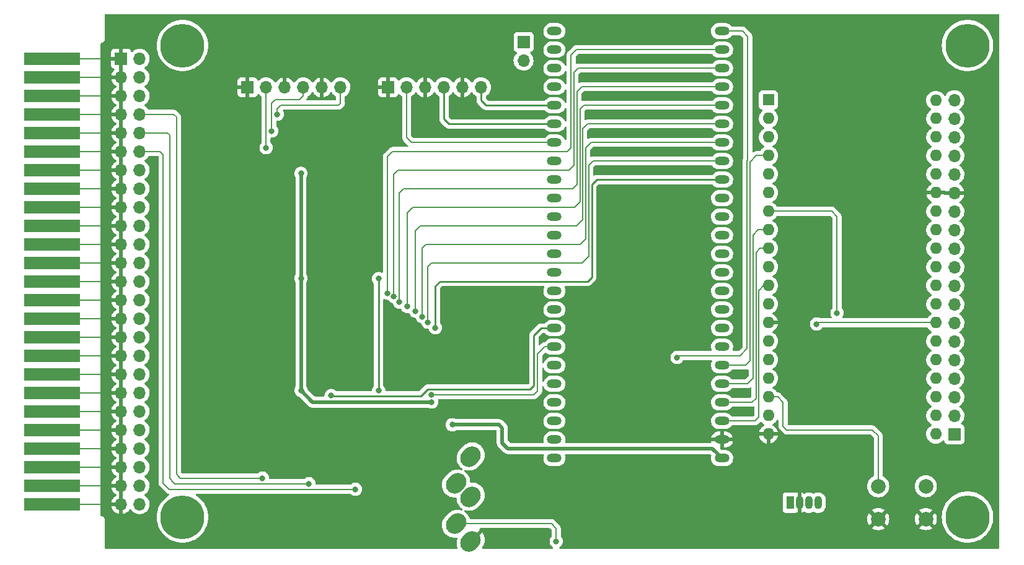
<source format=gbr>
%TF.GenerationSoftware,KiCad,Pcbnew,(6.0.7)*%
%TF.CreationDate,2022-08-23T12:46:31-07:00*%
%TF.ProjectId,TRS-IO-M3,5452532d-494f-42d4-9d33-2e6b69636164,rev?*%
%TF.SameCoordinates,Original*%
%TF.FileFunction,Copper,L2,Bot*%
%TF.FilePolarity,Positive*%
%FSLAX46Y46*%
G04 Gerber Fmt 4.6, Leading zero omitted, Abs format (unit mm)*
G04 Created by KiCad (PCBNEW (6.0.7)) date 2022-08-23 12:46:31*
%MOMM*%
%LPD*%
G01*
G04 APERTURE LIST*
G04 Aperture macros list*
%AMHorizOval*
0 Thick line with rounded ends*
0 $1 width*
0 $2 $3 position (X,Y) of the first rounded end (center of the circle)*
0 $4 $5 position (X,Y) of the second rounded end (center of the circle)*
0 Add line between two ends*
20,1,$1,$2,$3,$4,$5,0*
0 Add two circle primitives to create the rounded ends*
1,1,$1,$2,$3*
1,1,$1,$4,$5*%
G04 Aperture macros list end*
%TA.AperFunction,ComponentPad*%
%ADD10C,6.000000*%
%TD*%
%TA.AperFunction,ComponentPad*%
%ADD11C,0.800000*%
%TD*%
%TA.AperFunction,ComponentPad*%
%ADD12R,1.700000X1.700000*%
%TD*%
%TA.AperFunction,ComponentPad*%
%ADD13O,1.700000X1.700000*%
%TD*%
%TA.AperFunction,ComponentPad*%
%ADD14O,2.000000X1.200000*%
%TD*%
%TA.AperFunction,ComponentPad*%
%ADD15HorizOval,2.400000X-0.212132X-0.212132X0.212132X0.212132X0*%
%TD*%
%TA.AperFunction,ComponentPad*%
%ADD16R,1.600000X1.600000*%
%TD*%
%TA.AperFunction,ComponentPad*%
%ADD17O,1.600000X1.600000*%
%TD*%
%TA.AperFunction,ConnectorPad*%
%ADD18R,7.620000X1.778000*%
%TD*%
%TA.AperFunction,ComponentPad*%
%ADD19R,1.070000X1.800000*%
%TD*%
%TA.AperFunction,ComponentPad*%
%ADD20O,1.070000X1.800000*%
%TD*%
%TA.AperFunction,ComponentPad*%
%ADD21C,2.000000*%
%TD*%
%TA.AperFunction,ViaPad*%
%ADD22C,0.800000*%
%TD*%
%TA.AperFunction,Conductor*%
%ADD23C,0.200000*%
%TD*%
%TA.AperFunction,Conductor*%
%ADD24C,0.500380*%
%TD*%
%TA.AperFunction,Conductor*%
%ADD25C,0.250000*%
%TD*%
G04 APERTURE END LIST*
D10*
%TO.P,H1,1*%
%TO.N,N/C*%
X124714000Y-60960000D03*
D11*
X126304990Y-62550990D03*
X123123010Y-59369010D03*
X126964000Y-60960000D03*
X124714000Y-58710000D03*
X122464000Y-60960000D03*
X124714000Y-63210000D03*
X126304990Y-59369010D03*
X123123010Y-62550990D03*
%TD*%
%TO.P,H2,1*%
%TO.N,N/C*%
X233540990Y-62550990D03*
X234200000Y-60960000D03*
D10*
X231950000Y-60960000D03*
D11*
X229700000Y-60960000D03*
X230359010Y-62550990D03*
X230359010Y-59369010D03*
X233540990Y-59369010D03*
X231950000Y-63210000D03*
X231950000Y-58710000D03*
%TD*%
%TO.P,H3,1*%
%TO.N,N/C*%
X126964000Y-125476000D03*
X124714000Y-127726000D03*
X126304990Y-123885010D03*
X123123010Y-127066990D03*
D10*
X124714000Y-125476000D03*
D11*
X122464000Y-125476000D03*
X124714000Y-123226000D03*
X126304990Y-127066990D03*
X123123010Y-123885010D03*
%TD*%
%TO.P,H4,1*%
%TO.N,N/C*%
X233540990Y-123885010D03*
X229700000Y-125476000D03*
X233540990Y-127066990D03*
X231950000Y-127726000D03*
X230359010Y-123885010D03*
X234200000Y-125476000D03*
X231950000Y-123226000D03*
X230359010Y-127066990D03*
D10*
X231950000Y-125476000D03*
%TD*%
D12*
%TO.P,J5,1,Pin_1*%
%TO.N,GND*%
X133600000Y-66675000D03*
D13*
%TO.P,J5,2,Pin_2*%
%TO.N,VIDEO*%
X136140000Y-66675000D03*
%TO.P,J5,3,Pin_3*%
%TO.N,GND*%
X138680000Y-66675000D03*
%TO.P,J5,4,Pin_4*%
%TO.N,VSYNC*%
X141220000Y-66675000D03*
%TO.P,J5,5,Pin_5*%
%TO.N,GND*%
X143760000Y-66675000D03*
%TO.P,J5,6,Pin_6*%
%TO.N,HSYNC*%
X146300000Y-66675000D03*
%TD*%
D14*
%TO.P,U5,1,Pad_38*%
%TO.N,MOSI*%
X175520000Y-58985000D03*
%TO.P,U5,2,Pad_37*%
%TO.N,MISO*%
X175520000Y-61525000D03*
%TO.P,U5,3,Pad_36*%
%TO.N,SCK*%
X175520000Y-64065000D03*
%TO.P,U5,4,Pad_39*%
%TO.N,CS_SD_CARD*%
X175520000Y-66605000D03*
%TO.P,U5,5,Pad_25*%
%TO.N,HSYNC_O*%
X175520000Y-69145000D03*
%TO.P,U5,6,Pad_26*%
%TO.N,VSYNC_O*%
X175520000Y-71685000D03*
%TO.P,U5,7,Pad_27*%
%TO.N,VIDEO_O*%
X175520000Y-74225000D03*
%TO.P,U5,8,Pad_28*%
%TO.N,HSYNCX*%
X175520000Y-76765000D03*
%TO.P,U5,9,Pad_29*%
%TO.N,VSYNCX*%
X175520000Y-79305000D03*
%TO.P,U5,10,Pad_30*%
%TO.N,VIDEOX*%
X175520000Y-81845000D03*
%TO.P,U5,11,Pad_33*%
%TO.N,_IORQX*%
X175520000Y-84385000D03*
%TO.P,U5,12,Pad_34*%
%TO.N,_M1X*%
X175520000Y-86925000D03*
%TO.P,U5,13,Pad_40*%
%TO.N,_RESETX*%
X175520000Y-89465000D03*
%TO.P,U5,14,Pad_35*%
%TO.N,_OUTX*%
X175520000Y-92005000D03*
%TO.P,U5,15,Pad_41*%
%TO.N,_INX*%
X175520000Y-94545000D03*
%TO.P,U5,16,Pad_42*%
%TO.N,ABUS_SEL_N*%
X175520000Y-97085000D03*
%TO.P,U5,17,Pad_51*%
%TO.N,READ_N*%
X175520000Y-99625000D03*
%TO.P,U5,18,Pad_53*%
%TO.N,DBUS_SEL_N*%
X175520000Y-102165000D03*
%TO.P,U5,19,Pad_54*%
%TO.N,INT*%
X175520000Y-104705000D03*
%TO.P,U5,20,Pad_55*%
%TO.N,WAIT*%
X175520000Y-107245000D03*
%TO.P,U5,21,Pad_56*%
%TO.N,EXTIOSEL*%
X175520000Y-109785000D03*
%TO.P,U5,22,Pad_57*%
%TO.N,CASS_OUT_LEFT*%
X175520000Y-112325000D03*
%TO.P,U5,23,Pad_68*%
%TO.N,unconnected-(U5-Pad23)*%
X175520000Y-114865000D03*
%TO.P,U5,24,Pad_69*%
%TO.N,unconnected-(U5-Pad24)*%
X175520000Y-117405000D03*
%TO.P,U5,25,3V3*%
%TO.N,+3V3*%
X198420000Y-117405000D03*
%TO.P,U5,26,GND*%
%TO.N,GND*%
X198420000Y-114865000D03*
%TO.P,U5,27,Pad_32*%
%TO.N,ESP_S2*%
X198420000Y-112325000D03*
%TO.P,U5,28,Pad_31*%
%TO.N,ESP_S1*%
X198420000Y-109785000D03*
%TO.P,U5,29,Pad_49*%
%TO.N,ESP_S0*%
X198420000Y-107245000D03*
%TO.P,U5,30,Pad_48*%
%TO.N,CS_FPGA*%
X198420000Y-104705000D03*
%TO.P,U5,31,5V*%
%TO.N,VU*%
X198420000Y-102165000D03*
%TO.P,U5,32,Pad_70*%
%TO.N,unconnected-(U5-Pad32)*%
X198420000Y-99625000D03*
%TO.P,U5,33,Pad_71*%
%TO.N,unconnected-(U5-Pad33)*%
X198420000Y-97085000D03*
%TO.P,U5,34,Pad_72*%
%TO.N,unconnected-(U5-Pad34)*%
X198420000Y-94545000D03*
%TO.P,U5,35,Pad_73*%
%TO.N,unconnected-(U5-Pad35)*%
X198420000Y-92005000D03*
%TO.P,U5,36,Pad_74*%
%TO.N,unconnected-(U5-Pad36)*%
X198420000Y-89465000D03*
%TO.P,U5,37,Pad_75*%
%TO.N,unconnected-(U5-Pad37)*%
X198420000Y-86925000D03*
%TO.P,U5,38,Pad_76*%
%TO.N,REQ*%
X198420000Y-84385000D03*
%TO.P,U5,39,Pad_77*%
%TO.N,DONE*%
X198420000Y-81845000D03*
%TO.P,U5,40,Pad_79*%
%TO.N,A0D7*%
X198420000Y-79305000D03*
%TO.P,U5,41,Pad_80*%
%TO.N,A1D6*%
X198420000Y-76765000D03*
%TO.P,U5,42,Pad_81*%
%TO.N,A2D5*%
X198420000Y-74225000D03*
%TO.P,U5,43,Pad_82*%
%TO.N,A3D4*%
X198420000Y-71685000D03*
%TO.P,U5,44,Pad_83*%
%TO.N,A4D3*%
X198420000Y-69145000D03*
%TO.P,U5,45,Pad_84*%
%TO.N,A5D2*%
X198420000Y-66605000D03*
%TO.P,U5,46,Pad_85*%
%TO.N,A6D1*%
X198420000Y-64065000D03*
%TO.P,U5,47,Pad_86*%
%TO.N,A7D0*%
X198420000Y-61525000D03*
%TO.P,U5,48,Pad_63*%
%TO.N,CASS_OUT_RIGHT*%
X198420000Y-58985000D03*
%TD*%
D15*
%TO.P,J7,R*%
%TO.N,Net-(C12-Pad1)*%
X162084000Y-120878000D03*
%TO.P,J7,RN*%
%TO.N,N/C*%
X164084000Y-122678000D03*
%TO.P,J7,S*%
%TO.N,GND*%
X164084000Y-128778000D03*
%TO.P,J7,T*%
%TO.N,Net-(C11-Pad1)*%
X162084000Y-126378000D03*
%TO.P,J7,TN*%
%TO.N,N/C*%
X164084000Y-117178000D03*
%TD*%
D12*
%TO.P,J4,1,Pin_1*%
%TO.N,+5V*%
X171300000Y-60475000D03*
D13*
%TO.P,J4,2,Pin_2*%
%TO.N,VU*%
X171300000Y-63015000D03*
%TD*%
D16*
%TO.P,U6,1,GPIO6*%
%TO.N,unconnected-(U6-Pad1)*%
X204750000Y-68400000D03*
D17*
%TO.P,U6,2,GPIO7*%
%TO.N,unconnected-(U6-Pad2)*%
X204750000Y-70940000D03*
%TO.P,U6,3,GPIO8*%
%TO.N,unconnected-(U6-Pad3)*%
X204750000Y-73480000D03*
%TO.P,U6,4,GPIO15*%
%TO.N,CS_FPGA*%
X204750000Y-76020000D03*
%TO.P,U6,5,GPIO2*%
%TO.N,unconnected-(U6-Pad5)*%
X204750000Y-78560000D03*
%TO.P,U6,6,GPIO0*%
%TO.N,unconnected-(U6-Pad6)*%
X204750000Y-81100000D03*
%TO.P,U6,7,GPIO4*%
%TO.N,LED_GREEN*%
X204750000Y-83640000D03*
%TO.P,U6,8,GPIO16*%
%TO.N,ESP_S0*%
X204750000Y-86180000D03*
%TO.P,U6,9,GPIO17*%
%TO.N,ESP_S1*%
X204750000Y-88720000D03*
%TO.P,U6,10,GPIO5*%
%TO.N,CS_SD_CARD*%
X204750000Y-91260000D03*
%TO.P,U6,11,GPIO18*%
%TO.N,ESP_S2*%
X204750000Y-93800000D03*
%TO.P,U6,12,GPIO19*%
%TO.N,unconnected-(U6-Pad12)*%
X204750000Y-96340000D03*
%TO.P,U6,13,GND*%
%TO.N,GND*%
X204750000Y-98880000D03*
%TO.P,U6,14,GPIO21*%
%TO.N,LED_RED*%
X204750000Y-101420000D03*
%TO.P,U6,15,GPIO3*%
%TO.N,unconnected-(U6-Pad15)*%
X204750000Y-103960000D03*
%TO.P,U6,16,GPIO1*%
%TO.N,unconnected-(U6-Pad16)*%
X204750000Y-106500000D03*
%TO.P,U6,17,GPIO22*%
%TO.N,BUTTON*%
X204750000Y-109040000D03*
%TO.P,U6,18,GPIO23*%
%TO.N,unconnected-(U6-Pad18)*%
X204750000Y-111580000D03*
%TO.P,U6,19,GND*%
%TO.N,GND*%
X204750000Y-114120000D03*
%TO.P,U6,20,3V3*%
%TO.N,unconnected-(U6-Pad20)*%
X227610000Y-114120000D03*
%TO.P,U6,21,RESET*%
%TO.N,unconnected-(U6-Pad21)*%
X227610000Y-111580000D03*
%TO.P,U6,22,GPIO36*%
%TO.N,unconnected-(U6-Pad22)*%
X227610000Y-109040000D03*
%TO.P,U6,23,GPIO39*%
%TO.N,unconnected-(U6-Pad23)*%
X227610000Y-106500000D03*
%TO.P,U6,24,GPIO34*%
%TO.N,REQ*%
X227610000Y-103960000D03*
%TO.P,U6,25,GPIO35*%
%TO.N,unconnected-(U6-Pad25)*%
X227610000Y-101420000D03*
%TO.P,U6,26,GPIO32*%
%TO.N,LED_BLUE*%
X227610000Y-98880000D03*
%TO.P,U6,27,GPIO33*%
%TO.N,unconnected-(U6-Pad27)*%
X227610000Y-96340000D03*
%TO.P,U6,28,GPIO25*%
%TO.N,unconnected-(U6-Pad28)*%
X227610000Y-93800000D03*
%TO.P,U6,29,GPIO26*%
%TO.N,unconnected-(U6-Pad29)*%
X227610000Y-91260000D03*
%TO.P,U6,30,GPIO27*%
%TO.N,DONE*%
X227610000Y-88720000D03*
%TO.P,U6,31,GPIO14*%
%TO.N,SCK*%
X227610000Y-86180000D03*
%TO.P,U6,32,GPIO12*%
%TO.N,MISO*%
X227610000Y-83640000D03*
%TO.P,U6,33,GND*%
%TO.N,GND*%
X227610000Y-81100000D03*
%TO.P,U6,34,GPIO13*%
%TO.N,MOSI*%
X227610000Y-78560000D03*
%TO.P,U6,35,GPIO9*%
%TO.N,unconnected-(U6-Pad35)*%
X227610000Y-76020000D03*
%TO.P,U6,36,GPIO10*%
%TO.N,unconnected-(U6-Pad36)*%
X227610000Y-73480000D03*
%TO.P,U6,37,GPIO11*%
%TO.N,unconnected-(U6-Pad37)*%
X227610000Y-70940000D03*
%TO.P,U6,38,5V*%
%TO.N,+5V*%
X227610000Y-68463500D03*
%TD*%
D18*
%TO.P,J1,2,Pin_2*%
%TO.N,GND*%
X106934000Y-123698000D03*
%TO.P,J1,4,Pin_4*%
X106934000Y-121158000D03*
%TO.P,J1,6,Pin_6*%
X106934000Y-118618000D03*
%TO.P,J1,8,Pin_8*%
X106934000Y-116078000D03*
%TO.P,J1,10,Pin_10*%
X106934000Y-113538000D03*
%TO.P,J1,12,Pin_12*%
X106934000Y-110998000D03*
%TO.P,J1,14,Pin_14*%
X106934000Y-108458000D03*
%TO.P,J1,16,Pin_16*%
X106934000Y-105918000D03*
%TO.P,J1,18,Pin_18*%
X106934000Y-103378000D03*
%TO.P,J1,20,Pin_20*%
X106934000Y-100838000D03*
%TO.P,J1,22,Pin_22*%
X106934000Y-98298000D03*
%TO.P,J1,24,Pin_24*%
X106934000Y-95758000D03*
%TO.P,J1,26,Pin_26*%
X106934000Y-93218000D03*
%TO.P,J1,28,Pin_28*%
X106934000Y-90678000D03*
%TO.P,J1,30,Pin_30*%
X106934000Y-88138000D03*
%TO.P,J1,32,Pin_32*%
X106934000Y-85598000D03*
%TO.P,J1,34,Pin_34*%
X106934000Y-83058000D03*
%TO.P,J1,36,Pin_36*%
X106934000Y-80518000D03*
%TO.P,J1,38,Pin_38*%
X106934000Y-77978000D03*
%TO.P,J1,40,Pin_40*%
X106934000Y-75438000D03*
%TO.P,J1,42,Pin_42*%
X106934000Y-72898000D03*
%TO.P,J1,44,Pin_44*%
X106934000Y-70358000D03*
%TO.P,J1,46,Pin_46*%
X106934000Y-67818000D03*
%TO.P,J1,48,Pin_48*%
X106934000Y-65278000D03*
%TO.P,J1,50,Pin_50*%
X106934000Y-62738000D03*
%TD*%
D12*
%TO.P,J6,1,Pin_1*%
%TO.N,GND*%
X152800000Y-66675000D03*
D13*
%TO.P,J6,2,Pin_2*%
%TO.N,VIDEO_O*%
X155340000Y-66675000D03*
%TO.P,J6,3,Pin_3*%
%TO.N,GND*%
X157880000Y-66675000D03*
%TO.P,J6,4,Pin_4*%
%TO.N,VSYNC_O*%
X160420000Y-66675000D03*
%TO.P,J6,5,Pin_5*%
%TO.N,GND*%
X162960000Y-66675000D03*
%TO.P,J6,6,Pin_6*%
%TO.N,HSYNC_O*%
X165500000Y-66675000D03*
%TD*%
D19*
%TO.P,D1,1,RA*%
%TO.N,Net-(D1-Pad1)*%
X207750000Y-123500000D03*
D20*
%TO.P,D1,2,K*%
%TO.N,GND*%
X209020000Y-123500000D03*
%TO.P,D1,3,BA*%
%TO.N,Net-(D1-Pad3)*%
X210290000Y-123500000D03*
%TO.P,D1,4,GA*%
%TO.N,Net-(D1-Pad4)*%
X211560000Y-123500000D03*
%TD*%
D13*
%TO.P,J2,1,Pin_1*%
%TO.N,D0*%
X118867000Y-123703000D03*
%TO.P,J2,2,Pin_2*%
%TO.N,GND*%
X116327000Y-123703000D03*
%TO.P,J2,3,Pin_3*%
%TO.N,D1*%
X118867000Y-121163000D03*
%TO.P,J2,4,Pin_4*%
%TO.N,GND*%
X116327000Y-121163000D03*
%TO.P,J2,5,Pin_5*%
%TO.N,D2*%
X118867000Y-118623000D03*
%TO.P,J2,6,Pin_6*%
%TO.N,GND*%
X116327000Y-118623000D03*
%TO.P,J2,7,Pin_7*%
%TO.N,D3*%
X118867000Y-116083000D03*
%TO.P,J2,8,Pin_8*%
%TO.N,GND*%
X116327000Y-116083000D03*
%TO.P,J2,9,Pin_9*%
%TO.N,D4*%
X118867000Y-113543000D03*
%TO.P,J2,10,Pin_10*%
%TO.N,GND*%
X116327000Y-113543000D03*
%TO.P,J2,11,Pin_11*%
%TO.N,D5*%
X118867000Y-111003000D03*
%TO.P,J2,12,Pin_12*%
%TO.N,GND*%
X116327000Y-111003000D03*
%TO.P,J2,13,Pin_13*%
%TO.N,D6*%
X118867000Y-108463000D03*
%TO.P,J2,14,Pin_14*%
%TO.N,GND*%
X116327000Y-108463000D03*
%TO.P,J2,15,Pin_15*%
%TO.N,D7*%
X118867000Y-105923000D03*
%TO.P,J2,16,Pin_16*%
%TO.N,GND*%
X116327000Y-105923000D03*
%TO.P,J2,17,Pin_17*%
%TO.N,A0*%
X118867000Y-103383000D03*
%TO.P,J2,18,Pin_18*%
%TO.N,GND*%
X116327000Y-103383000D03*
%TO.P,J2,19,Pin_19*%
%TO.N,A1*%
X118867000Y-100843000D03*
%TO.P,J2,20,Pin_20*%
%TO.N,GND*%
X116327000Y-100843000D03*
%TO.P,J2,21,Pin_21*%
%TO.N,A2*%
X118867000Y-98303000D03*
%TO.P,J2,22,Pin_22*%
%TO.N,GND*%
X116327000Y-98303000D03*
%TO.P,J2,23,Pin_23*%
%TO.N,A3*%
X118867000Y-95763000D03*
%TO.P,J2,24,Pin_24*%
%TO.N,GND*%
X116327000Y-95763000D03*
%TO.P,J2,25,Pin_25*%
%TO.N,A4*%
X118867000Y-93223000D03*
%TO.P,J2,26,Pin_26*%
%TO.N,GND*%
X116327000Y-93223000D03*
%TO.P,J2,27,Pin_27*%
%TO.N,A5*%
X118867000Y-90683000D03*
%TO.P,J2,28,Pin_28*%
%TO.N,GND*%
X116327000Y-90683000D03*
%TO.P,J2,29,Pin_29*%
%TO.N,A6*%
X118867000Y-88143000D03*
%TO.P,J2,30,Pin_30*%
%TO.N,GND*%
X116327000Y-88143000D03*
%TO.P,J2,31,Pin_31*%
%TO.N,A7*%
X118867000Y-85603000D03*
%TO.P,J2,32,Pin_32*%
%TO.N,GND*%
X116327000Y-85603000D03*
%TO.P,J2,33,Pin_33*%
%TO.N,_IN*%
X118867000Y-83063000D03*
%TO.P,J2,34,Pin_34*%
%TO.N,GND*%
X116327000Y-83063000D03*
%TO.P,J2,35,Pin_35*%
%TO.N,_OUT*%
X118867000Y-80523000D03*
%TO.P,J2,36,Pin_36*%
%TO.N,GND*%
X116327000Y-80523000D03*
%TO.P,J2,37,Pin_37*%
%TO.N,_RESET*%
X118867000Y-77983000D03*
%TO.P,J2,38,Pin_38*%
%TO.N,GND*%
X116327000Y-77983000D03*
%TO.P,J2,39,Pin_39*%
%TO.N,_IOINT*%
X118867000Y-75443000D03*
%TO.P,J2,40,Pin_40*%
%TO.N,GND*%
X116327000Y-75443000D03*
%TO.P,J2,41,Pin_41*%
%TO.N,_IOWAIT*%
X118867000Y-72903000D03*
%TO.P,J2,42,Pin_42*%
%TO.N,GND*%
X116327000Y-72903000D03*
%TO.P,J2,43,Pin_43*%
%TO.N,_EXTIOSEL*%
X118867000Y-70363000D03*
%TO.P,J2,44,Pin_44*%
%TO.N,GND*%
X116327000Y-70363000D03*
%TO.P,J2,45,Pin_45*%
%TO.N,NC*%
X118867000Y-67823000D03*
%TO.P,J2,46,Pin_46*%
%TO.N,GND*%
X116327000Y-67823000D03*
%TO.P,J2,47,Pin_47*%
%TO.N,_M1*%
X118867000Y-65283000D03*
%TO.P,J2,48,Pin_48*%
%TO.N,GND*%
X116327000Y-65283000D03*
%TO.P,J2,49,Pin_49*%
%TO.N,_IORQ*%
X118867000Y-62743000D03*
D12*
%TO.P,J2,50,Pin_50*%
%TO.N,GND*%
X116327000Y-62743000D03*
%TD*%
D21*
%TO.P,SW1,1,1*%
%TO.N,GND*%
X226250000Y-125750000D03*
X219750000Y-125750000D03*
%TO.P,SW1,2,2*%
%TO.N,BUTTON*%
X226250000Y-121250000D03*
X219750000Y-121250000D03*
%TD*%
D12*
%TO.P,J3,1,Pin_1*%
%TO.N,unconnected-(J3-Pad1)*%
X230150000Y-114150000D03*
D13*
%TO.P,J3,2,Pin_2*%
%TO.N,unconnected-(J3-Pad2)*%
X230150000Y-111610000D03*
%TO.P,J3,3,Pin_3*%
%TO.N,unconnected-(J3-Pad3)*%
X230150000Y-109070000D03*
%TO.P,J3,4,Pin_4*%
%TO.N,unconnected-(J3-Pad4)*%
X230150000Y-106530000D03*
%TO.P,J3,5,Pin_5*%
%TO.N,REQ*%
X230150000Y-103990000D03*
%TO.P,J3,6,Pin_6*%
%TO.N,unconnected-(J3-Pad6)*%
X230150000Y-101450000D03*
%TO.P,J3,7,Pin_7*%
%TO.N,LED_BLUE*%
X230150000Y-98910000D03*
%TO.P,J3,8,Pin_8*%
%TO.N,unconnected-(J3-Pad8)*%
X230150000Y-96370000D03*
%TO.P,J3,9,Pin_9*%
%TO.N,unconnected-(J3-Pad9)*%
X230150000Y-93830000D03*
%TO.P,J3,10,Pin_10*%
%TO.N,unconnected-(J3-Pad10)*%
X230150000Y-91290000D03*
%TO.P,J3,11,Pin_11*%
%TO.N,DONE*%
X230150000Y-88750000D03*
%TO.P,J3,12,Pin_12*%
%TO.N,SCK*%
X230150000Y-86210000D03*
%TO.P,J3,13,Pin_13*%
%TO.N,MISO*%
X230150000Y-83670000D03*
%TO.P,J3,14,Pin_14*%
%TO.N,GND*%
X230150000Y-81130000D03*
%TO.P,J3,15,Pin_15*%
%TO.N,MOSI*%
X230150000Y-78590000D03*
%TO.P,J3,16,Pin_16*%
%TO.N,unconnected-(J3-Pad16)*%
X230150000Y-76050000D03*
%TO.P,J3,17,Pin_17*%
%TO.N,unconnected-(J3-Pad17)*%
X230150000Y-73510000D03*
%TO.P,J3,18,Pin_18*%
%TO.N,unconnected-(J3-Pad18)*%
X230150000Y-70970000D03*
%TO.P,J3,19,Pin_19*%
%TO.N,+5V*%
X230150000Y-68430000D03*
%TD*%
D22*
%TO.N,GND*%
X161036000Y-128778000D03*
X184912000Y-125222000D03*
X194310000Y-125222000D03*
X137922000Y-124968000D03*
X144272000Y-124968000D03*
X150876000Y-124968000D03*
X153924000Y-110998000D03*
X153924000Y-106426000D03*
%TO.N,HSYNC*%
X137668000Y-70358000D03*
%TO.N,VSYNC*%
X136906000Y-72644000D03*
%TO.N,VIDEO*%
X136144000Y-74930000D03*
%TO.N,LED_GREEN*%
X214122000Y-97536000D03*
%TO.N,LED_BLUE*%
X211328000Y-99060000D03*
%TO.N,CASS_OUT_RIGHT*%
X192278000Y-103632000D03*
%TO.N,Net-(C11-Pad1)*%
X175768000Y-128778000D03*
%TO.N,A0D7*%
X159258000Y-99568000D03*
%TO.N,GND*%
X149550000Y-101950000D03*
X143750000Y-117150000D03*
X143850000Y-101950000D03*
%TO.N,+3V3*%
X158750000Y-109728000D03*
X140900000Y-78450000D03*
X140900000Y-92800000D03*
X140900000Y-108150000D03*
X161569000Y-112838000D03*
%TO.N,_IOINT*%
X148336000Y-121666000D03*
%TO.N,_IOWAIT*%
X141986000Y-120904000D03*
%TO.N,_EXTIOSEL*%
X135636000Y-120142000D03*
%TO.N,A2D5*%
X157480000Y-98044000D03*
%TO.N,A1D6*%
X158242000Y-98806000D03*
%TO.N,+1V8*%
X151500000Y-92850000D03*
X151525000Y-108175000D03*
%TO.N,A3D4*%
X156550000Y-97300000D03*
%TO.N,A4D3*%
X155400000Y-96650000D03*
%TO.N,A5D2*%
X154350000Y-96050000D03*
%TO.N,READ_N*%
X145025500Y-108850000D03*
%TO.N,A6D1*%
X153582448Y-95293852D03*
%TO.N,A7D0*%
X152700000Y-94824500D03*
%TO.N,DBUS_SEL_N*%
X158750000Y-108712000D03*
%TD*%
D23*
%TO.N,Net-(C11-Pad1)*%
X175768000Y-127000000D02*
X175768000Y-128778000D01*
X175146000Y-126378000D02*
X175768000Y-127000000D01*
X162084000Y-126378000D02*
X175146000Y-126378000D01*
%TO.N,VSYNC*%
X137414000Y-68326000D02*
X136906000Y-68834000D01*
X141220000Y-67822000D02*
X140716000Y-68326000D01*
X140716000Y-68326000D02*
X137414000Y-68326000D01*
X141220000Y-66675000D02*
X141220000Y-67822000D01*
X136906000Y-68834000D02*
X136906000Y-72644000D01*
%TO.N,HSYNC*%
X137668000Y-69596000D02*
X137668000Y-70358000D01*
X138176000Y-69088000D02*
X137668000Y-69596000D01*
X146050000Y-69088000D02*
X138176000Y-69088000D01*
X146300000Y-68838000D02*
X146050000Y-69088000D01*
X146300000Y-66675000D02*
X146300000Y-68838000D01*
%TO.N,VIDEO*%
X136140000Y-66675000D02*
X136140000Y-74926000D01*
X136140000Y-74926000D02*
X136144000Y-74930000D01*
%TO.N,LED_GREEN*%
X214122000Y-84328000D02*
X214122000Y-97536000D01*
X213434000Y-83640000D02*
X214122000Y-84328000D01*
X204750000Y-83640000D02*
X213434000Y-83640000D01*
%TO.N,LED_BLUE*%
X211328000Y-99060000D02*
X211508000Y-98880000D01*
X211508000Y-98880000D02*
X227610000Y-98880000D01*
%TO.N,BUTTON*%
X206756000Y-109776000D02*
X206020000Y-109040000D01*
X207264000Y-113538000D02*
X206756000Y-113030000D01*
X218948000Y-113538000D02*
X207264000Y-113538000D01*
X219750000Y-114340000D02*
X218948000Y-113538000D01*
X206020000Y-109040000D02*
X204750000Y-109040000D01*
X219750000Y-121250000D02*
X219750000Y-114340000D01*
X206756000Y-113030000D02*
X206756000Y-109776000D01*
D24*
%TO.N,+3V3*%
X167956000Y-112838000D02*
X161569000Y-112838000D01*
X168402000Y-115316000D02*
X168402000Y-113284000D01*
X168402000Y-113284000D02*
X167956000Y-112838000D01*
X169164000Y-116078000D02*
X168402000Y-115316000D01*
X197093000Y-116078000D02*
X169164000Y-116078000D01*
X198420000Y-117405000D02*
X197093000Y-116078000D01*
D23*
%TO.N,CASS_OUT_RIGHT*%
X192532000Y-103378000D02*
X192278000Y-103632000D01*
X201854000Y-76726315D02*
X201854000Y-102438000D01*
X201854000Y-102438000D02*
X200914000Y-103378000D01*
X201930000Y-76650314D02*
X201854000Y-76726315D01*
X200914000Y-103378000D02*
X192532000Y-103378000D01*
X201930000Y-59690000D02*
X201930000Y-76650314D01*
X201225000Y-58985000D02*
X201930000Y-59690000D01*
X198420000Y-58985000D02*
X201225000Y-58985000D01*
%TO.N,CS_FPGA*%
X202254000Y-76892000D02*
X203126000Y-76020000D01*
X202254000Y-104070000D02*
X202254000Y-76892000D01*
X201619000Y-104705000D02*
X202254000Y-104070000D01*
X203126000Y-76020000D02*
X204750000Y-76020000D01*
X198420000Y-104705000D02*
X201619000Y-104705000D01*
%TO.N,ESP_S1*%
X203634000Y-88720000D02*
X204750000Y-88720000D01*
X203054000Y-89300000D02*
X203634000Y-88720000D01*
X203054000Y-109220000D02*
X203054000Y-89300000D01*
X202489000Y-109785000D02*
X203054000Y-109220000D01*
X198420000Y-109785000D02*
X202489000Y-109785000D01*
%TO.N,ESP_S0*%
X203380000Y-86180000D02*
X204750000Y-86180000D01*
X202654000Y-86906000D02*
X203380000Y-86180000D01*
X201873000Y-107245000D02*
X202654000Y-106464000D01*
X202654000Y-106464000D02*
X202654000Y-86906000D01*
X198420000Y-107245000D02*
X201873000Y-107245000D01*
%TO.N,ESP_S2*%
X203454000Y-111760000D02*
X203454000Y-94488000D01*
X204142000Y-93800000D02*
X204750000Y-93800000D01*
X202889000Y-112325000D02*
X203454000Y-111760000D01*
X203454000Y-94488000D02*
X204142000Y-93800000D01*
X198420000Y-112325000D02*
X202889000Y-112325000D01*
%TO.N,A1D6*%
X180200000Y-89802000D02*
X180200000Y-77356000D01*
X179324000Y-90678000D02*
X180200000Y-89802000D01*
X180791000Y-76765000D02*
X198420000Y-76765000D01*
X158750000Y-90678000D02*
X179324000Y-90678000D01*
X158242000Y-91186000D02*
X158750000Y-90678000D01*
X158242000Y-98806000D02*
X158242000Y-91186000D01*
X180200000Y-77356000D02*
X180791000Y-76765000D01*
D25*
%TO.N,A0D7*%
X159893000Y-93218000D02*
X159258000Y-93853000D01*
X180086000Y-93218000D02*
X159893000Y-93218000D01*
X180625000Y-79979000D02*
X180625000Y-92679000D01*
X180625000Y-92679000D02*
X180086000Y-93218000D01*
X181299000Y-79305000D02*
X180625000Y-79979000D01*
X159258000Y-93853000D02*
X159258000Y-99568000D01*
X198420000Y-79305000D02*
X181299000Y-79305000D01*
D23*
%TO.N,A2D5*%
X180537000Y-74225000D02*
X198420000Y-74225000D01*
X179800000Y-74962000D02*
X180537000Y-74225000D01*
X179800000Y-87408000D02*
X179800000Y-74962000D01*
X157988000Y-88138000D02*
X179070000Y-88138000D01*
X157480000Y-98044000D02*
X157480000Y-88646000D01*
X157480000Y-88646000D02*
X157988000Y-88138000D01*
X179070000Y-88138000D02*
X179800000Y-87408000D01*
%TO.N,A3D4*%
X180029000Y-71685000D02*
X198420000Y-71685000D01*
X178562000Y-85598000D02*
X179400000Y-84760000D01*
X156550000Y-86274000D02*
X157226000Y-85598000D01*
X179400000Y-84760000D02*
X179400000Y-72314000D01*
X156550000Y-97300000D02*
X156550000Y-86274000D01*
X157226000Y-85598000D02*
X178562000Y-85598000D01*
X179400000Y-72314000D02*
X180029000Y-71685000D01*
%TO.N,A4D3*%
X179521000Y-69145000D02*
X198420000Y-69145000D01*
X179000000Y-69666000D02*
X179521000Y-69145000D01*
X178308000Y-83058000D02*
X179000000Y-82366000D01*
X179000000Y-82366000D02*
X179000000Y-69666000D01*
X155400000Y-83868000D02*
X156210000Y-83058000D01*
X155400000Y-96650000D02*
X155400000Y-83868000D01*
X156210000Y-83058000D02*
X178308000Y-83058000D01*
%TO.N,A5D2*%
X178600000Y-79972000D02*
X178600000Y-67272000D01*
X154940000Y-80518000D02*
X178054000Y-80518000D01*
X178600000Y-67272000D02*
X179267000Y-66605000D01*
X154350000Y-81108000D02*
X154940000Y-80518000D01*
X178054000Y-80518000D02*
X178600000Y-79972000D01*
X154350000Y-96050000D02*
X154350000Y-81108000D01*
X179267000Y-66605000D02*
X198420000Y-66605000D01*
%TO.N,A6D1*%
X178759000Y-64065000D02*
X198420000Y-64065000D01*
X177546000Y-77978000D02*
X178200000Y-77324000D01*
X178200000Y-77324000D02*
X178200000Y-64624000D01*
X154178000Y-77978000D02*
X177546000Y-77978000D01*
X178200000Y-64624000D02*
X178759000Y-64065000D01*
X153582448Y-95293852D02*
X153582448Y-78573552D01*
X153582448Y-78573552D02*
X154178000Y-77978000D01*
%TO.N,A7D0*%
X177800000Y-74930000D02*
X177800000Y-62230000D01*
X178505000Y-61525000D02*
X198420000Y-61525000D01*
X177292000Y-75438000D02*
X177800000Y-74930000D01*
X153416000Y-75438000D02*
X177292000Y-75438000D01*
X152700000Y-76154000D02*
X153416000Y-75438000D01*
X177800000Y-62230000D02*
X178505000Y-61525000D01*
X152700000Y-94824500D02*
X152700000Y-76154000D01*
%TO.N,GND*%
X116322000Y-88138000D02*
X116327000Y-88143000D01*
X106934000Y-77978000D02*
X116322000Y-77978000D01*
X106934000Y-93218000D02*
X116322000Y-93218000D01*
X106934000Y-80518000D02*
X116322000Y-80518000D01*
X116322000Y-98298000D02*
X116327000Y-98303000D01*
X106934000Y-95758000D02*
X116322000Y-95758000D01*
X106934000Y-113538000D02*
X116322000Y-113538000D01*
X116322000Y-123698000D02*
X116327000Y-123703000D01*
X116322000Y-108458000D02*
X116327000Y-108463000D01*
X106934000Y-65278000D02*
X116322000Y-65278000D01*
X106934000Y-72898000D02*
X116322000Y-72898000D01*
X116322000Y-105918000D02*
X116327000Y-105923000D01*
X106934000Y-98298000D02*
X116322000Y-98298000D01*
X106934000Y-62738000D02*
X116322000Y-62738000D01*
X106934000Y-83058000D02*
X116322000Y-83058000D01*
X106934000Y-75438000D02*
X116322000Y-75438000D01*
X106934000Y-67818000D02*
X116322000Y-67818000D01*
X116322000Y-85598000D02*
X116327000Y-85603000D01*
X116322000Y-118618000D02*
X116327000Y-118623000D01*
X116322000Y-67818000D02*
X116327000Y-67823000D01*
X116322000Y-72898000D02*
X116327000Y-72903000D01*
X106934000Y-108458000D02*
X116322000Y-108458000D01*
X116322000Y-80518000D02*
X116327000Y-80523000D01*
X106934000Y-103378000D02*
X116322000Y-103378000D01*
X116322000Y-83058000D02*
X116327000Y-83063000D01*
X106934000Y-88138000D02*
X116322000Y-88138000D01*
X106934000Y-118618000D02*
X116322000Y-118618000D01*
X116322000Y-121158000D02*
X116327000Y-121163000D01*
X116322000Y-110998000D02*
X116327000Y-111003000D01*
X106934000Y-105918000D02*
X116322000Y-105918000D01*
X116322000Y-65278000D02*
X116327000Y-65283000D01*
X116322000Y-113538000D02*
X116327000Y-113543000D01*
X106934000Y-123698000D02*
X116322000Y-123698000D01*
X116322000Y-116078000D02*
X116327000Y-116083000D01*
X116322000Y-75438000D02*
X116327000Y-75443000D01*
X116322000Y-103378000D02*
X116327000Y-103383000D01*
X106934000Y-100838000D02*
X116322000Y-100838000D01*
X116322000Y-100838000D02*
X116327000Y-100843000D01*
X106934000Y-85598000D02*
X116322000Y-85598000D01*
X116322000Y-90678000D02*
X116327000Y-90683000D01*
X106934000Y-116078000D02*
X116322000Y-116078000D01*
X116322000Y-93218000D02*
X116327000Y-93223000D01*
X116322000Y-70358000D02*
X116327000Y-70363000D01*
X106934000Y-90678000D02*
X116322000Y-90678000D01*
X116322000Y-62738000D02*
X116327000Y-62743000D01*
X116322000Y-95758000D02*
X116327000Y-95763000D01*
X116322000Y-77978000D02*
X116327000Y-77983000D01*
X106934000Y-70358000D02*
X116322000Y-70358000D01*
X106934000Y-110998000D02*
X116322000Y-110998000D01*
X106934000Y-121158000D02*
X116322000Y-121158000D01*
D24*
%TO.N,+3V3*%
X142478000Y-109728000D02*
X142494000Y-109728000D01*
X140900000Y-92800000D02*
X140900000Y-78450000D01*
X142494000Y-109728000D02*
X158750000Y-109728000D01*
X140900000Y-108150000D02*
X142478000Y-109728000D01*
X140900000Y-108150000D02*
X140900000Y-92800000D01*
D23*
%TO.N,VIDEO_O*%
X156013000Y-74225000D02*
X175520000Y-74225000D01*
X155340000Y-66675000D02*
X155340000Y-73552000D01*
X155340000Y-73552000D02*
X156013000Y-74225000D01*
%TO.N,_IOINT*%
X118867000Y-75443000D02*
X121643000Y-75443000D01*
X122100000Y-75900000D02*
X122100000Y-119900000D01*
X122936000Y-121666000D02*
X148336000Y-121666000D01*
X121643000Y-75443000D02*
X122100000Y-75900000D01*
X122100000Y-120830000D02*
X122936000Y-121666000D01*
X122100000Y-119900000D02*
X122100000Y-120830000D01*
%TO.N,_IOWAIT*%
X123698000Y-120904000D02*
X141986000Y-120904000D01*
X123444000Y-120650000D02*
X123698000Y-120904000D01*
X118867000Y-72903000D02*
X122653000Y-72903000D01*
X122950000Y-119700000D02*
X122950000Y-120156000D01*
X122653000Y-72903000D02*
X122950000Y-73200000D01*
X122950000Y-120156000D02*
X123444000Y-120650000D01*
X122950000Y-73200000D02*
X122950000Y-119700000D01*
%TO.N,_EXTIOSEL*%
X123900000Y-119582000D02*
X124206000Y-119888000D01*
X118867000Y-70363000D02*
X123513000Y-70363000D01*
X123513000Y-70363000D02*
X123900000Y-70750000D01*
X123900000Y-70750000D02*
X123900000Y-119300000D01*
X124460000Y-120142000D02*
X135636000Y-120142000D01*
X123900000Y-119300000D02*
X123900000Y-119582000D01*
X124206000Y-119888000D02*
X124460000Y-120142000D01*
D25*
%TO.N,+1V8*%
X151500000Y-108150000D02*
X151500000Y-92850000D01*
%TO.N,VSYNC_O*%
X160420000Y-66675000D02*
X160420000Y-71012000D01*
X161093000Y-71685000D02*
X175520000Y-71685000D01*
X160420000Y-71012000D02*
X161093000Y-71685000D01*
%TO.N,HSYNC_O*%
X165500000Y-68472000D02*
X166173000Y-69145000D01*
X165500000Y-66675000D02*
X165500000Y-68472000D01*
X166173000Y-69145000D02*
X175520000Y-69145000D01*
%TO.N,READ_N*%
X158242000Y-107950000D02*
X172212000Y-107950000D01*
X172720000Y-100584000D02*
X173679000Y-99625000D01*
X157292000Y-108900000D02*
X158242000Y-107950000D01*
X145075500Y-108900000D02*
X157292000Y-108900000D01*
X172212000Y-107950000D02*
X172720000Y-107442000D01*
X173679000Y-99625000D02*
X175520000Y-99625000D01*
X172720000Y-107442000D02*
X172720000Y-100584000D01*
X145025500Y-108850000D02*
X145075500Y-108900000D01*
D23*
%TO.N,DBUS_SEL_N*%
X158750000Y-108712000D02*
X172720000Y-108712000D01*
X172720000Y-108712000D02*
X173228000Y-108204000D01*
X173228000Y-108204000D02*
X173228000Y-103124000D01*
X173228000Y-103124000D02*
X174187000Y-102165000D01*
X174187000Y-102165000D02*
X175520000Y-102165000D01*
%TD*%
%TA.AperFunction,Conductor*%
%TO.N,GND*%
G36*
X236209621Y-56662502D02*
G01*
X236256114Y-56716158D01*
X236267500Y-56768500D01*
X236267500Y-129667500D01*
X236247498Y-129735621D01*
X236193842Y-129782114D01*
X236141500Y-129793500D01*
X176303705Y-129793500D01*
X176235584Y-129773498D01*
X176189091Y-129719842D01*
X176178987Y-129649568D01*
X176208481Y-129584988D01*
X176229644Y-129565564D01*
X176287805Y-129523307D01*
X176379253Y-129456866D01*
X176507040Y-129314944D01*
X176602527Y-129149556D01*
X176661542Y-128967928D01*
X176681504Y-128778000D01*
X176661542Y-128588072D01*
X176602527Y-128406444D01*
X176507040Y-128241056D01*
X176502621Y-128236148D01*
X176408864Y-128132020D01*
X176378146Y-128068013D01*
X176376500Y-128047710D01*
X176376500Y-127048136D01*
X176377578Y-127031690D01*
X176380672Y-127008188D01*
X176381750Y-127000000D01*
X176379469Y-126982670D01*
X218882160Y-126982670D01*
X218887887Y-126990320D01*
X219059042Y-127095205D01*
X219067837Y-127099687D01*
X219277988Y-127186734D01*
X219287373Y-127189783D01*
X219508554Y-127242885D01*
X219518301Y-127244428D01*
X219745070Y-127262275D01*
X219754930Y-127262275D01*
X219981699Y-127244428D01*
X219991446Y-127242885D01*
X220212627Y-127189783D01*
X220222012Y-127186734D01*
X220432163Y-127099687D01*
X220440958Y-127095205D01*
X220608445Y-126992568D01*
X220617400Y-126982670D01*
X225382160Y-126982670D01*
X225387887Y-126990320D01*
X225559042Y-127095205D01*
X225567837Y-127099687D01*
X225777988Y-127186734D01*
X225787373Y-127189783D01*
X226008554Y-127242885D01*
X226018301Y-127244428D01*
X226245070Y-127262275D01*
X226254930Y-127262275D01*
X226481699Y-127244428D01*
X226491446Y-127242885D01*
X226712627Y-127189783D01*
X226722012Y-127186734D01*
X226932163Y-127099687D01*
X226940958Y-127095205D01*
X227108445Y-126992568D01*
X227117907Y-126982110D01*
X227114124Y-126973334D01*
X226262812Y-126122022D01*
X226248868Y-126114408D01*
X226247035Y-126114539D01*
X226240420Y-126118790D01*
X225388920Y-126970290D01*
X225382160Y-126982670D01*
X220617400Y-126982670D01*
X220617907Y-126982110D01*
X220614124Y-126973334D01*
X219762812Y-126122022D01*
X219748868Y-126114408D01*
X219747035Y-126114539D01*
X219740420Y-126118790D01*
X218888920Y-126970290D01*
X218882160Y-126982670D01*
X176379469Y-126982670D01*
X176376500Y-126960120D01*
X176376500Y-126960115D01*
X176360838Y-126841150D01*
X176351042Y-126817500D01*
X176299524Y-126693124D01*
X176226478Y-126597929D01*
X176226474Y-126597925D01*
X176226471Y-126597921D01*
X176207016Y-126572566D01*
X176207013Y-126572563D01*
X176201987Y-126566013D01*
X176195432Y-126560983D01*
X176176621Y-126546548D01*
X176164230Y-126535681D01*
X175610315Y-125981766D01*
X175599448Y-125969375D01*
X175585013Y-125950563D01*
X175579987Y-125944013D01*
X175548075Y-125919526D01*
X175548072Y-125919523D01*
X175477829Y-125865623D01*
X175459429Y-125851504D01*
X175459427Y-125851503D01*
X175452876Y-125846476D01*
X175304851Y-125785162D01*
X175296664Y-125784084D01*
X175296663Y-125784084D01*
X175285458Y-125782609D01*
X175254262Y-125778502D01*
X175185885Y-125769500D01*
X175185882Y-125769500D01*
X175185874Y-125769499D01*
X175154189Y-125765328D01*
X175146000Y-125764250D01*
X175114307Y-125768422D01*
X175097864Y-125769500D01*
X164058875Y-125769500D01*
X164009254Y-125754930D01*
X218237725Y-125754930D01*
X218255572Y-125981699D01*
X218257115Y-125991446D01*
X218310217Y-126212627D01*
X218313266Y-126222012D01*
X218400313Y-126432163D01*
X218404795Y-126440958D01*
X218507432Y-126608445D01*
X218517890Y-126617907D01*
X218526666Y-126614124D01*
X219377978Y-125762812D01*
X219384356Y-125751132D01*
X220114408Y-125751132D01*
X220114539Y-125752965D01*
X220118790Y-125759580D01*
X220970290Y-126611080D01*
X220982670Y-126617840D01*
X220990320Y-126612113D01*
X221095205Y-126440958D01*
X221099687Y-126432163D01*
X221186734Y-126222012D01*
X221189783Y-126212627D01*
X221242885Y-125991446D01*
X221244428Y-125981699D01*
X221262275Y-125754930D01*
X224737725Y-125754930D01*
X224755572Y-125981699D01*
X224757115Y-125991446D01*
X224810217Y-126212627D01*
X224813266Y-126222012D01*
X224900313Y-126432163D01*
X224904795Y-126440958D01*
X225007432Y-126608445D01*
X225017890Y-126617907D01*
X225026666Y-126614124D01*
X225877978Y-125762812D01*
X225884356Y-125751132D01*
X226614408Y-125751132D01*
X226614539Y-125752965D01*
X226618790Y-125759580D01*
X227470290Y-126611080D01*
X227482670Y-126617840D01*
X227490320Y-126612113D01*
X227595205Y-126440958D01*
X227599687Y-126432163D01*
X227686734Y-126222012D01*
X227689783Y-126212627D01*
X227742885Y-125991446D01*
X227744428Y-125981699D01*
X227762275Y-125754930D01*
X227762275Y-125745070D01*
X227744428Y-125518301D01*
X227742885Y-125508554D01*
X227735069Y-125476000D01*
X228436685Y-125476000D01*
X228455931Y-125843241D01*
X228456444Y-125846481D01*
X228456445Y-125846489D01*
X228477871Y-125981766D01*
X228513459Y-126206459D01*
X228608639Y-126561674D01*
X228609824Y-126564762D01*
X228609825Y-126564764D01*
X228612820Y-126572566D01*
X228740427Y-126904994D01*
X228741925Y-126907934D01*
X228898457Y-127215144D01*
X228907380Y-127232657D01*
X228909176Y-127235423D01*
X228909178Y-127235426D01*
X228953347Y-127303441D01*
X229107668Y-127541075D01*
X229339098Y-127826867D01*
X229599133Y-128086902D01*
X229884925Y-128318332D01*
X230193342Y-128518620D01*
X230196276Y-128520115D01*
X230196283Y-128520119D01*
X230383423Y-128615471D01*
X230521006Y-128685573D01*
X230864326Y-128817361D01*
X231219541Y-128912541D01*
X231396251Y-128940529D01*
X231579511Y-128969555D01*
X231579519Y-128969556D01*
X231582759Y-128970069D01*
X231950000Y-128989315D01*
X232317241Y-128970069D01*
X232320481Y-128969556D01*
X232320489Y-128969555D01*
X232503749Y-128940529D01*
X232680459Y-128912541D01*
X233035674Y-128817361D01*
X233378994Y-128685573D01*
X233516577Y-128615471D01*
X233703717Y-128520119D01*
X233703724Y-128520115D01*
X233706658Y-128518620D01*
X234015075Y-128318332D01*
X234300867Y-128086902D01*
X234560902Y-127826867D01*
X234792332Y-127541075D01*
X234946653Y-127303441D01*
X234990822Y-127235426D01*
X234990824Y-127235423D01*
X234992620Y-127232657D01*
X235001544Y-127215144D01*
X235158075Y-126907934D01*
X235159573Y-126904994D01*
X235287180Y-126572566D01*
X235290175Y-126564764D01*
X235290176Y-126564762D01*
X235291361Y-126561674D01*
X235386541Y-126206459D01*
X235422129Y-125981766D01*
X235443555Y-125846489D01*
X235443556Y-125846481D01*
X235444069Y-125843241D01*
X235463315Y-125476000D01*
X235444069Y-125108759D01*
X235437070Y-125064564D01*
X235406711Y-124872892D01*
X235386541Y-124745541D01*
X235291361Y-124390326D01*
X235281654Y-124365037D01*
X235160757Y-124050091D01*
X235159573Y-124047006D01*
X235093074Y-123916495D01*
X234994119Y-123722284D01*
X234994115Y-123722277D01*
X234992620Y-123719343D01*
X234960379Y-123669695D01*
X234794134Y-123413700D01*
X234792332Y-123410925D01*
X234560902Y-123125133D01*
X234300867Y-122865098D01*
X234015075Y-122633668D01*
X233901919Y-122560184D01*
X233709427Y-122435178D01*
X233709424Y-122435176D01*
X233706658Y-122433380D01*
X233703724Y-122431885D01*
X233703717Y-122431881D01*
X233381934Y-122267925D01*
X233378994Y-122266427D01*
X233108166Y-122162466D01*
X233038764Y-122135825D01*
X233038762Y-122135824D01*
X233035674Y-122134639D01*
X232680459Y-122039459D01*
X232487442Y-122008888D01*
X232320489Y-121982445D01*
X232320481Y-121982444D01*
X232317241Y-121981931D01*
X231950000Y-121962685D01*
X231582759Y-121981931D01*
X231579519Y-121982444D01*
X231579511Y-121982445D01*
X231412558Y-122008888D01*
X231219541Y-122039459D01*
X230864326Y-122134639D01*
X230861238Y-122135824D01*
X230861236Y-122135825D01*
X230791834Y-122162466D01*
X230521006Y-122266427D01*
X230518066Y-122267925D01*
X230196284Y-122431881D01*
X230196277Y-122431885D01*
X230193343Y-122433380D01*
X230190577Y-122435176D01*
X230190574Y-122435178D01*
X230021775Y-122544797D01*
X229884925Y-122633668D01*
X229599133Y-122865098D01*
X229339098Y-123125133D01*
X229107668Y-123410925D01*
X229105866Y-123413700D01*
X228939622Y-123669695D01*
X228907380Y-123719343D01*
X228905885Y-123722277D01*
X228905881Y-123722284D01*
X228806926Y-123916495D01*
X228740427Y-124047006D01*
X228739243Y-124050091D01*
X228618347Y-124365037D01*
X228608639Y-124390326D01*
X228513459Y-124745541D01*
X228493289Y-124872892D01*
X228462931Y-125064564D01*
X228455931Y-125108759D01*
X228436685Y-125476000D01*
X227735069Y-125476000D01*
X227689783Y-125287373D01*
X227686734Y-125277988D01*
X227599687Y-125067837D01*
X227595205Y-125059042D01*
X227492568Y-124891555D01*
X227482110Y-124882093D01*
X227473334Y-124885876D01*
X226622022Y-125737188D01*
X226614408Y-125751132D01*
X225884356Y-125751132D01*
X225885592Y-125748868D01*
X225885461Y-125747035D01*
X225881210Y-125740420D01*
X225029710Y-124888920D01*
X225017330Y-124882160D01*
X225009680Y-124887887D01*
X224904795Y-125059042D01*
X224900313Y-125067837D01*
X224813266Y-125277988D01*
X224810217Y-125287373D01*
X224757115Y-125508554D01*
X224755572Y-125518301D01*
X224737725Y-125745070D01*
X224737725Y-125754930D01*
X221262275Y-125754930D01*
X221262275Y-125745070D01*
X221244428Y-125518301D01*
X221242885Y-125508554D01*
X221189783Y-125287373D01*
X221186734Y-125277988D01*
X221099687Y-125067837D01*
X221095205Y-125059042D01*
X220992568Y-124891555D01*
X220982110Y-124882093D01*
X220973334Y-124885876D01*
X220122022Y-125737188D01*
X220114408Y-125751132D01*
X219384356Y-125751132D01*
X219385592Y-125748868D01*
X219385461Y-125747035D01*
X219381210Y-125740420D01*
X218529710Y-124888920D01*
X218517330Y-124882160D01*
X218509680Y-124887887D01*
X218404795Y-125059042D01*
X218400313Y-125067837D01*
X218313266Y-125277988D01*
X218310217Y-125287373D01*
X218257115Y-125508554D01*
X218255572Y-125518301D01*
X218237725Y-125745070D01*
X218237725Y-125754930D01*
X164009254Y-125754930D01*
X163990754Y-125749498D01*
X163944261Y-125695842D01*
X163940663Y-125687110D01*
X163929135Y-125655862D01*
X163854134Y-125452559D01*
X163843629Y-125433569D01*
X163730634Y-125229299D01*
X163730632Y-125229296D01*
X163728312Y-125225102D01*
X163569532Y-125019294D01*
X163561918Y-125012030D01*
X163479837Y-124933729D01*
X163381448Y-124839871D01*
X163238806Y-124740178D01*
X163194429Y-124684760D01*
X163187058Y-124614147D01*
X163219033Y-124550759D01*
X163280203Y-124514720D01*
X163348979Y-124516767D01*
X163476009Y-124556941D01*
X163476016Y-124556943D01*
X163480583Y-124558387D01*
X163563196Y-124571250D01*
X163682411Y-124589812D01*
X163737426Y-124598378D01*
X163997363Y-124599058D01*
X164158932Y-124574767D01*
X164249686Y-124561123D01*
X164249690Y-124561122D01*
X164254413Y-124560412D01*
X164258972Y-124558996D01*
X164258978Y-124558995D01*
X164498087Y-124484750D01*
X164498088Y-124484750D01*
X164502660Y-124483330D01*
X164574982Y-124448134D01*
X206706500Y-124448134D01*
X206713255Y-124510316D01*
X206764385Y-124646705D01*
X206851739Y-124763261D01*
X206968295Y-124850615D01*
X207104684Y-124901745D01*
X207166866Y-124908500D01*
X208333134Y-124908500D01*
X208395316Y-124901745D01*
X208508242Y-124859411D01*
X208523303Y-124853765D01*
X208523304Y-124853764D01*
X208531705Y-124850615D01*
X208536845Y-124846763D01*
X208604948Y-124831867D01*
X208633360Y-124837191D01*
X208748692Y-124872892D01*
X208762795Y-124873098D01*
X208766000Y-124866343D01*
X208766000Y-124588495D01*
X208774018Y-124544265D01*
X208775904Y-124539233D01*
X208786745Y-124510316D01*
X208793500Y-124448134D01*
X208793500Y-123916495D01*
X209246500Y-123916495D01*
X209261420Y-124068664D01*
X209263202Y-124074566D01*
X209268622Y-124092518D01*
X209274000Y-124128936D01*
X209274000Y-124859411D01*
X209277973Y-124872942D01*
X209285768Y-124874062D01*
X209406686Y-124838474D01*
X209418070Y-124833875D01*
X209593872Y-124741968D01*
X209594716Y-124743583D01*
X209654460Y-124725497D01*
X209715439Y-124740657D01*
X209883671Y-124831619D01*
X210079160Y-124892133D01*
X210085282Y-124892776D01*
X210085285Y-124892777D01*
X210276551Y-124912879D01*
X210276553Y-124912879D01*
X210282680Y-124913523D01*
X210368066Y-124905752D01*
X210480339Y-124895535D01*
X210480342Y-124895534D01*
X210486478Y-124894976D01*
X210492384Y-124893238D01*
X210492388Y-124893237D01*
X210607319Y-124859411D01*
X210682793Y-124837198D01*
X210688251Y-124834345D01*
X210688255Y-124834343D01*
X210864147Y-124742388D01*
X210864955Y-124743934D01*
X210924960Y-124725769D01*
X210985943Y-124740929D01*
X210997487Y-124747171D01*
X211153671Y-124831619D01*
X211349160Y-124892133D01*
X211355282Y-124892776D01*
X211355285Y-124892777D01*
X211546551Y-124912879D01*
X211546553Y-124912879D01*
X211552680Y-124913523D01*
X211638066Y-124905752D01*
X211750339Y-124895535D01*
X211750342Y-124895534D01*
X211756478Y-124894976D01*
X211762384Y-124893238D01*
X211762388Y-124893237D01*
X211877319Y-124859411D01*
X211952793Y-124837198D01*
X211958251Y-124834345D01*
X211958255Y-124834343D01*
X212083928Y-124768642D01*
X212134147Y-124742388D01*
X212155156Y-124725497D01*
X212288824Y-124618025D01*
X212293631Y-124614160D01*
X212374411Y-124517890D01*
X218882093Y-124517890D01*
X218885876Y-124526666D01*
X219737188Y-125377978D01*
X219751132Y-125385592D01*
X219752965Y-125385461D01*
X219759580Y-125381210D01*
X220611080Y-124529710D01*
X220617534Y-124517890D01*
X225382093Y-124517890D01*
X225385876Y-124526666D01*
X226237188Y-125377978D01*
X226251132Y-125385592D01*
X226252965Y-125385461D01*
X226259580Y-125381210D01*
X227111080Y-124529710D01*
X227117840Y-124517330D01*
X227112113Y-124509680D01*
X226940958Y-124404795D01*
X226932163Y-124400313D01*
X226722012Y-124313266D01*
X226712627Y-124310217D01*
X226491446Y-124257115D01*
X226481699Y-124255572D01*
X226254930Y-124237725D01*
X226245070Y-124237725D01*
X226018301Y-124255572D01*
X226008554Y-124257115D01*
X225787373Y-124310217D01*
X225777988Y-124313266D01*
X225567837Y-124400313D01*
X225559042Y-124404795D01*
X225391555Y-124507432D01*
X225382093Y-124517890D01*
X220617534Y-124517890D01*
X220617840Y-124517330D01*
X220612113Y-124509680D01*
X220440958Y-124404795D01*
X220432163Y-124400313D01*
X220222012Y-124313266D01*
X220212627Y-124310217D01*
X219991446Y-124257115D01*
X219981699Y-124255572D01*
X219754930Y-124237725D01*
X219745070Y-124237725D01*
X219518301Y-124255572D01*
X219508554Y-124257115D01*
X219287373Y-124310217D01*
X219277988Y-124313266D01*
X219067837Y-124400313D01*
X219059042Y-124404795D01*
X218891555Y-124507432D01*
X218882093Y-124517890D01*
X212374411Y-124517890D01*
X212425172Y-124457396D01*
X212523758Y-124278067D01*
X212530405Y-124257115D01*
X212571066Y-124128936D01*
X212585636Y-124083006D01*
X212603500Y-123923744D01*
X212603500Y-123083505D01*
X212588580Y-122931336D01*
X212529432Y-122735429D01*
X212457495Y-122600135D01*
X212436253Y-122560184D01*
X212436251Y-122560181D01*
X212433359Y-122554742D01*
X212429469Y-122549972D01*
X212429466Y-122549968D01*
X212307915Y-122400932D01*
X212307912Y-122400929D01*
X212304020Y-122396157D01*
X212262373Y-122361703D01*
X212181141Y-122294502D01*
X212146341Y-122265713D01*
X211966329Y-122168381D01*
X211770840Y-122107867D01*
X211764718Y-122107224D01*
X211764715Y-122107223D01*
X211573449Y-122087121D01*
X211573447Y-122087121D01*
X211567320Y-122086477D01*
X211508072Y-122091869D01*
X211369661Y-122104465D01*
X211369658Y-122104466D01*
X211363522Y-122105024D01*
X211357616Y-122106762D01*
X211357612Y-122106763D01*
X211289186Y-122126902D01*
X211167207Y-122162802D01*
X211161749Y-122165655D01*
X211161745Y-122165657D01*
X210985853Y-122257612D01*
X210985045Y-122256066D01*
X210925040Y-122274231D01*
X210864057Y-122259071D01*
X210843079Y-122247728D01*
X210696329Y-122168381D01*
X210500840Y-122107867D01*
X210494718Y-122107224D01*
X210494715Y-122107223D01*
X210303449Y-122087121D01*
X210303447Y-122087121D01*
X210297320Y-122086477D01*
X210238072Y-122091869D01*
X210099661Y-122104465D01*
X210099658Y-122104466D01*
X210093522Y-122105024D01*
X210087616Y-122106762D01*
X210087612Y-122106763D01*
X210019186Y-122126902D01*
X209897207Y-122162802D01*
X209891749Y-122165655D01*
X209891745Y-122165657D01*
X209715853Y-122257612D01*
X209715120Y-122256211D01*
X209654558Y-122274543D01*
X209593580Y-122259382D01*
X209431560Y-122171777D01*
X209420245Y-122167021D01*
X209291308Y-122127108D01*
X209277205Y-122126902D01*
X209274000Y-122133657D01*
X209274000Y-122867112D01*
X209268101Y-122905213D01*
X209266226Y-122911122D01*
X209266225Y-122911129D01*
X209264364Y-122916994D01*
X209246500Y-123076256D01*
X209246500Y-123916495D01*
X208793500Y-123916495D01*
X208793500Y-122551866D01*
X208786745Y-122489684D01*
X208774018Y-122455735D01*
X208766000Y-122411505D01*
X208766000Y-122140589D01*
X208762027Y-122127058D01*
X208754233Y-122125938D01*
X208630122Y-122162466D01*
X208559125Y-122162512D01*
X208536962Y-122153325D01*
X208531705Y-122149385D01*
X208395316Y-122098255D01*
X208333134Y-122091500D01*
X207166866Y-122091500D01*
X207104684Y-122098255D01*
X206968295Y-122149385D01*
X206851739Y-122236739D01*
X206764385Y-122353295D01*
X206713255Y-122489684D01*
X206706500Y-122551866D01*
X206706500Y-124448134D01*
X164574982Y-124448134D01*
X164633356Y-124419726D01*
X164732090Y-124371677D01*
X164732094Y-124371675D01*
X164736390Y-124369584D01*
X164950226Y-124221793D01*
X164953472Y-124218871D01*
X165010885Y-124167176D01*
X165010887Y-124167174D01*
X165012121Y-124166063D01*
X165550963Y-123627221D01*
X165575236Y-123598951D01*
X165673999Y-123483926D01*
X165674000Y-123483924D01*
X165677113Y-123480299D01*
X165680205Y-123475342D01*
X165812133Y-123263802D01*
X165814667Y-123259739D01*
X165917275Y-123020909D01*
X165942658Y-122923113D01*
X165981376Y-122773943D01*
X165981377Y-122773939D01*
X165982579Y-122769307D01*
X166009073Y-122510723D01*
X165996148Y-122251105D01*
X165995189Y-122246412D01*
X165945062Y-122001127D01*
X165945061Y-122001123D01*
X165944102Y-121996431D01*
X165938943Y-121982445D01*
X165897193Y-121869277D01*
X165854134Y-121752559D01*
X165837322Y-121722167D01*
X165730634Y-121529299D01*
X165730632Y-121529296D01*
X165728312Y-121525102D01*
X165569532Y-121319294D01*
X165543483Y-121294444D01*
X165405693Y-121163000D01*
X165381448Y-121139871D01*
X165377528Y-121137131D01*
X165377524Y-121137128D01*
X165172317Y-120993708D01*
X165172314Y-120993706D01*
X165168389Y-120990963D01*
X164935257Y-120875994D01*
X164930700Y-120874553D01*
X164930698Y-120874552D01*
X164691987Y-120799058D01*
X164691983Y-120799057D01*
X164687417Y-120797613D01*
X164540742Y-120774775D01*
X164435295Y-120758357D01*
X164435294Y-120758357D01*
X164430574Y-120757622D01*
X164425805Y-120757610D01*
X164425799Y-120757609D01*
X164296819Y-120757272D01*
X164170637Y-120756941D01*
X164165906Y-120757652D01*
X164165896Y-120757653D01*
X164150215Y-120760011D01*
X164079877Y-120750361D01*
X164025923Y-120704214D01*
X164005636Y-120641677D01*
X163996386Y-120455887D01*
X163996148Y-120451105D01*
X163980140Y-120372774D01*
X163945062Y-120201127D01*
X163945061Y-120201123D01*
X163944102Y-120196431D01*
X163939438Y-120183787D01*
X163884624Y-120035206D01*
X163854134Y-119952559D01*
X163850392Y-119945794D01*
X163730634Y-119729299D01*
X163730632Y-119729296D01*
X163728312Y-119725102D01*
X163569532Y-119519294D01*
X163563457Y-119513498D01*
X163432764Y-119388824D01*
X163381448Y-119339871D01*
X163238806Y-119240178D01*
X163194429Y-119184760D01*
X163187058Y-119114147D01*
X163219033Y-119050759D01*
X163280203Y-119014720D01*
X163348979Y-119016767D01*
X163476009Y-119056941D01*
X163476016Y-119056943D01*
X163480583Y-119058387D01*
X163737426Y-119098378D01*
X163997363Y-119099058D01*
X164158932Y-119074767D01*
X164249686Y-119061123D01*
X164249690Y-119061122D01*
X164254413Y-119060412D01*
X164258972Y-119058996D01*
X164258978Y-119058995D01*
X164498087Y-118984750D01*
X164498088Y-118984750D01*
X164502660Y-118983330D01*
X164683928Y-118895115D01*
X164732090Y-118871677D01*
X164732094Y-118871675D01*
X164736390Y-118869584D01*
X164950226Y-118721793D01*
X164953472Y-118718871D01*
X165010885Y-118667176D01*
X165010887Y-118667174D01*
X165012121Y-118666063D01*
X165550963Y-118127221D01*
X165677113Y-117980299D01*
X165679645Y-117976240D01*
X165812133Y-117763802D01*
X165814667Y-117759739D01*
X165917275Y-117520909D01*
X165932292Y-117463053D01*
X165981376Y-117273943D01*
X165981377Y-117273939D01*
X165982579Y-117269307D01*
X166009073Y-117010723D01*
X166008740Y-117004023D01*
X165996386Y-116755887D01*
X165996148Y-116751105D01*
X165991405Y-116727897D01*
X165945062Y-116501127D01*
X165945061Y-116501123D01*
X165944102Y-116496431D01*
X165941966Y-116490639D01*
X165897854Y-116371069D01*
X165854134Y-116252559D01*
X165851818Y-116248372D01*
X165730634Y-116029299D01*
X165730632Y-116029296D01*
X165728312Y-116025102D01*
X165569532Y-115819294D01*
X165545761Y-115796617D01*
X165466407Y-115720918D01*
X165381448Y-115639871D01*
X165377528Y-115637131D01*
X165377524Y-115637128D01*
X165172317Y-115493708D01*
X165172314Y-115493706D01*
X165168389Y-115490963D01*
X164935257Y-115375994D01*
X164930700Y-115374553D01*
X164930698Y-115374552D01*
X164691987Y-115299058D01*
X164691983Y-115299057D01*
X164687417Y-115297613D01*
X164444877Y-115259849D01*
X164435295Y-115258357D01*
X164435294Y-115258357D01*
X164430574Y-115257622D01*
X164425805Y-115257610D01*
X164425799Y-115257609D01*
X164296819Y-115257272D01*
X164170637Y-115256941D01*
X164024946Y-115278845D01*
X163918314Y-115294877D01*
X163918310Y-115294878D01*
X163913587Y-115295588D01*
X163909028Y-115297004D01*
X163909022Y-115297005D01*
X163678312Y-115368642D01*
X163665340Y-115372670D01*
X163551504Y-115428069D01*
X163435910Y-115484323D01*
X163435906Y-115484325D01*
X163431610Y-115486416D01*
X163329408Y-115557052D01*
X163249464Y-115612305D01*
X163217774Y-115634207D01*
X163214778Y-115636905D01*
X163214775Y-115636907D01*
X163172759Y-115674738D01*
X163155879Y-115689937D01*
X162617037Y-116228779D01*
X162615483Y-116230589D01*
X162615482Y-116230590D01*
X162508563Y-116355115D01*
X162490887Y-116375701D01*
X162353333Y-116596261D01*
X162250725Y-116835091D01*
X162249525Y-116839713D01*
X162249525Y-116839714D01*
X162192380Y-117059883D01*
X162185421Y-117086693D01*
X162158927Y-117345277D01*
X162171852Y-117604894D01*
X162172808Y-117609573D01*
X162172809Y-117609579D01*
X162205473Y-117769411D01*
X162223898Y-117859569D01*
X162313866Y-118103441D01*
X162316181Y-118107627D01*
X162316182Y-118107628D01*
X162361040Y-118188720D01*
X162439688Y-118330898D01*
X162598468Y-118536706D01*
X162786552Y-118716129D01*
X162924748Y-118812715D01*
X162929194Y-118815822D01*
X162973571Y-118871240D01*
X162980942Y-118941853D01*
X162948967Y-119005241D01*
X162887797Y-119041280D01*
X162819021Y-119039233D01*
X162691991Y-118999059D01*
X162691984Y-118999057D01*
X162687417Y-118997613D01*
X162430574Y-118957622D01*
X162425805Y-118957610D01*
X162425799Y-118957609D01*
X162296819Y-118957272D01*
X162170637Y-118956941D01*
X162024946Y-118978845D01*
X161918314Y-118994877D01*
X161918310Y-118994878D01*
X161913587Y-118995588D01*
X161909028Y-118997004D01*
X161909022Y-118997005D01*
X161669913Y-119071250D01*
X161665340Y-119072670D01*
X161568378Y-119119857D01*
X161435910Y-119184323D01*
X161435906Y-119184325D01*
X161431610Y-119186416D01*
X161427679Y-119189133D01*
X161224569Y-119329511D01*
X161217774Y-119334207D01*
X161214778Y-119336905D01*
X161214775Y-119336907D01*
X161211483Y-119339871D01*
X161155879Y-119389937D01*
X160617037Y-119928779D01*
X160615483Y-119930589D01*
X160615482Y-119930590D01*
X160529078Y-120031222D01*
X160490887Y-120075701D01*
X160488357Y-120079757D01*
X160488356Y-120079759D01*
X160432158Y-120169870D01*
X160353333Y-120296261D01*
X160250725Y-120535091D01*
X160249525Y-120539713D01*
X160249525Y-120539714D01*
X160187721Y-120777833D01*
X160185421Y-120786693D01*
X160158927Y-121045277D01*
X160159165Y-121050058D01*
X160159165Y-121050059D01*
X160171332Y-121294444D01*
X160171852Y-121304894D01*
X160172808Y-121309573D01*
X160172809Y-121309579D01*
X160209992Y-121491524D01*
X160223898Y-121559569D01*
X160313866Y-121803441D01*
X160316181Y-121807627D01*
X160316182Y-121807628D01*
X160423220Y-122001127D01*
X160439688Y-122030898D01*
X160598468Y-122236706D01*
X160601925Y-122240004D01*
X160601927Y-122240006D01*
X160643466Y-122279632D01*
X160786552Y-122416129D01*
X160790472Y-122418869D01*
X160790476Y-122418872D01*
X160992667Y-122560184D01*
X160999611Y-122565037D01*
X161232743Y-122680006D01*
X161237300Y-122681447D01*
X161237302Y-122681448D01*
X161476013Y-122756942D01*
X161476017Y-122756943D01*
X161480583Y-122758387D01*
X161737426Y-122798378D01*
X161997363Y-122799058D01*
X162002094Y-122798347D01*
X162002104Y-122798346D01*
X162017785Y-122795988D01*
X162088123Y-122805638D01*
X162142077Y-122851785D01*
X162162364Y-122914322D01*
X162170787Y-123083505D01*
X162171852Y-123104894D01*
X162172808Y-123109573D01*
X162172809Y-123109579D01*
X162203336Y-123258954D01*
X162223898Y-123359569D01*
X162313866Y-123603441D01*
X162316181Y-123607627D01*
X162316182Y-123607628D01*
X162407610Y-123772908D01*
X162439688Y-123830898D01*
X162598468Y-124036706D01*
X162601925Y-124040004D01*
X162601927Y-124040006D01*
X162647003Y-124083006D01*
X162786552Y-124216129D01*
X162882893Y-124283462D01*
X162929194Y-124315822D01*
X162973571Y-124371240D01*
X162980942Y-124441853D01*
X162948967Y-124505241D01*
X162887797Y-124541280D01*
X162819021Y-124539233D01*
X162691991Y-124499059D01*
X162691984Y-124499057D01*
X162687417Y-124497613D01*
X162430574Y-124457622D01*
X162425805Y-124457610D01*
X162425799Y-124457609D01*
X162296819Y-124457272D01*
X162170637Y-124456941D01*
X162024946Y-124478845D01*
X161918314Y-124494877D01*
X161918310Y-124494878D01*
X161913587Y-124495588D01*
X161909028Y-124497004D01*
X161909022Y-124497005D01*
X161669913Y-124571250D01*
X161665340Y-124572670D01*
X161580085Y-124614160D01*
X161435910Y-124684323D01*
X161435906Y-124684325D01*
X161431610Y-124686416D01*
X161346499Y-124745240D01*
X161221519Y-124831619D01*
X161217774Y-124834207D01*
X161214778Y-124836905D01*
X161214775Y-124836907D01*
X161164591Y-124882093D01*
X161155879Y-124889937D01*
X160617037Y-125428779D01*
X160615483Y-125430589D01*
X160615482Y-125430590D01*
X160516603Y-125545751D01*
X160490887Y-125575701D01*
X160488357Y-125579757D01*
X160488356Y-125579759D01*
X160446278Y-125647229D01*
X160353333Y-125796261D01*
X160250725Y-126035091D01*
X160185421Y-126286693D01*
X160158927Y-126545277D01*
X160159165Y-126550058D01*
X160159165Y-126550059D01*
X160166667Y-126700755D01*
X160171852Y-126804894D01*
X160172808Y-126809573D01*
X160172809Y-126809579D01*
X160211724Y-127000000D01*
X160223898Y-127059569D01*
X160313866Y-127303441D01*
X160439688Y-127530898D01*
X160598468Y-127736706D01*
X160786552Y-127916129D01*
X160790472Y-127918869D01*
X160790476Y-127918872D01*
X160974819Y-128047710D01*
X160999611Y-128065037D01*
X161232743Y-128180006D01*
X161237300Y-128181447D01*
X161237302Y-128181448D01*
X161476013Y-128256942D01*
X161476017Y-128256943D01*
X161480583Y-128258387D01*
X161737426Y-128298378D01*
X161997363Y-128299058D01*
X162109685Y-128282171D01*
X162180021Y-128291823D01*
X162233975Y-128337970D01*
X162254414Y-128405961D01*
X162250376Y-128438426D01*
X162187115Y-128682157D01*
X162185428Y-128691535D01*
X162159917Y-128940529D01*
X162159667Y-128950072D01*
X162172112Y-129200051D01*
X162173307Y-129209516D01*
X162223421Y-129454741D01*
X162226038Y-129463926D01*
X162285052Y-129623889D01*
X162289864Y-129694722D01*
X162255617Y-129756913D01*
X162193184Y-129790715D01*
X162166840Y-129793500D01*
X114223300Y-129793500D01*
X114155179Y-129773498D01*
X114108686Y-129719842D01*
X114097300Y-129667500D01*
X114097300Y-125865623D01*
X114097302Y-125864853D01*
X114097721Y-125796254D01*
X114097776Y-125787279D01*
X114089650Y-125758847D01*
X114086072Y-125742085D01*
X114083152Y-125721698D01*
X114081880Y-125712813D01*
X114071251Y-125689436D01*
X114064804Y-125671913D01*
X114060216Y-125655862D01*
X114057749Y-125647229D01*
X114052956Y-125639632D01*
X114041970Y-125622220D01*
X114033830Y-125607135D01*
X114021592Y-125580218D01*
X114004830Y-125560765D01*
X113993727Y-125545761D01*
X113980024Y-125524042D01*
X113973299Y-125518103D01*
X113973296Y-125518099D01*
X113957862Y-125504468D01*
X113945818Y-125492276D01*
X113932373Y-125476673D01*
X113932370Y-125476671D01*
X113926513Y-125469873D01*
X113904965Y-125455906D01*
X113890091Y-125444615D01*
X113877583Y-125433569D01*
X113877582Y-125433568D01*
X113870849Y-125427622D01*
X113844087Y-125415057D01*
X113829109Y-125406737D01*
X113811817Y-125395529D01*
X113811812Y-125395527D01*
X113804285Y-125390648D01*
X113795692Y-125388078D01*
X113795687Y-125388076D01*
X113779680Y-125383289D01*
X113762236Y-125376628D01*
X113747124Y-125369533D01*
X113747122Y-125369532D01*
X113739000Y-125365719D01*
X113730133Y-125364338D01*
X113730132Y-125364338D01*
X113720490Y-125362837D01*
X113709783Y-125361170D01*
X113693068Y-125357387D01*
X113673334Y-125351485D01*
X113673328Y-125351484D01*
X113664734Y-125348914D01*
X113655762Y-125348859D01*
X113646881Y-125347532D01*
X113647387Y-125344145D01*
X113595246Y-125328495D01*
X113549075Y-125274563D01*
X113538000Y-125222907D01*
X113538000Y-123970966D01*
X114995257Y-123970966D01*
X115025565Y-124105446D01*
X115028645Y-124115275D01*
X115108770Y-124312603D01*
X115113413Y-124321794D01*
X115224694Y-124503388D01*
X115230777Y-124511699D01*
X115370213Y-124672667D01*
X115377580Y-124679883D01*
X115541434Y-124815916D01*
X115549881Y-124821831D01*
X115733756Y-124929279D01*
X115743042Y-124933729D01*
X115942001Y-125009703D01*
X115951899Y-125012579D01*
X116055250Y-125033606D01*
X116069299Y-125032410D01*
X116073000Y-125022065D01*
X116073000Y-125021517D01*
X116581000Y-125021517D01*
X116585064Y-125035359D01*
X116598478Y-125037393D01*
X116605184Y-125036534D01*
X116615262Y-125034392D01*
X116819255Y-124973191D01*
X116828842Y-124969433D01*
X117020095Y-124875739D01*
X117028945Y-124870464D01*
X117202328Y-124746792D01*
X117210200Y-124740139D01*
X117361052Y-124589812D01*
X117367730Y-124581965D01*
X117495022Y-124404819D01*
X117496279Y-124405722D01*
X117543373Y-124362362D01*
X117613311Y-124350145D01*
X117678751Y-124377678D01*
X117706579Y-124409511D01*
X117766987Y-124508088D01*
X117913250Y-124676938D01*
X118085126Y-124819632D01*
X118278000Y-124932338D01*
X118486692Y-125012030D01*
X118491760Y-125013061D01*
X118491763Y-125013062D01*
X118586862Y-125032410D01*
X118705597Y-125056567D01*
X118710772Y-125056757D01*
X118710774Y-125056757D01*
X118923673Y-125064564D01*
X118923677Y-125064564D01*
X118928837Y-125064753D01*
X118933957Y-125064097D01*
X118933959Y-125064097D01*
X119145288Y-125037025D01*
X119145289Y-125037025D01*
X119150416Y-125036368D01*
X119155366Y-125034883D01*
X119359429Y-124973661D01*
X119359434Y-124973659D01*
X119364384Y-124972174D01*
X119564994Y-124873896D01*
X119746860Y-124744173D01*
X119765329Y-124725769D01*
X119853107Y-124638297D01*
X119905096Y-124586489D01*
X119912638Y-124575994D01*
X120032435Y-124409277D01*
X120035453Y-124405077D01*
X120041166Y-124393519D01*
X120132136Y-124209453D01*
X120132137Y-124209451D01*
X120134430Y-124204811D01*
X120199370Y-123991069D01*
X120228529Y-123769590D01*
X120229757Y-123719343D01*
X120230074Y-123706365D01*
X120230074Y-123706361D01*
X120230156Y-123703000D01*
X120211852Y-123480361D01*
X120157431Y-123263702D01*
X120068354Y-123058840D01*
X119947014Y-122871277D01*
X119796670Y-122706051D01*
X119792619Y-122702852D01*
X119792615Y-122702848D01*
X119625414Y-122570800D01*
X119625410Y-122570798D01*
X119621359Y-122567598D01*
X119580053Y-122544796D01*
X119530084Y-122494364D01*
X119515312Y-122424921D01*
X119540428Y-122358516D01*
X119567780Y-122331909D01*
X119623554Y-122292126D01*
X119746860Y-122204173D01*
X119753533Y-122197524D01*
X119864968Y-122086477D01*
X119905096Y-122046489D01*
X119913570Y-122034697D01*
X120032435Y-121869277D01*
X120035453Y-121865077D01*
X120043219Y-121849365D01*
X120132136Y-121669453D01*
X120132137Y-121669451D01*
X120134430Y-121664811D01*
X120188541Y-121486711D01*
X120197865Y-121456023D01*
X120197865Y-121456021D01*
X120199370Y-121451069D01*
X120228529Y-121229590D01*
X120230156Y-121163000D01*
X120211852Y-120940361D01*
X120157431Y-120723702D01*
X120068354Y-120518840D01*
X119973860Y-120372774D01*
X119949822Y-120335617D01*
X119949820Y-120335614D01*
X119947014Y-120331277D01*
X119796670Y-120166051D01*
X119792619Y-120162852D01*
X119792615Y-120162848D01*
X119625414Y-120030800D01*
X119625410Y-120030798D01*
X119621359Y-120027598D01*
X119580053Y-120004796D01*
X119530084Y-119954364D01*
X119515312Y-119884921D01*
X119540428Y-119818516D01*
X119567780Y-119791909D01*
X119618873Y-119755465D01*
X119746860Y-119664173D01*
X119905096Y-119506489D01*
X119932727Y-119468037D01*
X120032435Y-119329277D01*
X120035453Y-119325077D01*
X120048995Y-119297678D01*
X120132136Y-119129453D01*
X120132137Y-119129451D01*
X120134430Y-119124811D01*
X120177415Y-118983330D01*
X120197865Y-118916023D01*
X120197865Y-118916021D01*
X120199370Y-118911069D01*
X120228529Y-118689590D01*
X120230156Y-118623000D01*
X120211852Y-118400361D01*
X120157431Y-118183702D01*
X120068354Y-117978840D01*
X119947014Y-117791277D01*
X119796670Y-117626051D01*
X119792619Y-117622852D01*
X119792615Y-117622848D01*
X119625414Y-117490800D01*
X119625410Y-117490798D01*
X119621359Y-117487598D01*
X119580053Y-117464796D01*
X119530084Y-117414364D01*
X119515312Y-117344921D01*
X119540428Y-117278516D01*
X119567780Y-117251909D01*
X119611603Y-117220650D01*
X119746860Y-117124173D01*
X119789124Y-117082057D01*
X119865506Y-117005941D01*
X119905096Y-116966489D01*
X119920862Y-116944549D01*
X120032435Y-116789277D01*
X120035453Y-116785077D01*
X120047974Y-116759744D01*
X120132136Y-116589453D01*
X120132137Y-116589451D01*
X120134430Y-116584811D01*
X120184615Y-116419633D01*
X120197865Y-116376023D01*
X120197865Y-116376021D01*
X120199370Y-116371069D01*
X120228529Y-116149590D01*
X120230156Y-116083000D01*
X120211852Y-115860361D01*
X120157431Y-115643702D01*
X120068354Y-115438840D01*
X120018678Y-115362052D01*
X119949822Y-115255617D01*
X119949820Y-115255614D01*
X119947014Y-115251277D01*
X119796670Y-115086051D01*
X119792619Y-115082852D01*
X119792615Y-115082848D01*
X119625414Y-114950800D01*
X119625410Y-114950798D01*
X119621359Y-114947598D01*
X119580053Y-114924796D01*
X119530084Y-114874364D01*
X119515312Y-114804921D01*
X119540428Y-114738516D01*
X119567780Y-114711909D01*
X119611603Y-114680650D01*
X119746860Y-114584173D01*
X119757016Y-114574053D01*
X119901435Y-114430137D01*
X119905096Y-114426489D01*
X119923086Y-114401454D01*
X120032435Y-114249277D01*
X120035453Y-114245077D01*
X120045946Y-114223847D01*
X120132136Y-114049453D01*
X120132137Y-114049451D01*
X120134430Y-114044811D01*
X120184615Y-113879633D01*
X120197865Y-113836023D01*
X120197865Y-113836021D01*
X120199370Y-113831069D01*
X120228529Y-113609590D01*
X120230156Y-113543000D01*
X120211852Y-113320361D01*
X120157431Y-113103702D01*
X120068354Y-112898840D01*
X119993720Y-112783474D01*
X119949822Y-112715617D01*
X119949820Y-112715614D01*
X119947014Y-112711277D01*
X119796670Y-112546051D01*
X119792619Y-112542852D01*
X119792615Y-112542848D01*
X119625414Y-112410800D01*
X119625410Y-112410798D01*
X119621359Y-112407598D01*
X119580053Y-112384796D01*
X119530084Y-112334364D01*
X119515312Y-112264921D01*
X119540428Y-112198516D01*
X119567780Y-112171909D01*
X119633007Y-112125383D01*
X119746860Y-112044173D01*
X119905096Y-111886489D01*
X119923086Y-111861454D01*
X120032435Y-111709277D01*
X120035453Y-111705077D01*
X120048995Y-111677678D01*
X120132136Y-111509453D01*
X120132137Y-111509451D01*
X120134430Y-111504811D01*
X120184615Y-111339633D01*
X120197865Y-111296023D01*
X120197865Y-111296021D01*
X120199370Y-111291069D01*
X120228529Y-111069590D01*
X120229569Y-111027038D01*
X120230074Y-111006365D01*
X120230074Y-111006361D01*
X120230156Y-111003000D01*
X120211852Y-110780361D01*
X120157431Y-110563702D01*
X120068354Y-110358840D01*
X120000363Y-110253742D01*
X119949822Y-110175617D01*
X119949820Y-110175614D01*
X119947014Y-110171277D01*
X119796670Y-110006051D01*
X119792619Y-110002852D01*
X119792615Y-110002848D01*
X119625414Y-109870800D01*
X119625410Y-109870798D01*
X119621359Y-109867598D01*
X119580053Y-109844796D01*
X119530084Y-109794364D01*
X119515312Y-109724921D01*
X119540428Y-109658516D01*
X119567780Y-109631909D01*
X119611603Y-109600650D01*
X119746860Y-109504173D01*
X119905096Y-109346489D01*
X119919999Y-109325750D01*
X120032435Y-109169277D01*
X120035453Y-109165077D01*
X120048128Y-109139432D01*
X120132136Y-108969453D01*
X120132137Y-108969451D01*
X120134430Y-108964811D01*
X120175733Y-108828866D01*
X120197865Y-108756023D01*
X120197865Y-108756021D01*
X120199370Y-108751069D01*
X120228529Y-108529590D01*
X120228611Y-108526240D01*
X120230074Y-108466365D01*
X120230074Y-108466361D01*
X120230156Y-108463000D01*
X120211852Y-108240361D01*
X120157431Y-108023702D01*
X120068354Y-107818840D01*
X119993182Y-107702642D01*
X119949822Y-107635617D01*
X119949820Y-107635614D01*
X119947014Y-107631277D01*
X119796670Y-107466051D01*
X119792619Y-107462852D01*
X119792615Y-107462848D01*
X119625414Y-107330800D01*
X119625410Y-107330798D01*
X119621359Y-107327598D01*
X119580053Y-107304796D01*
X119530084Y-107254364D01*
X119515312Y-107184921D01*
X119540428Y-107118516D01*
X119567780Y-107091909D01*
X119611603Y-107060650D01*
X119746860Y-106964173D01*
X119784240Y-106926924D01*
X119834334Y-106877004D01*
X119905096Y-106806489D01*
X119923086Y-106781454D01*
X120032435Y-106629277D01*
X120035453Y-106625077D01*
X120048995Y-106597678D01*
X120132136Y-106429453D01*
X120132137Y-106429451D01*
X120134430Y-106424811D01*
X120184615Y-106259633D01*
X120197865Y-106216023D01*
X120197865Y-106216021D01*
X120199370Y-106211069D01*
X120228529Y-105989590D01*
X120230156Y-105923000D01*
X120211852Y-105700361D01*
X120157431Y-105483702D01*
X120068354Y-105278840D01*
X119993234Y-105162722D01*
X119949822Y-105095617D01*
X119949820Y-105095614D01*
X119947014Y-105091277D01*
X119796670Y-104926051D01*
X119792619Y-104922852D01*
X119792615Y-104922848D01*
X119625414Y-104790800D01*
X119625410Y-104790798D01*
X119621359Y-104787598D01*
X119580053Y-104764796D01*
X119530084Y-104714364D01*
X119515312Y-104644921D01*
X119540428Y-104578516D01*
X119567780Y-104551909D01*
X119611603Y-104520650D01*
X119746860Y-104424173D01*
X119751814Y-104419237D01*
X119834334Y-104337004D01*
X119905096Y-104266489D01*
X119923086Y-104241454D01*
X120032435Y-104089277D01*
X120035453Y-104085077D01*
X120048995Y-104057678D01*
X120132136Y-103889453D01*
X120132137Y-103889451D01*
X120134430Y-103884811D01*
X120184615Y-103719633D01*
X120197865Y-103676023D01*
X120197865Y-103676021D01*
X120199370Y-103671069D01*
X120228529Y-103449590D01*
X120230156Y-103383000D01*
X120211852Y-103160361D01*
X120157431Y-102943702D01*
X120068354Y-102738840D01*
X119993234Y-102622722D01*
X119949822Y-102555617D01*
X119949820Y-102555614D01*
X119947014Y-102551277D01*
X119796670Y-102386051D01*
X119792619Y-102382852D01*
X119792615Y-102382848D01*
X119625414Y-102250800D01*
X119625410Y-102250798D01*
X119621359Y-102247598D01*
X119580053Y-102224796D01*
X119530084Y-102174364D01*
X119515312Y-102104921D01*
X119540428Y-102038516D01*
X119567780Y-102011909D01*
X119611603Y-101980650D01*
X119746860Y-101884173D01*
X119797449Y-101833761D01*
X119901435Y-101730137D01*
X119905096Y-101726489D01*
X119923086Y-101701454D01*
X120032435Y-101549277D01*
X120035453Y-101545077D01*
X120048995Y-101517678D01*
X120132136Y-101349453D01*
X120132137Y-101349451D01*
X120134430Y-101344811D01*
X120184615Y-101179633D01*
X120197865Y-101136023D01*
X120197865Y-101136021D01*
X120199370Y-101131069D01*
X120228529Y-100909590D01*
X120230156Y-100843000D01*
X120211852Y-100620361D01*
X120157431Y-100403702D01*
X120068354Y-100198840D01*
X119993234Y-100082722D01*
X119949822Y-100015617D01*
X119949820Y-100015614D01*
X119947014Y-100011277D01*
X119796670Y-99846051D01*
X119792619Y-99842852D01*
X119792615Y-99842848D01*
X119625414Y-99710800D01*
X119625410Y-99710798D01*
X119621359Y-99707598D01*
X119580053Y-99684796D01*
X119530084Y-99634364D01*
X119515312Y-99564921D01*
X119540428Y-99498516D01*
X119567780Y-99471909D01*
X119633164Y-99425271D01*
X119746860Y-99344173D01*
X119753832Y-99337226D01*
X119901435Y-99190137D01*
X119905096Y-99186489D01*
X119923086Y-99161454D01*
X120032435Y-99009277D01*
X120035453Y-99005077D01*
X120040767Y-98994326D01*
X120132136Y-98809453D01*
X120132137Y-98809451D01*
X120134430Y-98804811D01*
X120185298Y-98637386D01*
X120197865Y-98596023D01*
X120197865Y-98596021D01*
X120199370Y-98591069D01*
X120228529Y-98369590D01*
X120230156Y-98303000D01*
X120211852Y-98080361D01*
X120157431Y-97863702D01*
X120068354Y-97658840D01*
X119992325Y-97541317D01*
X119949822Y-97475617D01*
X119949820Y-97475614D01*
X119947014Y-97471277D01*
X119796670Y-97306051D01*
X119792619Y-97302852D01*
X119792615Y-97302848D01*
X119625414Y-97170800D01*
X119625410Y-97170798D01*
X119621359Y-97167598D01*
X119580053Y-97144796D01*
X119530084Y-97094364D01*
X119515312Y-97024921D01*
X119540428Y-96958516D01*
X119567780Y-96931909D01*
X119626506Y-96890020D01*
X119746860Y-96804173D01*
X119905096Y-96646489D01*
X119923086Y-96621454D01*
X120032435Y-96469277D01*
X120035453Y-96465077D01*
X120048995Y-96437678D01*
X120132136Y-96269453D01*
X120132137Y-96269451D01*
X120134430Y-96264811D01*
X120184615Y-96099633D01*
X120197865Y-96056023D01*
X120197865Y-96056021D01*
X120199370Y-96051069D01*
X120228529Y-95829590D01*
X120230156Y-95763000D01*
X120211852Y-95540361D01*
X120157431Y-95323702D01*
X120068354Y-95118840D01*
X119993234Y-95002722D01*
X119949822Y-94935617D01*
X119949820Y-94935614D01*
X119947014Y-94931277D01*
X119796670Y-94766051D01*
X119792619Y-94762852D01*
X119792615Y-94762848D01*
X119625414Y-94630800D01*
X119625410Y-94630798D01*
X119621359Y-94627598D01*
X119580053Y-94604796D01*
X119530084Y-94554364D01*
X119515312Y-94484921D01*
X119540428Y-94418516D01*
X119567780Y-94391909D01*
X119611603Y-94360650D01*
X119746860Y-94264173D01*
X119905096Y-94106489D01*
X119910138Y-94099473D01*
X120032435Y-93929277D01*
X120035453Y-93925077D01*
X120048995Y-93897678D01*
X120132136Y-93729453D01*
X120132137Y-93729451D01*
X120134430Y-93724811D01*
X120184615Y-93559633D01*
X120197865Y-93516023D01*
X120197865Y-93516021D01*
X120199370Y-93511069D01*
X120228529Y-93289590D01*
X120228918Y-93273670D01*
X120230074Y-93226365D01*
X120230074Y-93226361D01*
X120230156Y-93223000D01*
X120211852Y-93000361D01*
X120157431Y-92783702D01*
X120068354Y-92578840D01*
X119993234Y-92462722D01*
X119949822Y-92395617D01*
X119949820Y-92395614D01*
X119947014Y-92391277D01*
X119796670Y-92226051D01*
X119792619Y-92222852D01*
X119792615Y-92222848D01*
X119625414Y-92090800D01*
X119625410Y-92090798D01*
X119621359Y-92087598D01*
X119580053Y-92064796D01*
X119530084Y-92014364D01*
X119515312Y-91944921D01*
X119540428Y-91878516D01*
X119567780Y-91851909D01*
X119611603Y-91820650D01*
X119746860Y-91724173D01*
X119905096Y-91566489D01*
X119923086Y-91541454D01*
X120032435Y-91389277D01*
X120035453Y-91385077D01*
X120048995Y-91357678D01*
X120132136Y-91189453D01*
X120132137Y-91189451D01*
X120134430Y-91184811D01*
X120184615Y-91019633D01*
X120197865Y-90976023D01*
X120197865Y-90976021D01*
X120199370Y-90971069D01*
X120228529Y-90749590D01*
X120230156Y-90683000D01*
X120211852Y-90460361D01*
X120157431Y-90243702D01*
X120068354Y-90038840D01*
X119993234Y-89922722D01*
X119949822Y-89855617D01*
X119949820Y-89855614D01*
X119947014Y-89851277D01*
X119796670Y-89686051D01*
X119792619Y-89682852D01*
X119792615Y-89682848D01*
X119625414Y-89550800D01*
X119625410Y-89550798D01*
X119621359Y-89547598D01*
X119580053Y-89524796D01*
X119530084Y-89474364D01*
X119515312Y-89404921D01*
X119540428Y-89338516D01*
X119567780Y-89311909D01*
X119611603Y-89280650D01*
X119746860Y-89184173D01*
X119905096Y-89026489D01*
X119923086Y-89001454D01*
X120032435Y-88849277D01*
X120035453Y-88845077D01*
X120048995Y-88817678D01*
X120132136Y-88649453D01*
X120132137Y-88649451D01*
X120134430Y-88644811D01*
X120185400Y-88477049D01*
X120197865Y-88436023D01*
X120197865Y-88436021D01*
X120199370Y-88431069D01*
X120228529Y-88209590D01*
X120230156Y-88143000D01*
X120211852Y-87920361D01*
X120157431Y-87703702D01*
X120068354Y-87498840D01*
X119993234Y-87382722D01*
X119949822Y-87315617D01*
X119949820Y-87315614D01*
X119947014Y-87311277D01*
X119796670Y-87146051D01*
X119792619Y-87142852D01*
X119792615Y-87142848D01*
X119625414Y-87010800D01*
X119625410Y-87010798D01*
X119621359Y-87007598D01*
X119580053Y-86984796D01*
X119530084Y-86934364D01*
X119515312Y-86864921D01*
X119540428Y-86798516D01*
X119567780Y-86771909D01*
X119611603Y-86740650D01*
X119746860Y-86644173D01*
X119905096Y-86486489D01*
X119923086Y-86461454D01*
X120032435Y-86309277D01*
X120035453Y-86305077D01*
X120048995Y-86277678D01*
X120132136Y-86109453D01*
X120132137Y-86109451D01*
X120134430Y-86104811D01*
X120184615Y-85939633D01*
X120197865Y-85896023D01*
X120197865Y-85896021D01*
X120199370Y-85891069D01*
X120228529Y-85669590D01*
X120228611Y-85666240D01*
X120230074Y-85606365D01*
X120230074Y-85606361D01*
X120230156Y-85603000D01*
X120211852Y-85380361D01*
X120157431Y-85163702D01*
X120068354Y-84958840D01*
X119993234Y-84842722D01*
X119949822Y-84775617D01*
X119949820Y-84775614D01*
X119947014Y-84771277D01*
X119796670Y-84606051D01*
X119792619Y-84602852D01*
X119792615Y-84602848D01*
X119625414Y-84470800D01*
X119625410Y-84470798D01*
X119621359Y-84467598D01*
X119580053Y-84444796D01*
X119530084Y-84394364D01*
X119515312Y-84324921D01*
X119540428Y-84258516D01*
X119567780Y-84231909D01*
X119611603Y-84200650D01*
X119746860Y-84104173D01*
X119905096Y-83946489D01*
X119923086Y-83921454D01*
X120032435Y-83769277D01*
X120035453Y-83765077D01*
X120048995Y-83737678D01*
X120132136Y-83569453D01*
X120132137Y-83569451D01*
X120134430Y-83564811D01*
X120184615Y-83399633D01*
X120197865Y-83356023D01*
X120197865Y-83356021D01*
X120199370Y-83351069D01*
X120228529Y-83129590D01*
X120230156Y-83063000D01*
X120211852Y-82840361D01*
X120157431Y-82623702D01*
X120068354Y-82418840D01*
X120000363Y-82313742D01*
X119949822Y-82235617D01*
X119949820Y-82235614D01*
X119947014Y-82231277D01*
X119796670Y-82066051D01*
X119792619Y-82062852D01*
X119792615Y-82062848D01*
X119625414Y-81930800D01*
X119625410Y-81930798D01*
X119621359Y-81927598D01*
X119580053Y-81904796D01*
X119530084Y-81854364D01*
X119515312Y-81784921D01*
X119540428Y-81718516D01*
X119567780Y-81691909D01*
X119611603Y-81660650D01*
X119746860Y-81564173D01*
X119757016Y-81554053D01*
X119834334Y-81477004D01*
X119905096Y-81406489D01*
X119923086Y-81381454D01*
X120032435Y-81229277D01*
X120035453Y-81225077D01*
X120048995Y-81197678D01*
X120132136Y-81029453D01*
X120132137Y-81029451D01*
X120134430Y-81024811D01*
X120180192Y-80874192D01*
X120197865Y-80816023D01*
X120197865Y-80816021D01*
X120199370Y-80811069D01*
X120228529Y-80589590D01*
X120230156Y-80523000D01*
X120211852Y-80300361D01*
X120157431Y-80083702D01*
X120068354Y-79878840D01*
X119995075Y-79765568D01*
X119949822Y-79695617D01*
X119949820Y-79695614D01*
X119947014Y-79691277D01*
X119796670Y-79526051D01*
X119792619Y-79522852D01*
X119792615Y-79522848D01*
X119625414Y-79390800D01*
X119625410Y-79390798D01*
X119621359Y-79387598D01*
X119580053Y-79364796D01*
X119530084Y-79314364D01*
X119515312Y-79244921D01*
X119540428Y-79178516D01*
X119567780Y-79151909D01*
X119611603Y-79120650D01*
X119746860Y-79024173D01*
X119818374Y-78952909D01*
X119901435Y-78870137D01*
X119905096Y-78866489D01*
X119923086Y-78841454D01*
X120032435Y-78689277D01*
X120035453Y-78685077D01*
X120040767Y-78674326D01*
X120132136Y-78489453D01*
X120132137Y-78489451D01*
X120134430Y-78484811D01*
X120184615Y-78319633D01*
X120197865Y-78276023D01*
X120197865Y-78276021D01*
X120199370Y-78271069D01*
X120228529Y-78049590D01*
X120228611Y-78046240D01*
X120230074Y-77986365D01*
X120230074Y-77986361D01*
X120230156Y-77983000D01*
X120211852Y-77760361D01*
X120157431Y-77543702D01*
X120068354Y-77338840D01*
X119993234Y-77222722D01*
X119949822Y-77155617D01*
X119949820Y-77155614D01*
X119947014Y-77151277D01*
X119796670Y-76986051D01*
X119792619Y-76982852D01*
X119792615Y-76982848D01*
X119625414Y-76850800D01*
X119625410Y-76850798D01*
X119621359Y-76847598D01*
X119580053Y-76824796D01*
X119530084Y-76774364D01*
X119515312Y-76704921D01*
X119540428Y-76638516D01*
X119567780Y-76611909D01*
X119630084Y-76567468D01*
X119746860Y-76484173D01*
X119905096Y-76326489D01*
X119923086Y-76301454D01*
X120032435Y-76149277D01*
X120035453Y-76145077D01*
X120047019Y-76121675D01*
X120095132Y-76069467D01*
X120159977Y-76051500D01*
X121338761Y-76051500D01*
X121406882Y-76071502D01*
X121427856Y-76088405D01*
X121454595Y-76115144D01*
X121488621Y-76177456D01*
X121491500Y-76204239D01*
X121491500Y-120781864D01*
X121490422Y-120798307D01*
X121486250Y-120830000D01*
X121491500Y-120869880D01*
X121491500Y-120869885D01*
X121502046Y-120949992D01*
X121507162Y-120988851D01*
X121568476Y-121136876D01*
X121573503Y-121143427D01*
X121573504Y-121143429D01*
X121641520Y-121232069D01*
X121641526Y-121232075D01*
X121666013Y-121263987D01*
X121672568Y-121269017D01*
X121691379Y-121283452D01*
X121703770Y-121294319D01*
X122471685Y-122062234D01*
X122482552Y-122074625D01*
X122502013Y-122099987D01*
X122508563Y-122105013D01*
X122533921Y-122124471D01*
X122533937Y-122124485D01*
X122562283Y-122146235D01*
X122629124Y-122197524D01*
X122777149Y-122258838D01*
X122785335Y-122259916D01*
X122785336Y-122259916D01*
X122811823Y-122263403D01*
X122876749Y-122292126D01*
X122915840Y-122351392D01*
X122916685Y-122422383D01*
X122879014Y-122482562D01*
X122863999Y-122493998D01*
X122648925Y-122633668D01*
X122363133Y-122865098D01*
X122103098Y-123125133D01*
X121871668Y-123410925D01*
X121869866Y-123413700D01*
X121703622Y-123669695D01*
X121671380Y-123719343D01*
X121669885Y-123722277D01*
X121669881Y-123722284D01*
X121570926Y-123916495D01*
X121504427Y-124047006D01*
X121503243Y-124050091D01*
X121382347Y-124365037D01*
X121372639Y-124390326D01*
X121277459Y-124745541D01*
X121257289Y-124872892D01*
X121226931Y-125064564D01*
X121219931Y-125108759D01*
X121200685Y-125476000D01*
X121219931Y-125843241D01*
X121220444Y-125846481D01*
X121220445Y-125846489D01*
X121241871Y-125981766D01*
X121277459Y-126206459D01*
X121372639Y-126561674D01*
X121373824Y-126564762D01*
X121373825Y-126564764D01*
X121376820Y-126572566D01*
X121504427Y-126904994D01*
X121505925Y-126907934D01*
X121662457Y-127215144D01*
X121671380Y-127232657D01*
X121673176Y-127235423D01*
X121673178Y-127235426D01*
X121717347Y-127303441D01*
X121871668Y-127541075D01*
X122103098Y-127826867D01*
X122363133Y-128086902D01*
X122648925Y-128318332D01*
X122957342Y-128518620D01*
X122960276Y-128520115D01*
X122960283Y-128520119D01*
X123147423Y-128615471D01*
X123285006Y-128685573D01*
X123628326Y-128817361D01*
X123983541Y-128912541D01*
X124160251Y-128940529D01*
X124343511Y-128969555D01*
X124343519Y-128969556D01*
X124346759Y-128970069D01*
X124714000Y-128989315D01*
X125081241Y-128970069D01*
X125084481Y-128969556D01*
X125084489Y-128969555D01*
X125267749Y-128940529D01*
X125444459Y-128912541D01*
X125799674Y-128817361D01*
X126142994Y-128685573D01*
X126280577Y-128615471D01*
X126467717Y-128520119D01*
X126467724Y-128520115D01*
X126470658Y-128518620D01*
X126779075Y-128318332D01*
X127064867Y-128086902D01*
X127324902Y-127826867D01*
X127556332Y-127541075D01*
X127710653Y-127303441D01*
X127754822Y-127235426D01*
X127754824Y-127235423D01*
X127756620Y-127232657D01*
X127765544Y-127215144D01*
X127922075Y-126907934D01*
X127923573Y-126904994D01*
X128051180Y-126572566D01*
X128054175Y-126564764D01*
X128054176Y-126564762D01*
X128055361Y-126561674D01*
X128150541Y-126206459D01*
X128186129Y-125981766D01*
X128207555Y-125846489D01*
X128207556Y-125846481D01*
X128208069Y-125843241D01*
X128227315Y-125476000D01*
X128208069Y-125108759D01*
X128201070Y-125064564D01*
X128170711Y-124872892D01*
X128150541Y-124745541D01*
X128055361Y-124390326D01*
X128045654Y-124365037D01*
X127924757Y-124050091D01*
X127923573Y-124047006D01*
X127857074Y-123916495D01*
X127758119Y-123722284D01*
X127758115Y-123722277D01*
X127756620Y-123719343D01*
X127724379Y-123669695D01*
X127558134Y-123413700D01*
X127556332Y-123410925D01*
X127324902Y-123125133D01*
X127064867Y-122865098D01*
X126779075Y-122633668D01*
X126724521Y-122598240D01*
X126582749Y-122506172D01*
X126536513Y-122452296D01*
X126526743Y-122381975D01*
X126556543Y-122317535D01*
X126616452Y-122279436D01*
X126651374Y-122274500D01*
X147605290Y-122274500D01*
X147673411Y-122294502D01*
X147698926Y-122316189D01*
X147714870Y-122333896D01*
X147724747Y-122344866D01*
X147733729Y-122351392D01*
X147861087Y-122443923D01*
X147879248Y-122457118D01*
X147885276Y-122459802D01*
X147885278Y-122459803D01*
X148047681Y-122532109D01*
X148053712Y-122534794D01*
X148147113Y-122554647D01*
X148234056Y-122573128D01*
X148234061Y-122573128D01*
X148240513Y-122574500D01*
X148431487Y-122574500D01*
X148437939Y-122573128D01*
X148437944Y-122573128D01*
X148524887Y-122554647D01*
X148618288Y-122534794D01*
X148624319Y-122532109D01*
X148786722Y-122459803D01*
X148786724Y-122459802D01*
X148792752Y-122457118D01*
X148825425Y-122433380D01*
X148876657Y-122396157D01*
X148947253Y-122344866D01*
X148951675Y-122339955D01*
X149070621Y-122207852D01*
X149070622Y-122207851D01*
X149075040Y-122202944D01*
X149156279Y-122062234D01*
X149167223Y-122043279D01*
X149167224Y-122043278D01*
X149170527Y-122037556D01*
X149229542Y-121855928D01*
X149234619Y-121807628D01*
X149248814Y-121672565D01*
X149249504Y-121666000D01*
X149239481Y-121570639D01*
X149230232Y-121482635D01*
X149230232Y-121482633D01*
X149229542Y-121476072D01*
X149170527Y-121294444D01*
X149075040Y-121129056D01*
X148966470Y-121008476D01*
X148951675Y-120992045D01*
X148951674Y-120992044D01*
X148947253Y-120987134D01*
X148831639Y-120903135D01*
X148798094Y-120878763D01*
X148798093Y-120878762D01*
X148792752Y-120874882D01*
X148786724Y-120872198D01*
X148786722Y-120872197D01*
X148624319Y-120799891D01*
X148624318Y-120799891D01*
X148618288Y-120797206D01*
X148524888Y-120777353D01*
X148437944Y-120758872D01*
X148437939Y-120758872D01*
X148431487Y-120757500D01*
X148240513Y-120757500D01*
X148234061Y-120758872D01*
X148234056Y-120758872D01*
X148147112Y-120777353D01*
X148053712Y-120797206D01*
X148047682Y-120799891D01*
X148047681Y-120799891D01*
X147885278Y-120872197D01*
X147885276Y-120872198D01*
X147879248Y-120874882D01*
X147873907Y-120878762D01*
X147873906Y-120878763D01*
X147838448Y-120904525D01*
X147724747Y-120987134D01*
X147720334Y-120992036D01*
X147720332Y-120992037D01*
X147698926Y-121015811D01*
X147638480Y-121053050D01*
X147605290Y-121057500D01*
X143023308Y-121057500D01*
X142955187Y-121037498D01*
X142908694Y-120983842D01*
X142897998Y-120918331D01*
X142898814Y-120910567D01*
X142898814Y-120910565D01*
X142899504Y-120904000D01*
X142896783Y-120878108D01*
X142880232Y-120720635D01*
X142880232Y-120720633D01*
X142879542Y-120714072D01*
X142820527Y-120532444D01*
X142810163Y-120514492D01*
X142783314Y-120467990D01*
X142725040Y-120367056D01*
X142697011Y-120335926D01*
X142601675Y-120230045D01*
X142601674Y-120230044D01*
X142597253Y-120225134D01*
X142480806Y-120140530D01*
X142448094Y-120116763D01*
X142448093Y-120116762D01*
X142442752Y-120112882D01*
X142436724Y-120110198D01*
X142436722Y-120110197D01*
X142274319Y-120037891D01*
X142274318Y-120037891D01*
X142268288Y-120035206D01*
X142163987Y-120013036D01*
X142087944Y-119996872D01*
X142087939Y-119996872D01*
X142081487Y-119995500D01*
X141890513Y-119995500D01*
X141884061Y-119996872D01*
X141884056Y-119996872D01*
X141808013Y-120013036D01*
X141703712Y-120035206D01*
X141697682Y-120037891D01*
X141697681Y-120037891D01*
X141535278Y-120110197D01*
X141535276Y-120110198D01*
X141529248Y-120112882D01*
X141523907Y-120116762D01*
X141523906Y-120116763D01*
X141486920Y-120143635D01*
X141374747Y-120225134D01*
X141370334Y-120230036D01*
X141370332Y-120230037D01*
X141348926Y-120253811D01*
X141288480Y-120291050D01*
X141255290Y-120295500D01*
X136673308Y-120295500D01*
X136605187Y-120275498D01*
X136558694Y-120221842D01*
X136547998Y-120156331D01*
X136548814Y-120148567D01*
X136548814Y-120148565D01*
X136549504Y-120142000D01*
X136538280Y-120035206D01*
X136530232Y-119958635D01*
X136530232Y-119958633D01*
X136529542Y-119952072D01*
X136470527Y-119770444D01*
X136375040Y-119605056D01*
X136277382Y-119496595D01*
X136251675Y-119468045D01*
X136251674Y-119468044D01*
X136247253Y-119463134D01*
X136092752Y-119350882D01*
X136086724Y-119348198D01*
X136086722Y-119348197D01*
X135924319Y-119275891D01*
X135924318Y-119275891D01*
X135918288Y-119273206D01*
X135824887Y-119253353D01*
X135737944Y-119234872D01*
X135737939Y-119234872D01*
X135731487Y-119233500D01*
X135540513Y-119233500D01*
X135534061Y-119234872D01*
X135534056Y-119234872D01*
X135447113Y-119253353D01*
X135353712Y-119273206D01*
X135347682Y-119275891D01*
X135347681Y-119275891D01*
X135185278Y-119348197D01*
X135185276Y-119348198D01*
X135179248Y-119350882D01*
X135173907Y-119354762D01*
X135173906Y-119354763D01*
X135072983Y-119428088D01*
X135024747Y-119463134D01*
X135020334Y-119468036D01*
X135020332Y-119468037D01*
X134998926Y-119491811D01*
X134938480Y-119529050D01*
X134905290Y-119533500D01*
X124764239Y-119533500D01*
X124696118Y-119513498D01*
X124675144Y-119496595D01*
X124545405Y-119366856D01*
X124511379Y-119304544D01*
X124508500Y-119277761D01*
X124508500Y-112838000D01*
X160655496Y-112838000D01*
X160656186Y-112844565D01*
X160670617Y-112981864D01*
X160675458Y-113027928D01*
X160734473Y-113209556D01*
X160737776Y-113215278D01*
X160737777Y-113215279D01*
X160770411Y-113271803D01*
X160829960Y-113374944D01*
X160834378Y-113379851D01*
X160834379Y-113379852D01*
X160951290Y-113509695D01*
X160957747Y-113516866D01*
X161112248Y-113629118D01*
X161118276Y-113631802D01*
X161118278Y-113631803D01*
X161218084Y-113676239D01*
X161286712Y-113706794D01*
X161380112Y-113726647D01*
X161467056Y-113745128D01*
X161467061Y-113745128D01*
X161473513Y-113746500D01*
X161664487Y-113746500D01*
X161670939Y-113745128D01*
X161670944Y-113745128D01*
X161757888Y-113726647D01*
X161851288Y-113706794D01*
X161919916Y-113676239D01*
X162019722Y-113631803D01*
X162019724Y-113631802D01*
X162025752Y-113629118D01*
X162037264Y-113620754D01*
X162104132Y-113596896D01*
X162111325Y-113596690D01*
X167517310Y-113596690D01*
X167585431Y-113616692D01*
X167631924Y-113670348D01*
X167643310Y-113722690D01*
X167643310Y-115248916D01*
X167641877Y-115267866D01*
X167638610Y-115289342D01*
X167639203Y-115296634D01*
X167639203Y-115296637D01*
X167642895Y-115342022D01*
X167643310Y-115352237D01*
X167643310Y-115360302D01*
X167645386Y-115378108D01*
X167646601Y-115388531D01*
X167647034Y-115392907D01*
X167647697Y-115401058D01*
X167652953Y-115465674D01*
X167655208Y-115472636D01*
X167656395Y-115478577D01*
X167657784Y-115484456D01*
X167658632Y-115491725D01*
X167661127Y-115498599D01*
X167661130Y-115498611D01*
X167683556Y-115560390D01*
X167684964Y-115564489D01*
X167707475Y-115633978D01*
X167711275Y-115640240D01*
X167713796Y-115645747D01*
X167716500Y-115651146D01*
X167718996Y-115658023D01*
X167759055Y-115719122D01*
X167761356Y-115722770D01*
X167799254Y-115785225D01*
X167802970Y-115789433D01*
X167802971Y-115789434D01*
X167806652Y-115793602D01*
X167806625Y-115793626D01*
X167809277Y-115796617D01*
X167811986Y-115799857D01*
X167815997Y-115805975D01*
X167821305Y-115811003D01*
X167821308Y-115811007D01*
X167872227Y-115859242D01*
X167874669Y-115861619D01*
X168580091Y-116567040D01*
X168592477Y-116581453D01*
X168605352Y-116598948D01*
X168610935Y-116603691D01*
X168645641Y-116633176D01*
X168653157Y-116640106D01*
X168658852Y-116645801D01*
X168661713Y-116648064D01*
X168661718Y-116648069D01*
X168681123Y-116663421D01*
X168684525Y-116666210D01*
X168726410Y-116701794D01*
X168740179Y-116713492D01*
X168746695Y-116716819D01*
X168751745Y-116720187D01*
X168756880Y-116723358D01*
X168762616Y-116727897D01*
X168769242Y-116730994D01*
X168769244Y-116730995D01*
X168828781Y-116758820D01*
X168832733Y-116760753D01*
X168897741Y-116793948D01*
X168904858Y-116795689D01*
X168910537Y-116797801D01*
X168916260Y-116799705D01*
X168922890Y-116802804D01*
X168994403Y-116817679D01*
X168998669Y-116818645D01*
X169031653Y-116826716D01*
X169064133Y-116834664D01*
X169064136Y-116834665D01*
X169069586Y-116835998D01*
X169075186Y-116836345D01*
X169075190Y-116836346D01*
X169080741Y-116836690D01*
X169080739Y-116836727D01*
X169084706Y-116836964D01*
X169088930Y-116837341D01*
X169096098Y-116838832D01*
X169103415Y-116838634D01*
X169173548Y-116836736D01*
X169176957Y-116836690D01*
X173966771Y-116836690D01*
X174034892Y-116856692D01*
X174081385Y-116910348D01*
X174091489Y-116980622D01*
X174085799Y-117004023D01*
X174055437Y-117091457D01*
X174038139Y-117141271D01*
X174037278Y-117147206D01*
X174037278Y-117147208D01*
X174009250Y-117340516D01*
X174007787Y-117350604D01*
X174017567Y-117561899D01*
X174018971Y-117567724D01*
X174018971Y-117567725D01*
X174028617Y-117607748D01*
X174067125Y-117767534D01*
X174069607Y-117772992D01*
X174069608Y-117772996D01*
X174111012Y-117864058D01*
X174154674Y-117960087D01*
X174248331Y-118092120D01*
X174273231Y-118127221D01*
X174277054Y-118132611D01*
X174429850Y-118278881D01*
X174607548Y-118393620D01*
X174613114Y-118395863D01*
X174798168Y-118470442D01*
X174798171Y-118470443D01*
X174803737Y-118472686D01*
X175011337Y-118513228D01*
X175016899Y-118513500D01*
X175972846Y-118513500D01*
X176130566Y-118498452D01*
X176333534Y-118438908D01*
X176418123Y-118395342D01*
X176516249Y-118344804D01*
X176516252Y-118344802D01*
X176521580Y-118342058D01*
X176687920Y-118211396D01*
X176691852Y-118206865D01*
X176691855Y-118206862D01*
X176822621Y-118056167D01*
X176826552Y-118051637D01*
X176829552Y-118046451D01*
X176829555Y-118046447D01*
X176929467Y-117873742D01*
X176932473Y-117868546D01*
X177001861Y-117668729D01*
X177007442Y-117630240D01*
X177031352Y-117465336D01*
X177031352Y-117465333D01*
X177032213Y-117459396D01*
X177022433Y-117248101D01*
X176983534Y-117086693D01*
X176974281Y-117048299D01*
X176974280Y-117048297D01*
X176972875Y-117042466D01*
X176968803Y-117033510D01*
X176960315Y-117014840D01*
X176950329Y-116944549D01*
X176979930Y-116880018D01*
X177039720Y-116841735D01*
X177075016Y-116836690D01*
X196726550Y-116836690D01*
X196794671Y-116856692D01*
X196815645Y-116873595D01*
X196919724Y-116977674D01*
X196953750Y-117039986D01*
X196949657Y-117108102D01*
X196938139Y-117141271D01*
X196937278Y-117147206D01*
X196937278Y-117147208D01*
X196909250Y-117340516D01*
X196907787Y-117350604D01*
X196917567Y-117561899D01*
X196918971Y-117567724D01*
X196918971Y-117567725D01*
X196928617Y-117607748D01*
X196967125Y-117767534D01*
X196969607Y-117772992D01*
X196969608Y-117772996D01*
X197011012Y-117864058D01*
X197054674Y-117960087D01*
X197148331Y-118092120D01*
X197173231Y-118127221D01*
X197177054Y-118132611D01*
X197329850Y-118278881D01*
X197507548Y-118393620D01*
X197513114Y-118395863D01*
X197698168Y-118470442D01*
X197698171Y-118470443D01*
X197703737Y-118472686D01*
X197911337Y-118513228D01*
X197916899Y-118513500D01*
X198872846Y-118513500D01*
X199030566Y-118498452D01*
X199233534Y-118438908D01*
X199318123Y-118395342D01*
X199416249Y-118344804D01*
X199416252Y-118344802D01*
X199421580Y-118342058D01*
X199587920Y-118211396D01*
X199591852Y-118206865D01*
X199591855Y-118206862D01*
X199722621Y-118056167D01*
X199726552Y-118051637D01*
X199729552Y-118046451D01*
X199729555Y-118046447D01*
X199829467Y-117873742D01*
X199832473Y-117868546D01*
X199901861Y-117668729D01*
X199907442Y-117630240D01*
X199931352Y-117465336D01*
X199931352Y-117465333D01*
X199932213Y-117459396D01*
X199922433Y-117248101D01*
X199883534Y-117086693D01*
X199874281Y-117048299D01*
X199874280Y-117048297D01*
X199872875Y-117042466D01*
X199860315Y-117014840D01*
X199802683Y-116888088D01*
X199785326Y-116849913D01*
X199688556Y-116713492D01*
X199666412Y-116682275D01*
X199666411Y-116682274D01*
X199662946Y-116677389D01*
X199510150Y-116531119D01*
X199332452Y-116416380D01*
X199222514Y-116372074D01*
X199141832Y-116339558D01*
X199141829Y-116339557D01*
X199136263Y-116337314D01*
X198928663Y-116296772D01*
X198923101Y-116296500D01*
X198436640Y-116296500D01*
X198368519Y-116276498D01*
X198347545Y-116259595D01*
X198193461Y-116105511D01*
X198159435Y-116043199D01*
X198159435Y-115989634D01*
X198166000Y-115959453D01*
X198166000Y-115954885D01*
X198674000Y-115954885D01*
X198678475Y-115970124D01*
X198679865Y-115971329D01*
X198687548Y-115973000D01*
X198869832Y-115973000D01*
X198875808Y-115972715D01*
X199024494Y-115958529D01*
X199036228Y-115956270D01*
X199227599Y-115900128D01*
X199238675Y-115895698D01*
X199415978Y-115804381D01*
X199426024Y-115797931D01*
X199582857Y-115674738D01*
X199591506Y-115666501D01*
X199722212Y-115515877D01*
X199729147Y-115506153D01*
X199829010Y-115333533D01*
X199833984Y-115322669D01*
X199899407Y-115134273D01*
X199899648Y-115133284D01*
X199898180Y-115122992D01*
X199884615Y-115119000D01*
X198692115Y-115119000D01*
X198676876Y-115123475D01*
X198675671Y-115124865D01*
X198674000Y-115132548D01*
X198674000Y-115954885D01*
X198166000Y-115954885D01*
X198166000Y-115137115D01*
X198161525Y-115121876D01*
X198160135Y-115120671D01*
X198152452Y-115119000D01*
X196959598Y-115119000D01*
X196946067Y-115122973D01*
X196944712Y-115132399D01*
X196952277Y-115163790D01*
X196948792Y-115234701D01*
X196907522Y-115292470D01*
X196841571Y-115318757D01*
X196829784Y-115319310D01*
X177112816Y-115319310D01*
X177044695Y-115299308D01*
X176998202Y-115245652D01*
X176988098Y-115175378D01*
X176993788Y-115151977D01*
X176999894Y-115134394D01*
X176999895Y-115134392D01*
X177001861Y-115128729D01*
X177002855Y-115121876D01*
X177031352Y-114925336D01*
X177031352Y-114925333D01*
X177032213Y-114919396D01*
X177022433Y-114708101D01*
X176995590Y-114596716D01*
X196940352Y-114596716D01*
X196941820Y-114607008D01*
X196955385Y-114611000D01*
X198147885Y-114611000D01*
X198163124Y-114606525D01*
X198164329Y-114605135D01*
X198166000Y-114597452D01*
X198166000Y-114592885D01*
X198674000Y-114592885D01*
X198678475Y-114608124D01*
X198679865Y-114609329D01*
X198687548Y-114611000D01*
X199880402Y-114611000D01*
X199893933Y-114607027D01*
X199895288Y-114597601D01*
X199873806Y-114508463D01*
X199869917Y-114497168D01*
X199819609Y-114386522D01*
X203467273Y-114386522D01*
X203514764Y-114563761D01*
X203518510Y-114574053D01*
X203610586Y-114771511D01*
X203616069Y-114781007D01*
X203741028Y-114959467D01*
X203748084Y-114967875D01*
X203902125Y-115121916D01*
X203910533Y-115128972D01*
X204088993Y-115253931D01*
X204098489Y-115259414D01*
X204295947Y-115351490D01*
X204306239Y-115355236D01*
X204478503Y-115401394D01*
X204492599Y-115401058D01*
X204496000Y-115393116D01*
X204496000Y-115387967D01*
X205004000Y-115387967D01*
X205007973Y-115401498D01*
X205016522Y-115402727D01*
X205193761Y-115355236D01*
X205204053Y-115351490D01*
X205401511Y-115259414D01*
X205411007Y-115253931D01*
X205589467Y-115128972D01*
X205597875Y-115121916D01*
X205751916Y-114967875D01*
X205758972Y-114959467D01*
X205883931Y-114781007D01*
X205889414Y-114771511D01*
X205981490Y-114574053D01*
X205985236Y-114563761D01*
X206031394Y-114391497D01*
X206031058Y-114377401D01*
X206023116Y-114374000D01*
X205022115Y-114374000D01*
X205006876Y-114378475D01*
X205005671Y-114379865D01*
X205004000Y-114387548D01*
X205004000Y-115387967D01*
X204496000Y-115387967D01*
X204496000Y-114392115D01*
X204491525Y-114376876D01*
X204490135Y-114375671D01*
X204482452Y-114374000D01*
X203482033Y-114374000D01*
X203468502Y-114377973D01*
X203467273Y-114386522D01*
X199819609Y-114386522D01*
X199787371Y-114315618D01*
X199781424Y-114305276D01*
X199666032Y-114142603D01*
X199658239Y-114133575D01*
X199514169Y-113995658D01*
X199504804Y-113988262D01*
X199337259Y-113880079D01*
X199326655Y-113874583D01*
X199141688Y-113800039D01*
X199130230Y-113796645D01*
X198933072Y-113758143D01*
X198924209Y-113757066D01*
X198921500Y-113757000D01*
X198692115Y-113757000D01*
X198676876Y-113761475D01*
X198675671Y-113762865D01*
X198674000Y-113770548D01*
X198674000Y-114592885D01*
X198166000Y-114592885D01*
X198166000Y-113775115D01*
X198161525Y-113759876D01*
X198160135Y-113758671D01*
X198152452Y-113757000D01*
X197970168Y-113757000D01*
X197964192Y-113757285D01*
X197815506Y-113771471D01*
X197803772Y-113773730D01*
X197612401Y-113829872D01*
X197601325Y-113834302D01*
X197424022Y-113925619D01*
X197413976Y-113932069D01*
X197257143Y-114055262D01*
X197248494Y-114063499D01*
X197117788Y-114214123D01*
X197110853Y-114223847D01*
X197010990Y-114396467D01*
X197006016Y-114407331D01*
X196940593Y-114595727D01*
X196940352Y-114596716D01*
X176995590Y-114596716D01*
X176977159Y-114520240D01*
X176974281Y-114508299D01*
X176974280Y-114508297D01*
X176972875Y-114502466D01*
X176929525Y-114407122D01*
X176915772Y-114376876D01*
X176885326Y-114309913D01*
X176769409Y-114146500D01*
X176766412Y-114142275D01*
X176766411Y-114142274D01*
X176762946Y-114137389D01*
X176610150Y-113991119D01*
X176432452Y-113876380D01*
X176328043Y-113834302D01*
X176241832Y-113799558D01*
X176241829Y-113799557D01*
X176236263Y-113797314D01*
X176028663Y-113756772D01*
X176023101Y-113756500D01*
X175067154Y-113756500D01*
X174909434Y-113771548D01*
X174706466Y-113831092D01*
X174701139Y-113833836D01*
X174701138Y-113833836D01*
X174523751Y-113925196D01*
X174523748Y-113925198D01*
X174518420Y-113927942D01*
X174352080Y-114058604D01*
X174348148Y-114063135D01*
X174348145Y-114063138D01*
X174262536Y-114161794D01*
X174213448Y-114218363D01*
X174210448Y-114223549D01*
X174210445Y-114223553D01*
X174138401Y-114348087D01*
X174107527Y-114401454D01*
X174038139Y-114601271D01*
X174037278Y-114607206D01*
X174037278Y-114607208D01*
X174015978Y-114754114D01*
X174007787Y-114810604D01*
X174017567Y-115021899D01*
X174018971Y-115027724D01*
X174018971Y-115027725D01*
X174051762Y-115163790D01*
X174048277Y-115234701D01*
X174007007Y-115292470D01*
X173941056Y-115318757D01*
X173929269Y-115319310D01*
X169530450Y-115319310D01*
X169462329Y-115299308D01*
X169441355Y-115282405D01*
X169197595Y-115038645D01*
X169163569Y-114976333D01*
X169160690Y-114949550D01*
X169160690Y-113351077D01*
X169162123Y-113332127D01*
X169164289Y-113317892D01*
X169164289Y-113317888D01*
X169165389Y-113310658D01*
X169163628Y-113289000D01*
X169161105Y-113257986D01*
X169160690Y-113247772D01*
X169160690Y-113239698D01*
X169157397Y-113211450D01*
X169156965Y-113207085D01*
X169156189Y-113197540D01*
X169151047Y-113134326D01*
X169148792Y-113127365D01*
X169147605Y-113121423D01*
X169146216Y-113115544D01*
X169145368Y-113108275D01*
X169142873Y-113101401D01*
X169142870Y-113101389D01*
X169120444Y-113039610D01*
X169119036Y-113035511D01*
X169096525Y-112966022D01*
X169092725Y-112959760D01*
X169090204Y-112954253D01*
X169087500Y-112948854D01*
X169085004Y-112941977D01*
X169044945Y-112880878D01*
X169042644Y-112877230D01*
X169004746Y-112814775D01*
X168997348Y-112806398D01*
X168997375Y-112806374D01*
X168994723Y-112803383D01*
X168992014Y-112800143D01*
X168988003Y-112794025D01*
X168982695Y-112788997D01*
X168982692Y-112788993D01*
X168931756Y-112740742D01*
X168929314Y-112738364D01*
X168539913Y-112348963D01*
X168527527Y-112334551D01*
X168518991Y-112322953D01*
X168518990Y-112322951D01*
X168514648Y-112317052D01*
X168509070Y-112312313D01*
X168509067Y-112312310D01*
X168474365Y-112282829D01*
X168466849Y-112275899D01*
X168461554Y-112270604D01*
X174007787Y-112270604D01*
X174017567Y-112481899D01*
X174018971Y-112487724D01*
X174018971Y-112487725D01*
X174057615Y-112648072D01*
X174067125Y-112687534D01*
X174069607Y-112692992D01*
X174069608Y-112692996D01*
X174110748Y-112783477D01*
X174154674Y-112880087D01*
X174277054Y-113052611D01*
X174330749Y-113104013D01*
X174419373Y-113188851D01*
X174429850Y-113198881D01*
X174607548Y-113313620D01*
X174624275Y-113320361D01*
X174798168Y-113390442D01*
X174798171Y-113390443D01*
X174803737Y-113392686D01*
X175011337Y-113433228D01*
X175016899Y-113433500D01*
X175972846Y-113433500D01*
X176130566Y-113418452D01*
X176333534Y-113358908D01*
X176348739Y-113351077D01*
X176516249Y-113264804D01*
X176516252Y-113264802D01*
X176521580Y-113262058D01*
X176687920Y-113131396D01*
X176691852Y-113126865D01*
X176691855Y-113126862D01*
X176814406Y-112985634D01*
X176826552Y-112971637D01*
X176829552Y-112966451D01*
X176829555Y-112966447D01*
X176929467Y-112793742D01*
X176932473Y-112788546D01*
X177001861Y-112588729D01*
X177007442Y-112550240D01*
X177031352Y-112385336D01*
X177031352Y-112385333D01*
X177032213Y-112379396D01*
X177022433Y-112168101D01*
X176977159Y-111980240D01*
X176974281Y-111968299D01*
X176974280Y-111968297D01*
X176972875Y-111962466D01*
X176957887Y-111929500D01*
X176902683Y-111808087D01*
X176885326Y-111769913D01*
X176771892Y-111610000D01*
X176766412Y-111602275D01*
X176766411Y-111602274D01*
X176762946Y-111597389D01*
X176610150Y-111451119D01*
X176432452Y-111336380D01*
X176332313Y-111296023D01*
X176241832Y-111259558D01*
X176241829Y-111259557D01*
X176236263Y-111257314D01*
X176028663Y-111216772D01*
X176023101Y-111216500D01*
X175067154Y-111216500D01*
X174909434Y-111231548D01*
X174706466Y-111291092D01*
X174701139Y-111293836D01*
X174701138Y-111293836D01*
X174523751Y-111385196D01*
X174523748Y-111385198D01*
X174518420Y-111387942D01*
X174352080Y-111518604D01*
X174348148Y-111523135D01*
X174348145Y-111523138D01*
X174262536Y-111621794D01*
X174213448Y-111678363D01*
X174210448Y-111683549D01*
X174210445Y-111683553D01*
X174138401Y-111808087D01*
X174107527Y-111861454D01*
X174038139Y-112061271D01*
X174037278Y-112067206D01*
X174037278Y-112067208D01*
X174010601Y-112251199D01*
X174007787Y-112270604D01*
X168461554Y-112270604D01*
X168461149Y-112270199D01*
X168458279Y-112267928D01*
X168458273Y-112267923D01*
X168438838Y-112252546D01*
X168435438Y-112249758D01*
X168385402Y-112207249D01*
X168385400Y-112207248D01*
X168379821Y-112202508D01*
X168373303Y-112199180D01*
X168368247Y-112195808D01*
X168363120Y-112192642D01*
X168357384Y-112188103D01*
X168350758Y-112185006D01*
X168350756Y-112185005D01*
X168291219Y-112157180D01*
X168287266Y-112155247D01*
X168228782Y-112125383D01*
X168228783Y-112125383D01*
X168222259Y-112122052D01*
X168215144Y-112120311D01*
X168209472Y-112118202D01*
X168203742Y-112116296D01*
X168197110Y-112113196D01*
X168125615Y-112098325D01*
X168121331Y-112097355D01*
X168055867Y-112081336D01*
X168055864Y-112081335D01*
X168050414Y-112080002D01*
X168044814Y-112079655D01*
X168044810Y-112079654D01*
X168039259Y-112079310D01*
X168039261Y-112079275D01*
X168035279Y-112079035D01*
X168031065Y-112078659D01*
X168023902Y-112077169D01*
X167954936Y-112079035D01*
X167946472Y-112079264D01*
X167943064Y-112079310D01*
X162111325Y-112079310D01*
X162043204Y-112059308D01*
X162037264Y-112055246D01*
X162031094Y-112050763D01*
X162031093Y-112050762D01*
X162025752Y-112046882D01*
X162019724Y-112044198D01*
X162019722Y-112044197D01*
X161857319Y-111971891D01*
X161857318Y-111971891D01*
X161851288Y-111969206D01*
X161757888Y-111949353D01*
X161670944Y-111930872D01*
X161670939Y-111930872D01*
X161664487Y-111929500D01*
X161473513Y-111929500D01*
X161467061Y-111930872D01*
X161467056Y-111930872D01*
X161380113Y-111949353D01*
X161286712Y-111969206D01*
X161280682Y-111971891D01*
X161280681Y-111971891D01*
X161118278Y-112044197D01*
X161118276Y-112044198D01*
X161112248Y-112046882D01*
X160957747Y-112159134D01*
X160953326Y-112164044D01*
X160953325Y-112164045D01*
X160845387Y-112283923D01*
X160829960Y-112301056D01*
X160802301Y-112348963D01*
X160766356Y-112411222D01*
X160734473Y-112466444D01*
X160675458Y-112648072D01*
X160674768Y-112654633D01*
X160674768Y-112654635D01*
X160657433Y-112819573D01*
X160655496Y-112838000D01*
X124508500Y-112838000D01*
X124508500Y-108150000D01*
X139986496Y-108150000D01*
X139987186Y-108156565D01*
X140004235Y-108318774D01*
X140006458Y-108339928D01*
X140065473Y-108521556D01*
X140160960Y-108686944D01*
X140165378Y-108691851D01*
X140165379Y-108691852D01*
X140268697Y-108806598D01*
X140288747Y-108828866D01*
X140352623Y-108875275D01*
X140431256Y-108932405D01*
X140443248Y-108941118D01*
X140449276Y-108943802D01*
X140449278Y-108943803D01*
X140519119Y-108974898D01*
X140617712Y-109018794D01*
X140624168Y-109020166D01*
X140624170Y-109020167D01*
X140680428Y-109032125D01*
X140743326Y-109066276D01*
X141894087Y-110217037D01*
X141906473Y-110231449D01*
X141913426Y-110240896D01*
X141919352Y-110248948D01*
X141924930Y-110253687D01*
X141924933Y-110253690D01*
X141959635Y-110283171D01*
X141967151Y-110290101D01*
X141972851Y-110295801D01*
X141975721Y-110298072D01*
X141975727Y-110298077D01*
X141995162Y-110313454D01*
X141998562Y-110316242D01*
X142045643Y-110356240D01*
X142054179Y-110363492D01*
X142060697Y-110366820D01*
X142065753Y-110370192D01*
X142070880Y-110373358D01*
X142076616Y-110377897D01*
X142083242Y-110380994D01*
X142083244Y-110380995D01*
X142142781Y-110408820D01*
X142146726Y-110410749D01*
X142211741Y-110443948D01*
X142218856Y-110445689D01*
X142224528Y-110447798D01*
X142230258Y-110449704D01*
X142236890Y-110452804D01*
X142290760Y-110464009D01*
X142308380Y-110467674D01*
X142312669Y-110468645D01*
X142378133Y-110484664D01*
X142378136Y-110484665D01*
X142383586Y-110485998D01*
X142389186Y-110486345D01*
X142389190Y-110486346D01*
X142394741Y-110486690D01*
X142394739Y-110486725D01*
X142398721Y-110486965D01*
X142402935Y-110487341D01*
X142410098Y-110488831D01*
X142487528Y-110486736D01*
X142490936Y-110486690D01*
X158207675Y-110486690D01*
X158275796Y-110506692D01*
X158281736Y-110510754D01*
X158293248Y-110519118D01*
X158299276Y-110521802D01*
X158299278Y-110521803D01*
X158461681Y-110594109D01*
X158467712Y-110596794D01*
X158544195Y-110613051D01*
X158648056Y-110635128D01*
X158648061Y-110635128D01*
X158654513Y-110636500D01*
X158845487Y-110636500D01*
X158851939Y-110635128D01*
X158851944Y-110635128D01*
X158955805Y-110613051D01*
X159032288Y-110596794D01*
X159038319Y-110594109D01*
X159200722Y-110521803D01*
X159200724Y-110521802D01*
X159206752Y-110519118D01*
X159361253Y-110406866D01*
X159390235Y-110374678D01*
X159484621Y-110269852D01*
X159484622Y-110269851D01*
X159489040Y-110264944D01*
X159584527Y-110099556D01*
X159643542Y-109917928D01*
X159647077Y-109884300D01*
X159662814Y-109734565D01*
X159663230Y-109730604D01*
X174007787Y-109730604D01*
X174017567Y-109941899D01*
X174018971Y-109947724D01*
X174018971Y-109947725D01*
X174059085Y-110114171D01*
X174067125Y-110147534D01*
X174069607Y-110152992D01*
X174069608Y-110152996D01*
X174110552Y-110243047D01*
X174154674Y-110340087D01*
X174181453Y-110377838D01*
X174258700Y-110486736D01*
X174277054Y-110512611D01*
X174429850Y-110658881D01*
X174607548Y-110773620D01*
X174613114Y-110775863D01*
X174798168Y-110850442D01*
X174798171Y-110850443D01*
X174803737Y-110852686D01*
X175011337Y-110893228D01*
X175016899Y-110893500D01*
X175972846Y-110893500D01*
X176130566Y-110878452D01*
X176333534Y-110818908D01*
X176398357Y-110785522D01*
X176516249Y-110724804D01*
X176516252Y-110724802D01*
X176521580Y-110722058D01*
X176687920Y-110591396D01*
X176691852Y-110586865D01*
X176691855Y-110586862D01*
X176815869Y-110443948D01*
X176826552Y-110431637D01*
X176829552Y-110426451D01*
X176829555Y-110426447D01*
X176929467Y-110253742D01*
X176932473Y-110248546D01*
X177001861Y-110048729D01*
X177003122Y-110040031D01*
X177031352Y-109845336D01*
X177031352Y-109845333D01*
X177032213Y-109839396D01*
X177022433Y-109628101D01*
X176977159Y-109440240D01*
X176974281Y-109428299D01*
X176974280Y-109428297D01*
X176972875Y-109422466D01*
X176969240Y-109414470D01*
X176902683Y-109268087D01*
X176885326Y-109229913D01*
X176771892Y-109070000D01*
X176766412Y-109062275D01*
X176766411Y-109062274D01*
X176762946Y-109057389D01*
X176610150Y-108911119D01*
X176432452Y-108796380D01*
X176332313Y-108756023D01*
X176241832Y-108719558D01*
X176241829Y-108719557D01*
X176236263Y-108717314D01*
X176028663Y-108676772D01*
X176023101Y-108676500D01*
X175067154Y-108676500D01*
X174909434Y-108691548D01*
X174706466Y-108751092D01*
X174701139Y-108753836D01*
X174701138Y-108753836D01*
X174523751Y-108845196D01*
X174523748Y-108845198D01*
X174518420Y-108847942D01*
X174352080Y-108978604D01*
X174348148Y-108983135D01*
X174348145Y-108983138D01*
X174262536Y-109081794D01*
X174213448Y-109138363D01*
X174210448Y-109143549D01*
X174210445Y-109143553D01*
X174138401Y-109268087D01*
X174107527Y-109321454D01*
X174038139Y-109521271D01*
X174037278Y-109527206D01*
X174037278Y-109527208D01*
X174015978Y-109674114D01*
X174007787Y-109730604D01*
X159663230Y-109730604D01*
X159663504Y-109728000D01*
X159651052Y-109609521D01*
X159644232Y-109544635D01*
X159644232Y-109544633D01*
X159643542Y-109538072D01*
X159626439Y-109485435D01*
X159624411Y-109414470D01*
X159661073Y-109353671D01*
X159724785Y-109322346D01*
X159746272Y-109320500D01*
X172671864Y-109320500D01*
X172688307Y-109321578D01*
X172720000Y-109325750D01*
X172728189Y-109324672D01*
X172759874Y-109320501D01*
X172759884Y-109320500D01*
X172759885Y-109320500D01*
X172782483Y-109317525D01*
X172862291Y-109307018D01*
X172870664Y-109305916D01*
X172870666Y-109305916D01*
X172878851Y-109304838D01*
X173026876Y-109243524D01*
X173122072Y-109170477D01*
X173122075Y-109170474D01*
X173153987Y-109145987D01*
X173161198Y-109136590D01*
X173173452Y-109120621D01*
X173184319Y-109108230D01*
X173624234Y-108668315D01*
X173636625Y-108657448D01*
X173655437Y-108643013D01*
X173661987Y-108637987D01*
X173686474Y-108606075D01*
X173686477Y-108606072D01*
X173759523Y-108510876D01*
X173759524Y-108510875D01*
X173772958Y-108478444D01*
X173817678Y-108370479D01*
X173820838Y-108362850D01*
X173822107Y-108353215D01*
X173836500Y-108243885D01*
X173836500Y-108243878D01*
X173840672Y-108212188D01*
X173841750Y-108204000D01*
X173837578Y-108172307D01*
X173836500Y-108155864D01*
X173836500Y-107681846D01*
X173856502Y-107613725D01*
X173910158Y-107567232D01*
X173980432Y-107557128D01*
X174045012Y-107586622D01*
X174077201Y-107629695D01*
X174154674Y-107800087D01*
X174277054Y-107972611D01*
X174429850Y-108118881D01*
X174607548Y-108233620D01*
X174613114Y-108235863D01*
X174798168Y-108310442D01*
X174798171Y-108310443D01*
X174803737Y-108312686D01*
X175011337Y-108353228D01*
X175016899Y-108353500D01*
X175972846Y-108353500D01*
X176130566Y-108338452D01*
X176333534Y-108278908D01*
X176398357Y-108245522D01*
X176516249Y-108184804D01*
X176516252Y-108184802D01*
X176521580Y-108182058D01*
X176687920Y-108051396D01*
X176691852Y-108046865D01*
X176691855Y-108046862D01*
X176814406Y-107905634D01*
X176826552Y-107891637D01*
X176829552Y-107886451D01*
X176829555Y-107886447D01*
X176929467Y-107713742D01*
X176932473Y-107708546D01*
X177001861Y-107508729D01*
X177007442Y-107470240D01*
X177031352Y-107305336D01*
X177031352Y-107305333D01*
X177032213Y-107299396D01*
X177022433Y-107088101D01*
X176977159Y-106900240D01*
X176974281Y-106888299D01*
X176974280Y-106888297D01*
X176972875Y-106882466D01*
X176960989Y-106856323D01*
X176902683Y-106728087D01*
X176885326Y-106689913D01*
X176771892Y-106530000D01*
X176766412Y-106522275D01*
X176766411Y-106522274D01*
X176762946Y-106517389D01*
X176610150Y-106371119D01*
X176432452Y-106256380D01*
X176332313Y-106216023D01*
X176241832Y-106179558D01*
X176241829Y-106179557D01*
X176236263Y-106177314D01*
X176028663Y-106136772D01*
X176023101Y-106136500D01*
X175067154Y-106136500D01*
X174909434Y-106151548D01*
X174706466Y-106211092D01*
X174701139Y-106213836D01*
X174701138Y-106213836D01*
X174523751Y-106305196D01*
X174523748Y-106305198D01*
X174518420Y-106307942D01*
X174352080Y-106438604D01*
X174348148Y-106443135D01*
X174348145Y-106443138D01*
X174262536Y-106541794D01*
X174213448Y-106598363D01*
X174210448Y-106603549D01*
X174210445Y-106603553D01*
X174138401Y-106728087D01*
X174107527Y-106781454D01*
X174105559Y-106787122D01*
X174105555Y-106787131D01*
X174081527Y-106856323D01*
X174040286Y-106914113D01*
X173974348Y-106940432D01*
X173904648Y-106926924D01*
X173853316Y-106877877D01*
X173836500Y-106814990D01*
X173836500Y-105141846D01*
X173856502Y-105073725D01*
X173910158Y-105027232D01*
X173980432Y-105017128D01*
X174045012Y-105046622D01*
X174077201Y-105089695D01*
X174154674Y-105260087D01*
X174277054Y-105432611D01*
X174429850Y-105578881D01*
X174607548Y-105693620D01*
X174613114Y-105695863D01*
X174798168Y-105770442D01*
X174798171Y-105770443D01*
X174803737Y-105772686D01*
X175011337Y-105813228D01*
X175016899Y-105813500D01*
X175972846Y-105813500D01*
X176130566Y-105798452D01*
X176333534Y-105738908D01*
X176398357Y-105705522D01*
X176516249Y-105644804D01*
X176516252Y-105644802D01*
X176521580Y-105642058D01*
X176687920Y-105511396D01*
X176691852Y-105506865D01*
X176691855Y-105506862D01*
X176814406Y-105365634D01*
X176826552Y-105351637D01*
X176829552Y-105346451D01*
X176829555Y-105346447D01*
X176929467Y-105173742D01*
X176932473Y-105168546D01*
X177001861Y-104968729D01*
X177007442Y-104930240D01*
X177031352Y-104765336D01*
X177031352Y-104765333D01*
X177032213Y-104759396D01*
X177022433Y-104548101D01*
X176977159Y-104360240D01*
X176974281Y-104348299D01*
X176974280Y-104348297D01*
X176972875Y-104342466D01*
X176960989Y-104316323D01*
X176902683Y-104188087D01*
X176885326Y-104149913D01*
X176771892Y-103990000D01*
X176766412Y-103982275D01*
X176766411Y-103982274D01*
X176762946Y-103977389D01*
X176610150Y-103831119D01*
X176432452Y-103716380D01*
X176332313Y-103676023D01*
X176241832Y-103639558D01*
X176241829Y-103639557D01*
X176236263Y-103637314D01*
X176209052Y-103632000D01*
X191364496Y-103632000D01*
X191365186Y-103638565D01*
X191380624Y-103785446D01*
X191384458Y-103821928D01*
X191443473Y-104003556D01*
X191538960Y-104168944D01*
X191543378Y-104173851D01*
X191543379Y-104173852D01*
X191556196Y-104188087D01*
X191666747Y-104310866D01*
X191734213Y-104359883D01*
X191790024Y-104400432D01*
X191821248Y-104423118D01*
X191827276Y-104425802D01*
X191827278Y-104425803D01*
X191985679Y-104496327D01*
X191995712Y-104500794D01*
X192089113Y-104520647D01*
X192176056Y-104539128D01*
X192176061Y-104539128D01*
X192182513Y-104540500D01*
X192373487Y-104540500D01*
X192379939Y-104539128D01*
X192379944Y-104539128D01*
X192466888Y-104520647D01*
X192560288Y-104500794D01*
X192570321Y-104496327D01*
X192728722Y-104425803D01*
X192728724Y-104425802D01*
X192734752Y-104423118D01*
X192765977Y-104400432D01*
X192821787Y-104359883D01*
X192889253Y-104310866D01*
X192999804Y-104188087D01*
X193012621Y-104173852D01*
X193012622Y-104173851D01*
X193017040Y-104168944D01*
X193086001Y-104049500D01*
X193137383Y-104000507D01*
X193195120Y-103986500D01*
X196936563Y-103986500D01*
X197004684Y-104006502D01*
X197051177Y-104060158D01*
X197061281Y-104130432D01*
X197045627Y-104175595D01*
X197035326Y-104193402D01*
X197007527Y-104241454D01*
X196938139Y-104441271D01*
X196937278Y-104447206D01*
X196937278Y-104447208D01*
X196915978Y-104594114D01*
X196907787Y-104650604D01*
X196917567Y-104861899D01*
X196918971Y-104867724D01*
X196918971Y-104867725D01*
X196959085Y-105034171D01*
X196967125Y-105067534D01*
X196969607Y-105072992D01*
X196969608Y-105072996D01*
X197010748Y-105163477D01*
X197054674Y-105260087D01*
X197177054Y-105432611D01*
X197329850Y-105578881D01*
X197507548Y-105693620D01*
X197513114Y-105695863D01*
X197698168Y-105770442D01*
X197698171Y-105770443D01*
X197703737Y-105772686D01*
X197911337Y-105813228D01*
X197916899Y-105813500D01*
X198872846Y-105813500D01*
X199030566Y-105798452D01*
X199233534Y-105738908D01*
X199298357Y-105705522D01*
X199416249Y-105644804D01*
X199416252Y-105644802D01*
X199421580Y-105642058D01*
X199587920Y-105511396D01*
X199721969Y-105356918D01*
X199781721Y-105318578D01*
X199817133Y-105313500D01*
X201570864Y-105313500D01*
X201587307Y-105314578D01*
X201619000Y-105318750D01*
X201627189Y-105317672D01*
X201658874Y-105313501D01*
X201658884Y-105313500D01*
X201658885Y-105313500D01*
X201768796Y-105299030D01*
X201769664Y-105298916D01*
X201769666Y-105298915D01*
X201777851Y-105297838D01*
X201834213Y-105274492D01*
X201871282Y-105259138D01*
X201941872Y-105251549D01*
X202005359Y-105283329D01*
X202041586Y-105344387D01*
X202045500Y-105375547D01*
X202045500Y-106159761D01*
X202025498Y-106227882D01*
X202008595Y-106248856D01*
X201657856Y-106599595D01*
X201595544Y-106633621D01*
X201568761Y-106636500D01*
X199812541Y-106636500D01*
X199744420Y-106616498D01*
X199709771Y-106583400D01*
X199666412Y-106522275D01*
X199666411Y-106522274D01*
X199662946Y-106517389D01*
X199510150Y-106371119D01*
X199332452Y-106256380D01*
X199232313Y-106216023D01*
X199141832Y-106179558D01*
X199141829Y-106179557D01*
X199136263Y-106177314D01*
X198928663Y-106136772D01*
X198923101Y-106136500D01*
X197967154Y-106136500D01*
X197809434Y-106151548D01*
X197606466Y-106211092D01*
X197601139Y-106213836D01*
X197601138Y-106213836D01*
X197423751Y-106305196D01*
X197423748Y-106305198D01*
X197418420Y-106307942D01*
X197252080Y-106438604D01*
X197248148Y-106443135D01*
X197248145Y-106443138D01*
X197162536Y-106541794D01*
X197113448Y-106598363D01*
X197110448Y-106603549D01*
X197110445Y-106603553D01*
X197038401Y-106728087D01*
X197007527Y-106781454D01*
X196938139Y-106981271D01*
X196937278Y-106987206D01*
X196937278Y-106987208D01*
X196915978Y-107134114D01*
X196907787Y-107190604D01*
X196917567Y-107401899D01*
X196918971Y-107407724D01*
X196918971Y-107407725D01*
X196959085Y-107574171D01*
X196967125Y-107607534D01*
X196969607Y-107612992D01*
X196969608Y-107612996D01*
X197010748Y-107703477D01*
X197054674Y-107800087D01*
X197177054Y-107972611D01*
X197329850Y-108118881D01*
X197507548Y-108233620D01*
X197513114Y-108235863D01*
X197698168Y-108310442D01*
X197698171Y-108310443D01*
X197703737Y-108312686D01*
X197911337Y-108353228D01*
X197916899Y-108353500D01*
X198872846Y-108353500D01*
X199030566Y-108338452D01*
X199233534Y-108278908D01*
X199298357Y-108245522D01*
X199416249Y-108184804D01*
X199416252Y-108184802D01*
X199421580Y-108182058D01*
X199587920Y-108051396D01*
X199721969Y-107896918D01*
X199781721Y-107858578D01*
X199817133Y-107853500D01*
X201824864Y-107853500D01*
X201841307Y-107854578D01*
X201873000Y-107858750D01*
X201881189Y-107857672D01*
X201912874Y-107853501D01*
X201912884Y-107853500D01*
X201912885Y-107853500D01*
X202022796Y-107839030D01*
X202023664Y-107838916D01*
X202023666Y-107838915D01*
X202031851Y-107837838D01*
X202179876Y-107776524D01*
X202242798Y-107728242D01*
X202309015Y-107702642D01*
X202378564Y-107716906D01*
X202429361Y-107766507D01*
X202445500Y-107828205D01*
X202445500Y-108915761D01*
X202425498Y-108983882D01*
X202408595Y-109004856D01*
X202273856Y-109139595D01*
X202211544Y-109173621D01*
X202184761Y-109176500D01*
X199812541Y-109176500D01*
X199744420Y-109156498D01*
X199709771Y-109123400D01*
X199666412Y-109062275D01*
X199666411Y-109062274D01*
X199662946Y-109057389D01*
X199510150Y-108911119D01*
X199332452Y-108796380D01*
X199232313Y-108756023D01*
X199141832Y-108719558D01*
X199141829Y-108719557D01*
X199136263Y-108717314D01*
X198928663Y-108676772D01*
X198923101Y-108676500D01*
X197967154Y-108676500D01*
X197809434Y-108691548D01*
X197606466Y-108751092D01*
X197601139Y-108753836D01*
X197601138Y-108753836D01*
X197423751Y-108845196D01*
X197423748Y-108845198D01*
X197418420Y-108847942D01*
X197252080Y-108978604D01*
X197248148Y-108983135D01*
X197248145Y-108983138D01*
X197162536Y-109081794D01*
X197113448Y-109138363D01*
X197110448Y-109143549D01*
X197110445Y-109143553D01*
X197038401Y-109268087D01*
X197007527Y-109321454D01*
X196938139Y-109521271D01*
X196937278Y-109527206D01*
X196937278Y-109527208D01*
X196915978Y-109674114D01*
X196907787Y-109730604D01*
X196917567Y-109941899D01*
X196918971Y-109947724D01*
X196918971Y-109947725D01*
X196959085Y-110114171D01*
X196967125Y-110147534D01*
X196969607Y-110152992D01*
X196969608Y-110152996D01*
X197010552Y-110243047D01*
X197054674Y-110340087D01*
X197081453Y-110377838D01*
X197158700Y-110486736D01*
X197177054Y-110512611D01*
X197329850Y-110658881D01*
X197507548Y-110773620D01*
X197513114Y-110775863D01*
X197698168Y-110850442D01*
X197698171Y-110850443D01*
X197703737Y-110852686D01*
X197911337Y-110893228D01*
X197916899Y-110893500D01*
X198872846Y-110893500D01*
X199030566Y-110878452D01*
X199233534Y-110818908D01*
X199298357Y-110785522D01*
X199416249Y-110724804D01*
X199416252Y-110724802D01*
X199421580Y-110722058D01*
X199587920Y-110591396D01*
X199721969Y-110436918D01*
X199781721Y-110398578D01*
X199817133Y-110393500D01*
X202440864Y-110393500D01*
X202457307Y-110394578D01*
X202489000Y-110398750D01*
X202497189Y-110397672D01*
X202528874Y-110393501D01*
X202528884Y-110393500D01*
X202528885Y-110393500D01*
X202638796Y-110379030D01*
X202639664Y-110378916D01*
X202639666Y-110378915D01*
X202647851Y-110377838D01*
X202666310Y-110370192D01*
X202671284Y-110368132D01*
X202741874Y-110360544D01*
X202805360Y-110392325D01*
X202841587Y-110453383D01*
X202845500Y-110484542D01*
X202845500Y-111455761D01*
X202825498Y-111523882D01*
X202808595Y-111544856D01*
X202673856Y-111679595D01*
X202611544Y-111713621D01*
X202584761Y-111716500D01*
X199812541Y-111716500D01*
X199744420Y-111696498D01*
X199709771Y-111663400D01*
X199666412Y-111602275D01*
X199666411Y-111602274D01*
X199662946Y-111597389D01*
X199510150Y-111451119D01*
X199332452Y-111336380D01*
X199232313Y-111296023D01*
X199141832Y-111259558D01*
X199141829Y-111259557D01*
X199136263Y-111257314D01*
X198928663Y-111216772D01*
X198923101Y-111216500D01*
X197967154Y-111216500D01*
X197809434Y-111231548D01*
X197606466Y-111291092D01*
X197601139Y-111293836D01*
X197601138Y-111293836D01*
X197423751Y-111385196D01*
X197423748Y-111385198D01*
X197418420Y-111387942D01*
X197252080Y-111518604D01*
X197248148Y-111523135D01*
X197248145Y-111523138D01*
X197162536Y-111621794D01*
X197113448Y-111678363D01*
X197110448Y-111683549D01*
X197110445Y-111683553D01*
X197038401Y-111808087D01*
X197007527Y-111861454D01*
X196938139Y-112061271D01*
X196937278Y-112067206D01*
X196937278Y-112067208D01*
X196910601Y-112251199D01*
X196907787Y-112270604D01*
X196917567Y-112481899D01*
X196918971Y-112487724D01*
X196918971Y-112487725D01*
X196957615Y-112648072D01*
X196967125Y-112687534D01*
X196969607Y-112692992D01*
X196969608Y-112692996D01*
X197010748Y-112783477D01*
X197054674Y-112880087D01*
X197177054Y-113052611D01*
X197230749Y-113104013D01*
X197319373Y-113188851D01*
X197329850Y-113198881D01*
X197507548Y-113313620D01*
X197524275Y-113320361D01*
X197698168Y-113390442D01*
X197698171Y-113390443D01*
X197703737Y-113392686D01*
X197911337Y-113433228D01*
X197916899Y-113433500D01*
X198872846Y-113433500D01*
X199030566Y-113418452D01*
X199233534Y-113358908D01*
X199248739Y-113351077D01*
X199416249Y-113264804D01*
X199416252Y-113264802D01*
X199421580Y-113262058D01*
X199587920Y-113131396D01*
X199721969Y-112976918D01*
X199781721Y-112938578D01*
X199817133Y-112933500D01*
X202840864Y-112933500D01*
X202857307Y-112934578D01*
X202889000Y-112938750D01*
X202897189Y-112937672D01*
X202928874Y-112933501D01*
X202928884Y-112933500D01*
X202928885Y-112933500D01*
X202945156Y-112931358D01*
X203038796Y-112919030D01*
X203039664Y-112918916D01*
X203039666Y-112918915D01*
X203047851Y-112917838D01*
X203195876Y-112856524D01*
X203203077Y-112850999D01*
X203291072Y-112783477D01*
X203291075Y-112783474D01*
X203316434Y-112764015D01*
X203322987Y-112758987D01*
X203328017Y-112752432D01*
X203342452Y-112733621D01*
X203353312Y-112721237D01*
X203607931Y-112466618D01*
X203670243Y-112432593D01*
X203741059Y-112437658D01*
X203786121Y-112466619D01*
X203905700Y-112586198D01*
X203910208Y-112589355D01*
X203910211Y-112589357D01*
X203922165Y-112597727D01*
X204093251Y-112717523D01*
X204098233Y-112719846D01*
X204098238Y-112719849D01*
X204133049Y-112736081D01*
X204186334Y-112782998D01*
X204205795Y-112851275D01*
X204185253Y-112919235D01*
X204133049Y-112964471D01*
X204098489Y-112980586D01*
X204088993Y-112986069D01*
X203910533Y-113111028D01*
X203902125Y-113118084D01*
X203748084Y-113272125D01*
X203741028Y-113280533D01*
X203616069Y-113458993D01*
X203610586Y-113468489D01*
X203518510Y-113665947D01*
X203514764Y-113676239D01*
X203468606Y-113848503D01*
X203468942Y-113862599D01*
X203476884Y-113866000D01*
X206017967Y-113866000D01*
X206031498Y-113862027D01*
X206032727Y-113853478D01*
X205985236Y-113676239D01*
X205981490Y-113665947D01*
X205889414Y-113468489D01*
X205883931Y-113458993D01*
X205758972Y-113280533D01*
X205751916Y-113272125D01*
X205597875Y-113118084D01*
X205589467Y-113111028D01*
X205411007Y-112986069D01*
X205401511Y-112980586D01*
X205366951Y-112964471D01*
X205313666Y-112917554D01*
X205294205Y-112849277D01*
X205314747Y-112781317D01*
X205366951Y-112736081D01*
X205401762Y-112719849D01*
X205401767Y-112719846D01*
X205406749Y-112717523D01*
X205577835Y-112597727D01*
X205589789Y-112589357D01*
X205589792Y-112589355D01*
X205594300Y-112586198D01*
X205756198Y-112424300D01*
X205762649Y-112415088D01*
X205834614Y-112312310D01*
X205887523Y-112236749D01*
X205907305Y-112194326D01*
X205954222Y-112141041D01*
X206022499Y-112121580D01*
X206090459Y-112142122D01*
X206136525Y-112196144D01*
X206147500Y-112247576D01*
X206147500Y-112981864D01*
X206146422Y-112998307D01*
X206142250Y-113030000D01*
X206147500Y-113069880D01*
X206147500Y-113069885D01*
X206153282Y-113113802D01*
X206163162Y-113188851D01*
X206224476Y-113336876D01*
X206229503Y-113343427D01*
X206229504Y-113343429D01*
X206297520Y-113432069D01*
X206297526Y-113432075D01*
X206322013Y-113463987D01*
X206328568Y-113469017D01*
X206347379Y-113483452D01*
X206359770Y-113494319D01*
X206799685Y-113934234D01*
X206810552Y-113946625D01*
X206830013Y-113971987D01*
X206836563Y-113977013D01*
X206860862Y-113995658D01*
X206861925Y-113996474D01*
X206861928Y-113996477D01*
X206924945Y-114044831D01*
X206957125Y-114069524D01*
X206964751Y-114072683D01*
X206964753Y-114072684D01*
X207097521Y-114127678D01*
X207105150Y-114130838D01*
X207224115Y-114146500D01*
X207224120Y-114146500D01*
X207224129Y-114146501D01*
X207255812Y-114150672D01*
X207264000Y-114151750D01*
X207295693Y-114147578D01*
X207312136Y-114146500D01*
X218643761Y-114146500D01*
X218711882Y-114166502D01*
X218732856Y-114183405D01*
X219104595Y-114555144D01*
X219138621Y-114617456D01*
X219141500Y-114644239D01*
X219141500Y-119785069D01*
X219121498Y-119853190D01*
X219070918Y-119895457D01*
X219072020Y-119897619D01*
X219067611Y-119899865D01*
X219063037Y-119901760D01*
X219058817Y-119904346D01*
X218864798Y-120023241D01*
X218864792Y-120023245D01*
X218860584Y-120025824D01*
X218680031Y-120180031D01*
X218525824Y-120360584D01*
X218523245Y-120364792D01*
X218523241Y-120364798D01*
X218418885Y-120535091D01*
X218401760Y-120563037D01*
X218399867Y-120567607D01*
X218399865Y-120567611D01*
X218336481Y-120720635D01*
X218310895Y-120782406D01*
X218299469Y-120830000D01*
X218262535Y-120983842D01*
X218255465Y-121013289D01*
X218236835Y-121250000D01*
X218255465Y-121486711D01*
X218256619Y-121491518D01*
X218256620Y-121491524D01*
X218275614Y-121570639D01*
X218310895Y-121717594D01*
X218312788Y-121722165D01*
X218312789Y-121722167D01*
X218373821Y-121869511D01*
X218401760Y-121936963D01*
X218404346Y-121941183D01*
X218523241Y-122135202D01*
X218523245Y-122135208D01*
X218525824Y-122139416D01*
X218680031Y-122319969D01*
X218860584Y-122474176D01*
X218864792Y-122476755D01*
X218864798Y-122476759D01*
X219013034Y-122567598D01*
X219063037Y-122598240D01*
X219067607Y-122600133D01*
X219067611Y-122600135D01*
X219262609Y-122680905D01*
X219282406Y-122689105D01*
X219352991Y-122706051D01*
X219508476Y-122743380D01*
X219508482Y-122743381D01*
X219513289Y-122744535D01*
X219750000Y-122763165D01*
X219986711Y-122744535D01*
X219991518Y-122743381D01*
X219991524Y-122743380D01*
X220147009Y-122706051D01*
X220217594Y-122689105D01*
X220237391Y-122680905D01*
X220432389Y-122600135D01*
X220432393Y-122600133D01*
X220436963Y-122598240D01*
X220486966Y-122567598D01*
X220635202Y-122476759D01*
X220635208Y-122476755D01*
X220639416Y-122474176D01*
X220819969Y-122319969D01*
X220974176Y-122139416D01*
X220976755Y-122135208D01*
X220976759Y-122135202D01*
X221095654Y-121941183D01*
X221098240Y-121936963D01*
X221126180Y-121869511D01*
X221187211Y-121722167D01*
X221187212Y-121722165D01*
X221189105Y-121717594D01*
X221224386Y-121570639D01*
X221243380Y-121491524D01*
X221243381Y-121491518D01*
X221244535Y-121486711D01*
X221263165Y-121250000D01*
X224736835Y-121250000D01*
X224755465Y-121486711D01*
X224756619Y-121491518D01*
X224756620Y-121491524D01*
X224775614Y-121570639D01*
X224810895Y-121717594D01*
X224812788Y-121722165D01*
X224812789Y-121722167D01*
X224873821Y-121869511D01*
X224901760Y-121936963D01*
X224904346Y-121941183D01*
X225023241Y-122135202D01*
X225023245Y-122135208D01*
X225025824Y-122139416D01*
X225180031Y-122319969D01*
X225360584Y-122474176D01*
X225364792Y-122476755D01*
X225364798Y-122476759D01*
X225513034Y-122567598D01*
X225563037Y-122598240D01*
X225567607Y-122600133D01*
X225567611Y-122600135D01*
X225762609Y-122680905D01*
X225782406Y-122689105D01*
X225852991Y-122706051D01*
X226008476Y-122743380D01*
X226008482Y-122743381D01*
X226013289Y-122744535D01*
X226250000Y-122763165D01*
X226486711Y-122744535D01*
X226491518Y-122743381D01*
X226491524Y-122743380D01*
X226647009Y-122706051D01*
X226717594Y-122689105D01*
X226737391Y-122680905D01*
X226932389Y-122600135D01*
X226932393Y-122600133D01*
X226936963Y-122598240D01*
X226986966Y-122567598D01*
X227135202Y-122476759D01*
X227135208Y-122476755D01*
X227139416Y-122474176D01*
X227319969Y-122319969D01*
X227474176Y-122139416D01*
X227476755Y-122135208D01*
X227476759Y-122135202D01*
X227595654Y-121941183D01*
X227598240Y-121936963D01*
X227626180Y-121869511D01*
X227687211Y-121722167D01*
X227687212Y-121722165D01*
X227689105Y-121717594D01*
X227724386Y-121570639D01*
X227743380Y-121491524D01*
X227743381Y-121491518D01*
X227744535Y-121486711D01*
X227763165Y-121250000D01*
X227744535Y-121013289D01*
X227737466Y-120983842D01*
X227700531Y-120830000D01*
X227689105Y-120782406D01*
X227663519Y-120720635D01*
X227600135Y-120567611D01*
X227600133Y-120567607D01*
X227598240Y-120563037D01*
X227581115Y-120535091D01*
X227476759Y-120364798D01*
X227476755Y-120364792D01*
X227474176Y-120360584D01*
X227319969Y-120180031D01*
X227139416Y-120025824D01*
X227135208Y-120023245D01*
X227135202Y-120023241D01*
X226941183Y-119904346D01*
X226936963Y-119901760D01*
X226932393Y-119899867D01*
X226932389Y-119899865D01*
X226722167Y-119812789D01*
X226722165Y-119812788D01*
X226717594Y-119810895D01*
X226610021Y-119785069D01*
X226491524Y-119756620D01*
X226491518Y-119756619D01*
X226486711Y-119755465D01*
X226250000Y-119736835D01*
X226013289Y-119755465D01*
X226008482Y-119756619D01*
X226008476Y-119756620D01*
X225889979Y-119785069D01*
X225782406Y-119810895D01*
X225777835Y-119812788D01*
X225777833Y-119812789D01*
X225567611Y-119899865D01*
X225567607Y-119899867D01*
X225563037Y-119901760D01*
X225558817Y-119904346D01*
X225364798Y-120023241D01*
X225364792Y-120023245D01*
X225360584Y-120025824D01*
X225180031Y-120180031D01*
X225025824Y-120360584D01*
X225023245Y-120364792D01*
X225023241Y-120364798D01*
X224918885Y-120535091D01*
X224901760Y-120563037D01*
X224899867Y-120567607D01*
X224899865Y-120567611D01*
X224836481Y-120720635D01*
X224810895Y-120782406D01*
X224799469Y-120830000D01*
X224762535Y-120983842D01*
X224755465Y-121013289D01*
X224736835Y-121250000D01*
X221263165Y-121250000D01*
X221244535Y-121013289D01*
X221237466Y-120983842D01*
X221200531Y-120830000D01*
X221189105Y-120782406D01*
X221163519Y-120720635D01*
X221100135Y-120567611D01*
X221100133Y-120567607D01*
X221098240Y-120563037D01*
X221081115Y-120535091D01*
X220976759Y-120364798D01*
X220976755Y-120364792D01*
X220974176Y-120360584D01*
X220819969Y-120180031D01*
X220639416Y-120025824D01*
X220635208Y-120023245D01*
X220635202Y-120023241D01*
X220441183Y-119904346D01*
X220436963Y-119901760D01*
X220432389Y-119899865D01*
X220427980Y-119897619D01*
X220429004Y-119895610D01*
X220381008Y-119856940D01*
X220358500Y-119785069D01*
X220358500Y-114388136D01*
X220359578Y-114371690D01*
X220362672Y-114348188D01*
X220363750Y-114340000D01*
X220358500Y-114300122D01*
X220358500Y-114300115D01*
X220342838Y-114181150D01*
X220336771Y-114166502D01*
X220284684Y-114040753D01*
X220284683Y-114040751D01*
X220281524Y-114033125D01*
X220252042Y-113994704D01*
X220208477Y-113937928D01*
X220208474Y-113937925D01*
X220200814Y-113927942D01*
X220189016Y-113912566D01*
X220189013Y-113912563D01*
X220183987Y-113906013D01*
X220177432Y-113900983D01*
X220158621Y-113886548D01*
X220146230Y-113875681D01*
X219412315Y-113141766D01*
X219401448Y-113129375D01*
X219387013Y-113110563D01*
X219381987Y-113104013D01*
X219350075Y-113079526D01*
X219350072Y-113079523D01*
X219261429Y-113011504D01*
X219261427Y-113011503D01*
X219254876Y-113006476D01*
X219106851Y-112945162D01*
X219098666Y-112944084D01*
X219098664Y-112944084D01*
X219082657Y-112941977D01*
X218987893Y-112929501D01*
X218987891Y-112929501D01*
X218987885Y-112929500D01*
X218987883Y-112929500D01*
X218987874Y-112929499D01*
X218956189Y-112925328D01*
X218948000Y-112924250D01*
X218916307Y-112928422D01*
X218899864Y-112929500D01*
X207568239Y-112929500D01*
X207500118Y-112909498D01*
X207479144Y-112892595D01*
X207401405Y-112814856D01*
X207367379Y-112752544D01*
X207364500Y-112725761D01*
X207364500Y-109824136D01*
X207365578Y-109807690D01*
X207368672Y-109784188D01*
X207369750Y-109776000D01*
X207364500Y-109736122D01*
X207364500Y-109736115D01*
X207348838Y-109617150D01*
X207305421Y-109512332D01*
X207303126Y-109506792D01*
X207290684Y-109476753D01*
X207287524Y-109469124D01*
X207265361Y-109440240D01*
X207214483Y-109373936D01*
X207214477Y-109373928D01*
X207214474Y-109373925D01*
X207189987Y-109342013D01*
X207183432Y-109336983D01*
X207164621Y-109322548D01*
X207152230Y-109311681D01*
X206484315Y-108643766D01*
X206473448Y-108631375D01*
X206459013Y-108612563D01*
X206453987Y-108606013D01*
X206422075Y-108581526D01*
X206422072Y-108581523D01*
X206354392Y-108529590D01*
X206333429Y-108513504D01*
X206333427Y-108513503D01*
X206326876Y-108508476D01*
X206178851Y-108447162D01*
X206170664Y-108446084D01*
X206170663Y-108446084D01*
X206159458Y-108444609D01*
X206113108Y-108438507D01*
X206059885Y-108431500D01*
X206059882Y-108431500D01*
X206059874Y-108431499D01*
X206028189Y-108427328D01*
X206020000Y-108426250D01*
X206002075Y-108428610D01*
X205931928Y-108417671D01*
X205882417Y-108375959D01*
X205866492Y-108353215D01*
X205838113Y-108312686D01*
X205759357Y-108200211D01*
X205759355Y-108200208D01*
X205756198Y-108195700D01*
X205594300Y-108033802D01*
X205589792Y-108030645D01*
X205589789Y-108030643D01*
X205505792Y-107971828D01*
X205406749Y-107902477D01*
X205401767Y-107900154D01*
X205401762Y-107900151D01*
X205367543Y-107884195D01*
X205314258Y-107837278D01*
X205294797Y-107769001D01*
X205315339Y-107701041D01*
X205367543Y-107655805D01*
X205401762Y-107639849D01*
X205401767Y-107639846D01*
X205406749Y-107637523D01*
X205561707Y-107529020D01*
X205589789Y-107509357D01*
X205589792Y-107509355D01*
X205594300Y-107506198D01*
X205756198Y-107344300D01*
X205762649Y-107335088D01*
X205831837Y-107236277D01*
X205887523Y-107156749D01*
X205889846Y-107151767D01*
X205889849Y-107151762D01*
X205981961Y-106954225D01*
X205981961Y-106954224D01*
X205984284Y-106949243D01*
X205990265Y-106926924D01*
X206042119Y-106733402D01*
X206042119Y-106733400D01*
X206043543Y-106728087D01*
X206063498Y-106500000D01*
X206043543Y-106271913D01*
X206018882Y-106179876D01*
X205985707Y-106056067D01*
X205985706Y-106056065D01*
X205984284Y-106050757D01*
X205955762Y-105989590D01*
X205889849Y-105848238D01*
X205889846Y-105848233D01*
X205887523Y-105843251D01*
X205765511Y-105669000D01*
X205759357Y-105660211D01*
X205759355Y-105660208D01*
X205756198Y-105655700D01*
X205594300Y-105493802D01*
X205589792Y-105490645D01*
X205589789Y-105490643D01*
X205506910Y-105432611D01*
X205406749Y-105362477D01*
X205401767Y-105360154D01*
X205401762Y-105360151D01*
X205367543Y-105344195D01*
X205314258Y-105297278D01*
X205294797Y-105229001D01*
X205315339Y-105161041D01*
X205367543Y-105115805D01*
X205401762Y-105099849D01*
X205401767Y-105099846D01*
X205406749Y-105097523D01*
X205521565Y-105017128D01*
X205589789Y-104969357D01*
X205589792Y-104969355D01*
X205594300Y-104966198D01*
X205756198Y-104804300D01*
X205762649Y-104795088D01*
X205831837Y-104696277D01*
X205887523Y-104616749D01*
X205889846Y-104611767D01*
X205889849Y-104611762D01*
X205981961Y-104414225D01*
X205981961Y-104414224D01*
X205984284Y-104409243D01*
X205990265Y-104386924D01*
X206042119Y-104193402D01*
X206042119Y-104193400D01*
X206043543Y-104188087D01*
X206063498Y-103960000D01*
X206043543Y-103731913D01*
X206018882Y-103639876D01*
X205985707Y-103516067D01*
X205985706Y-103516065D01*
X205984284Y-103510757D01*
X205955316Y-103448635D01*
X205889849Y-103308238D01*
X205889846Y-103308233D01*
X205887523Y-103303251D01*
X205765511Y-103129000D01*
X205759357Y-103120211D01*
X205759355Y-103120208D01*
X205756198Y-103115700D01*
X205594300Y-102953802D01*
X205589792Y-102950645D01*
X205589789Y-102950643D01*
X205452622Y-102854598D01*
X205406749Y-102822477D01*
X205401767Y-102820154D01*
X205401762Y-102820151D01*
X205367543Y-102804195D01*
X205314258Y-102757278D01*
X205294797Y-102689001D01*
X205315339Y-102621041D01*
X205367543Y-102575805D01*
X205401762Y-102559849D01*
X205401767Y-102559846D01*
X205406749Y-102557523D01*
X205511611Y-102484098D01*
X205589789Y-102429357D01*
X205589792Y-102429355D01*
X205594300Y-102426198D01*
X205756198Y-102264300D01*
X205762649Y-102255088D01*
X205831837Y-102156277D01*
X205887523Y-102076749D01*
X205889846Y-102071767D01*
X205889849Y-102071762D01*
X205981961Y-101874225D01*
X205981961Y-101874224D01*
X205984284Y-101869243D01*
X205993792Y-101833761D01*
X206042119Y-101653402D01*
X206042119Y-101653400D01*
X206043543Y-101648087D01*
X206063498Y-101420000D01*
X206043543Y-101191913D01*
X206018882Y-101099876D01*
X205985707Y-100976067D01*
X205985706Y-100976065D01*
X205984284Y-100970757D01*
X205955762Y-100909590D01*
X205889849Y-100768238D01*
X205889846Y-100768233D01*
X205887523Y-100763251D01*
X205783336Y-100614457D01*
X205759357Y-100580211D01*
X205759355Y-100580208D01*
X205756198Y-100575700D01*
X205594300Y-100413802D01*
X205589792Y-100410645D01*
X205589789Y-100410643D01*
X205501668Y-100348940D01*
X205406749Y-100282477D01*
X205401767Y-100280154D01*
X205401762Y-100280151D01*
X205366951Y-100263919D01*
X205313666Y-100217002D01*
X205294205Y-100148725D01*
X205314747Y-100080765D01*
X205366951Y-100035529D01*
X205401511Y-100019414D01*
X205411007Y-100013931D01*
X205589467Y-99888972D01*
X205597875Y-99881916D01*
X205751916Y-99727875D01*
X205758972Y-99719467D01*
X205883931Y-99541007D01*
X205889414Y-99531511D01*
X205981490Y-99334053D01*
X205985236Y-99323761D01*
X206031394Y-99151497D01*
X206031058Y-99137401D01*
X206023116Y-99134000D01*
X204622000Y-99134000D01*
X204553879Y-99113998D01*
X204507386Y-99060342D01*
X204496000Y-99008000D01*
X204496000Y-98752000D01*
X204516002Y-98683879D01*
X204569658Y-98637386D01*
X204622000Y-98626000D01*
X206017967Y-98626000D01*
X206031498Y-98622027D01*
X206032727Y-98613478D01*
X205985236Y-98436239D01*
X205981490Y-98425947D01*
X205889414Y-98228489D01*
X205883931Y-98218993D01*
X205758972Y-98040533D01*
X205751916Y-98032125D01*
X205597875Y-97878084D01*
X205589467Y-97871028D01*
X205411007Y-97746069D01*
X205401511Y-97740586D01*
X205366951Y-97724471D01*
X205313666Y-97677554D01*
X205294205Y-97609277D01*
X205314747Y-97541317D01*
X205366951Y-97496081D01*
X205401762Y-97479849D01*
X205401767Y-97479846D01*
X205406749Y-97477523D01*
X205511611Y-97404098D01*
X205589789Y-97349357D01*
X205589792Y-97349355D01*
X205594300Y-97346198D01*
X205756198Y-97184300D01*
X205762649Y-97175088D01*
X205831837Y-97076277D01*
X205887523Y-96996749D01*
X205889846Y-96991767D01*
X205889849Y-96991762D01*
X205981961Y-96794225D01*
X205981961Y-96794224D01*
X205984284Y-96789243D01*
X205997415Y-96740240D01*
X206042119Y-96573402D01*
X206042119Y-96573400D01*
X206043543Y-96568087D01*
X206063498Y-96340000D01*
X206043543Y-96111913D01*
X206018882Y-96019876D01*
X205985707Y-95896067D01*
X205985706Y-95896065D01*
X205984284Y-95890757D01*
X205955762Y-95829590D01*
X205889849Y-95688238D01*
X205889846Y-95688233D01*
X205887523Y-95683251D01*
X205765511Y-95509000D01*
X205759357Y-95500211D01*
X205759355Y-95500208D01*
X205756198Y-95495700D01*
X205594300Y-95333802D01*
X205589792Y-95330645D01*
X205589789Y-95330643D01*
X205506910Y-95272611D01*
X205406749Y-95202477D01*
X205401767Y-95200154D01*
X205401762Y-95200151D01*
X205367543Y-95184195D01*
X205314258Y-95137278D01*
X205294797Y-95069001D01*
X205315339Y-95001041D01*
X205367543Y-94955805D01*
X205401762Y-94939849D01*
X205401767Y-94939846D01*
X205406749Y-94937523D01*
X205511611Y-94864098D01*
X205589789Y-94809357D01*
X205589792Y-94809355D01*
X205594300Y-94806198D01*
X205756198Y-94644300D01*
X205762649Y-94635088D01*
X205831837Y-94536277D01*
X205887523Y-94456749D01*
X205889846Y-94451767D01*
X205889849Y-94451762D01*
X205981961Y-94254225D01*
X205981961Y-94254224D01*
X205984284Y-94249243D01*
X205997415Y-94200240D01*
X206042119Y-94033402D01*
X206042119Y-94033400D01*
X206043543Y-94028087D01*
X206063498Y-93800000D01*
X206043543Y-93571913D01*
X206038348Y-93552524D01*
X205985707Y-93356067D01*
X205985706Y-93356065D01*
X205984284Y-93350757D01*
X205955762Y-93289590D01*
X205889849Y-93148238D01*
X205889846Y-93148233D01*
X205887523Y-93143251D01*
X205780165Y-92989928D01*
X205759357Y-92960211D01*
X205759355Y-92960208D01*
X205756198Y-92955700D01*
X205594300Y-92793802D01*
X205589792Y-92790645D01*
X205589789Y-92790643D01*
X205510027Y-92734793D01*
X205406749Y-92662477D01*
X205401767Y-92660154D01*
X205401762Y-92660151D01*
X205367543Y-92644195D01*
X205314258Y-92597278D01*
X205294797Y-92529001D01*
X205315339Y-92461041D01*
X205367543Y-92415805D01*
X205401762Y-92399849D01*
X205401767Y-92399846D01*
X205406749Y-92397523D01*
X205527380Y-92313056D01*
X205589789Y-92269357D01*
X205589792Y-92269355D01*
X205594300Y-92266198D01*
X205756198Y-92104300D01*
X205762649Y-92095088D01*
X205834150Y-91992973D01*
X205887523Y-91916749D01*
X205889846Y-91911767D01*
X205889849Y-91911762D01*
X205981961Y-91714225D01*
X205981961Y-91714224D01*
X205984284Y-91709243D01*
X205997415Y-91660240D01*
X206042119Y-91493402D01*
X206042119Y-91493400D01*
X206043543Y-91488087D01*
X206063498Y-91260000D01*
X206043543Y-91031913D01*
X206018882Y-90939876D01*
X205985707Y-90816067D01*
X205985706Y-90816065D01*
X205984284Y-90810757D01*
X205955762Y-90749590D01*
X205889849Y-90608238D01*
X205889846Y-90608233D01*
X205887523Y-90603251D01*
X205765511Y-90429000D01*
X205759357Y-90420211D01*
X205759355Y-90420208D01*
X205756198Y-90415700D01*
X205594300Y-90253802D01*
X205589792Y-90250645D01*
X205589789Y-90250643D01*
X205509802Y-90194636D01*
X205406749Y-90122477D01*
X205401767Y-90120154D01*
X205401762Y-90120151D01*
X205367543Y-90104195D01*
X205314258Y-90057278D01*
X205294797Y-89989001D01*
X205315339Y-89921041D01*
X205367543Y-89875805D01*
X205401762Y-89859849D01*
X205401767Y-89859846D01*
X205406749Y-89857523D01*
X205511611Y-89784098D01*
X205589789Y-89729357D01*
X205589792Y-89729355D01*
X205594300Y-89726198D01*
X205756198Y-89564300D01*
X205762649Y-89555088D01*
X205831837Y-89456277D01*
X205887523Y-89376749D01*
X205889846Y-89371767D01*
X205889849Y-89371762D01*
X205981961Y-89174225D01*
X205981961Y-89174224D01*
X205984284Y-89169243D01*
X205997415Y-89120240D01*
X206042119Y-88953402D01*
X206042119Y-88953400D01*
X206043543Y-88948087D01*
X206063498Y-88720000D01*
X206043543Y-88491913D01*
X206018882Y-88399876D01*
X205985707Y-88276067D01*
X205985706Y-88276065D01*
X205984284Y-88270757D01*
X205955762Y-88209590D01*
X205889849Y-88068238D01*
X205889846Y-88068233D01*
X205887523Y-88063251D01*
X205789050Y-87922617D01*
X205759357Y-87880211D01*
X205759355Y-87880208D01*
X205756198Y-87875700D01*
X205594300Y-87713802D01*
X205589792Y-87710645D01*
X205589789Y-87710643D01*
X205506910Y-87652611D01*
X205406749Y-87582477D01*
X205401767Y-87580154D01*
X205401762Y-87580151D01*
X205367543Y-87564195D01*
X205314258Y-87517278D01*
X205294797Y-87449001D01*
X205315339Y-87381041D01*
X205367543Y-87335805D01*
X205401762Y-87319849D01*
X205401767Y-87319846D01*
X205406749Y-87317523D01*
X205559966Y-87210239D01*
X205589789Y-87189357D01*
X205589792Y-87189355D01*
X205594300Y-87186198D01*
X205756198Y-87024300D01*
X205762649Y-87015088D01*
X205831837Y-86916277D01*
X205887523Y-86836749D01*
X205889846Y-86831767D01*
X205889849Y-86831762D01*
X205981961Y-86634225D01*
X205981961Y-86634224D01*
X205984284Y-86629243D01*
X205997415Y-86580240D01*
X206042119Y-86413402D01*
X206042119Y-86413400D01*
X206043543Y-86408087D01*
X206063498Y-86180000D01*
X206043543Y-85951913D01*
X206018882Y-85859876D01*
X205985707Y-85736067D01*
X205985706Y-85736065D01*
X205984284Y-85730757D01*
X205955762Y-85669590D01*
X205889849Y-85528238D01*
X205889846Y-85528233D01*
X205887523Y-85523251D01*
X205765511Y-85349000D01*
X205759357Y-85340211D01*
X205759355Y-85340208D01*
X205756198Y-85335700D01*
X205594300Y-85173802D01*
X205589792Y-85170645D01*
X205589789Y-85170643D01*
X205506910Y-85112611D01*
X205406749Y-85042477D01*
X205401767Y-85040154D01*
X205401762Y-85040151D01*
X205367543Y-85024195D01*
X205314258Y-84977278D01*
X205294797Y-84909001D01*
X205315339Y-84841041D01*
X205367543Y-84795805D01*
X205401762Y-84779849D01*
X205401767Y-84779846D01*
X205406749Y-84777523D01*
X205511611Y-84704098D01*
X205589789Y-84649357D01*
X205589792Y-84649355D01*
X205594300Y-84646198D01*
X205756198Y-84484300D01*
X205762649Y-84475088D01*
X205883686Y-84302229D01*
X205939143Y-84257901D01*
X205986899Y-84248500D01*
X213129760Y-84248500D01*
X213197881Y-84268502D01*
X213218855Y-84285404D01*
X213476595Y-84543143D01*
X213510620Y-84605456D01*
X213513500Y-84632239D01*
X213513500Y-96805710D01*
X213493498Y-96873831D01*
X213481136Y-96890020D01*
X213389009Y-96992338D01*
X213382960Y-96999056D01*
X213287473Y-97164444D01*
X213228458Y-97346072D01*
X213227768Y-97352633D01*
X213227768Y-97352635D01*
X213215299Y-97471277D01*
X213208496Y-97536000D01*
X213209186Y-97542565D01*
X213221134Y-97656240D01*
X213228458Y-97725928D01*
X213287473Y-97907556D01*
X213382960Y-98072944D01*
X213383451Y-98073489D01*
X213406578Y-98138305D01*
X213390499Y-98207457D01*
X213339585Y-98256938D01*
X213280784Y-98271500D01*
X211817415Y-98271500D01*
X211766166Y-98260607D01*
X211616319Y-98193891D01*
X211616318Y-98193891D01*
X211610288Y-98191206D01*
X211511303Y-98170166D01*
X211429944Y-98152872D01*
X211429939Y-98152872D01*
X211423487Y-98151500D01*
X211232513Y-98151500D01*
X211226061Y-98152872D01*
X211226056Y-98152872D01*
X211144697Y-98170166D01*
X211045712Y-98191206D01*
X211039682Y-98193891D01*
X211039681Y-98193891D01*
X210877278Y-98266197D01*
X210877276Y-98266198D01*
X210871248Y-98268882D01*
X210865907Y-98272762D01*
X210865906Y-98272763D01*
X210828905Y-98299646D01*
X210716747Y-98381134D01*
X210712326Y-98386044D01*
X210712325Y-98386045D01*
X210594804Y-98516566D01*
X210588960Y-98523056D01*
X210493473Y-98688444D01*
X210434458Y-98870072D01*
X210433768Y-98876633D01*
X210433768Y-98876635D01*
X210419727Y-99010232D01*
X210414496Y-99060000D01*
X210415186Y-99066565D01*
X210428538Y-99193598D01*
X210434458Y-99249928D01*
X210493473Y-99431556D01*
X210496776Y-99437278D01*
X210496777Y-99437279D01*
X210511325Y-99462476D01*
X210588960Y-99596944D01*
X210593378Y-99601851D01*
X210593379Y-99601852D01*
X210712325Y-99733955D01*
X210716747Y-99738866D01*
X210786152Y-99789292D01*
X210829664Y-99820905D01*
X210871248Y-99851118D01*
X210877276Y-99853802D01*
X210877278Y-99853803D01*
X211039681Y-99926109D01*
X211045712Y-99928794D01*
X211133853Y-99947529D01*
X211226056Y-99967128D01*
X211226061Y-99967128D01*
X211232513Y-99968500D01*
X211423487Y-99968500D01*
X211429939Y-99967128D01*
X211429944Y-99967128D01*
X211522147Y-99947529D01*
X211610288Y-99928794D01*
X211616319Y-99926109D01*
X211778722Y-99853803D01*
X211778724Y-99853802D01*
X211784752Y-99851118D01*
X211826337Y-99820905D01*
X211869848Y-99789292D01*
X211939253Y-99738866D01*
X211943675Y-99733955D01*
X212062621Y-99601852D01*
X212062622Y-99601851D01*
X212067040Y-99596944D01*
X212093277Y-99551500D01*
X212144659Y-99502507D01*
X212202396Y-99488500D01*
X226373101Y-99488500D01*
X226441222Y-99508502D01*
X226476314Y-99542229D01*
X226597352Y-99715088D01*
X226603802Y-99724300D01*
X226765700Y-99886198D01*
X226770208Y-99889355D01*
X226770211Y-99889357D01*
X226826533Y-99928794D01*
X226953251Y-100017523D01*
X226958233Y-100019846D01*
X226958238Y-100019849D01*
X226992457Y-100035805D01*
X227045742Y-100082722D01*
X227065203Y-100150999D01*
X227044661Y-100218959D01*
X226992457Y-100264195D01*
X226958238Y-100280151D01*
X226958233Y-100280154D01*
X226953251Y-100282477D01*
X226858332Y-100348940D01*
X226770211Y-100410643D01*
X226770208Y-100410645D01*
X226765700Y-100413802D01*
X226603802Y-100575700D01*
X226600645Y-100580208D01*
X226600643Y-100580211D01*
X226576664Y-100614457D01*
X226472477Y-100763251D01*
X226470154Y-100768233D01*
X226470151Y-100768238D01*
X226404238Y-100909590D01*
X226375716Y-100970757D01*
X226374294Y-100976065D01*
X226374293Y-100976067D01*
X226341118Y-101099876D01*
X226316457Y-101191913D01*
X226296502Y-101420000D01*
X226316457Y-101648087D01*
X226317881Y-101653400D01*
X226317881Y-101653402D01*
X226366209Y-101833761D01*
X226375716Y-101869243D01*
X226378039Y-101874224D01*
X226378039Y-101874225D01*
X226470151Y-102071762D01*
X226470154Y-102071767D01*
X226472477Y-102076749D01*
X226528163Y-102156277D01*
X226597352Y-102255088D01*
X226603802Y-102264300D01*
X226765700Y-102426198D01*
X226770208Y-102429355D01*
X226770211Y-102429357D01*
X226848389Y-102484098D01*
X226953251Y-102557523D01*
X226958233Y-102559846D01*
X226958238Y-102559849D01*
X226992457Y-102575805D01*
X227045742Y-102622722D01*
X227065203Y-102690999D01*
X227044661Y-102758959D01*
X226992457Y-102804195D01*
X226958238Y-102820151D01*
X226958233Y-102820154D01*
X226953251Y-102822477D01*
X226907378Y-102854598D01*
X226770211Y-102950643D01*
X226770208Y-102950645D01*
X226765700Y-102953802D01*
X226603802Y-103115700D01*
X226600645Y-103120208D01*
X226600643Y-103120211D01*
X226594489Y-103129000D01*
X226472477Y-103303251D01*
X226470154Y-103308233D01*
X226470151Y-103308238D01*
X226404684Y-103448635D01*
X226375716Y-103510757D01*
X226374294Y-103516065D01*
X226374293Y-103516067D01*
X226341118Y-103639876D01*
X226316457Y-103731913D01*
X226296502Y-103960000D01*
X226316457Y-104188087D01*
X226317881Y-104193400D01*
X226317881Y-104193402D01*
X226369736Y-104386924D01*
X226375716Y-104409243D01*
X226378039Y-104414224D01*
X226378039Y-104414225D01*
X226470151Y-104611762D01*
X226470154Y-104611767D01*
X226472477Y-104616749D01*
X226528163Y-104696277D01*
X226597352Y-104795088D01*
X226603802Y-104804300D01*
X226765700Y-104966198D01*
X226770208Y-104969355D01*
X226770211Y-104969357D01*
X226838435Y-105017128D01*
X226953251Y-105097523D01*
X226958233Y-105099846D01*
X226958238Y-105099849D01*
X226992457Y-105115805D01*
X227045742Y-105162722D01*
X227065203Y-105230999D01*
X227044661Y-105298959D01*
X226992457Y-105344195D01*
X226958238Y-105360151D01*
X226958233Y-105360154D01*
X226953251Y-105362477D01*
X226853090Y-105432611D01*
X226770211Y-105490643D01*
X226770208Y-105490645D01*
X226765700Y-105493802D01*
X226603802Y-105655700D01*
X226600645Y-105660208D01*
X226600643Y-105660211D01*
X226594489Y-105669000D01*
X226472477Y-105843251D01*
X226470154Y-105848233D01*
X226470151Y-105848238D01*
X226404238Y-105989590D01*
X226375716Y-106050757D01*
X226374294Y-106056065D01*
X226374293Y-106056067D01*
X226341118Y-106179876D01*
X226316457Y-106271913D01*
X226296502Y-106500000D01*
X226316457Y-106728087D01*
X226317881Y-106733400D01*
X226317881Y-106733402D01*
X226369736Y-106926924D01*
X226375716Y-106949243D01*
X226378039Y-106954224D01*
X226378039Y-106954225D01*
X226470151Y-107151762D01*
X226470154Y-107151767D01*
X226472477Y-107156749D01*
X226528163Y-107236277D01*
X226597352Y-107335088D01*
X226603802Y-107344300D01*
X226765700Y-107506198D01*
X226770208Y-107509355D01*
X226770211Y-107509357D01*
X226798293Y-107529020D01*
X226953251Y-107637523D01*
X226958233Y-107639846D01*
X226958238Y-107639849D01*
X226992457Y-107655805D01*
X227045742Y-107702722D01*
X227065203Y-107770999D01*
X227044661Y-107838959D01*
X226992457Y-107884195D01*
X226958238Y-107900151D01*
X226958233Y-107900154D01*
X226953251Y-107902477D01*
X226854208Y-107971828D01*
X226770211Y-108030643D01*
X226770208Y-108030645D01*
X226765700Y-108033802D01*
X226603802Y-108195700D01*
X226600645Y-108200208D01*
X226600643Y-108200211D01*
X226594489Y-108209000D01*
X226472477Y-108383251D01*
X226470154Y-108388233D01*
X226470151Y-108388238D01*
X226405316Y-108527279D01*
X226375716Y-108590757D01*
X226374294Y-108596065D01*
X226374293Y-108596067D01*
X226341118Y-108719876D01*
X226316457Y-108811913D01*
X226296502Y-109040000D01*
X226316457Y-109268087D01*
X226317881Y-109273400D01*
X226317881Y-109273402D01*
X226362586Y-109440240D01*
X226375716Y-109489243D01*
X226378039Y-109494224D01*
X226378039Y-109494225D01*
X226470151Y-109691762D01*
X226470154Y-109691767D01*
X226472477Y-109696749D01*
X226527969Y-109776000D01*
X226597352Y-109875088D01*
X226603802Y-109884300D01*
X226765700Y-110046198D01*
X226770208Y-110049355D01*
X226770211Y-110049357D01*
X226814315Y-110080239D01*
X226953251Y-110177523D01*
X226958233Y-110179846D01*
X226958238Y-110179849D01*
X226992457Y-110195805D01*
X227045742Y-110242722D01*
X227065203Y-110310999D01*
X227044661Y-110378959D01*
X226992457Y-110424195D01*
X226958238Y-110440151D01*
X226958233Y-110440154D01*
X226953251Y-110442477D01*
X226855742Y-110510754D01*
X226770211Y-110570643D01*
X226770208Y-110570645D01*
X226765700Y-110573802D01*
X226603802Y-110735700D01*
X226600645Y-110740208D01*
X226600643Y-110740211D01*
X226594489Y-110749000D01*
X226472477Y-110923251D01*
X226470154Y-110928233D01*
X226470151Y-110928238D01*
X226404238Y-111069590D01*
X226375716Y-111130757D01*
X226374294Y-111136065D01*
X226374293Y-111136067D01*
X226341118Y-111259876D01*
X226316457Y-111351913D01*
X226296502Y-111580000D01*
X226316457Y-111808087D01*
X226317881Y-111813400D01*
X226317881Y-111813402D01*
X226362586Y-111980240D01*
X226375716Y-112029243D01*
X226378039Y-112034224D01*
X226378039Y-112034225D01*
X226470151Y-112231762D01*
X226470154Y-112231767D01*
X226472477Y-112236749D01*
X226525386Y-112312310D01*
X226597352Y-112415088D01*
X226603802Y-112424300D01*
X226765700Y-112586198D01*
X226770208Y-112589355D01*
X226770211Y-112589357D01*
X226782165Y-112597727D01*
X226953251Y-112717523D01*
X226958233Y-112719846D01*
X226958238Y-112719849D01*
X226992457Y-112735805D01*
X227045742Y-112782722D01*
X227065203Y-112850999D01*
X227044661Y-112918959D01*
X226992457Y-112964195D01*
X226958238Y-112980151D01*
X226958233Y-112980154D01*
X226953251Y-112982477D01*
X226853090Y-113052611D01*
X226770211Y-113110643D01*
X226770208Y-113110645D01*
X226765700Y-113113802D01*
X226603802Y-113275700D01*
X226600645Y-113280208D01*
X226600643Y-113280211D01*
X226551022Y-113351077D01*
X226472477Y-113463251D01*
X226470154Y-113468233D01*
X226470151Y-113468238D01*
X226396942Y-113625237D01*
X226375716Y-113670757D01*
X226374294Y-113676065D01*
X226374293Y-113676067D01*
X226317881Y-113886598D01*
X226316457Y-113891913D01*
X226296502Y-114120000D01*
X226316457Y-114348087D01*
X226317881Y-114353400D01*
X226317881Y-114353402D01*
X226362586Y-114520240D01*
X226375716Y-114569243D01*
X226378039Y-114574224D01*
X226378039Y-114574225D01*
X226470151Y-114771762D01*
X226470154Y-114771767D01*
X226472477Y-114776749D01*
X226540828Y-114874364D01*
X226594645Y-114951222D01*
X226603802Y-114964300D01*
X226765700Y-115126198D01*
X226770208Y-115129355D01*
X226770211Y-115129357D01*
X226777232Y-115134273D01*
X226953251Y-115257523D01*
X226958233Y-115259846D01*
X226958238Y-115259849D01*
X227116256Y-115333533D01*
X227160757Y-115354284D01*
X227166065Y-115355706D01*
X227166067Y-115355707D01*
X227376598Y-115412119D01*
X227376600Y-115412119D01*
X227381913Y-115413543D01*
X227610000Y-115433498D01*
X227838087Y-115413543D01*
X227843400Y-115412119D01*
X227843402Y-115412119D01*
X228053933Y-115355707D01*
X228053935Y-115355706D01*
X228059243Y-115354284D01*
X228103744Y-115333533D01*
X228261762Y-115259849D01*
X228261767Y-115259846D01*
X228266749Y-115257523D01*
X228442768Y-115134273D01*
X228449789Y-115129357D01*
X228449792Y-115129355D01*
X228454300Y-115126198D01*
X228580151Y-115000347D01*
X228642463Y-114966321D01*
X228713278Y-114971386D01*
X228770114Y-115013933D01*
X228794509Y-115075834D01*
X228798255Y-115110316D01*
X228849385Y-115246705D01*
X228936739Y-115363261D01*
X229053295Y-115450615D01*
X229189684Y-115501745D01*
X229251866Y-115508500D01*
X231048134Y-115508500D01*
X231110316Y-115501745D01*
X231246705Y-115450615D01*
X231363261Y-115363261D01*
X231450615Y-115246705D01*
X231501745Y-115110316D01*
X231508500Y-115048134D01*
X231508500Y-113251866D01*
X231501745Y-113189684D01*
X231450615Y-113053295D01*
X231363261Y-112936739D01*
X231246705Y-112849385D01*
X231216336Y-112838000D01*
X231128203Y-112804960D01*
X231071439Y-112762318D01*
X231046739Y-112695756D01*
X231061947Y-112626408D01*
X231083493Y-112597727D01*
X231091892Y-112589357D01*
X231188096Y-112493489D01*
X231200729Y-112475909D01*
X231315435Y-112316277D01*
X231318453Y-112312077D01*
X231332368Y-112283923D01*
X231415136Y-112116453D01*
X231415137Y-112116451D01*
X231417430Y-112111811D01*
X231482370Y-111898069D01*
X231511529Y-111676590D01*
X231513156Y-111610000D01*
X231494852Y-111387361D01*
X231440431Y-111170702D01*
X231351354Y-110965840D01*
X231294820Y-110878452D01*
X231232822Y-110782617D01*
X231232820Y-110782614D01*
X231230014Y-110778277D01*
X231079670Y-110613051D01*
X231075619Y-110609852D01*
X231075615Y-110609848D01*
X230908414Y-110477800D01*
X230908410Y-110477798D01*
X230904359Y-110474598D01*
X230863053Y-110451796D01*
X230813084Y-110401364D01*
X230798312Y-110331921D01*
X230823428Y-110265516D01*
X230850780Y-110238909D01*
X230911210Y-110195805D01*
X231029860Y-110111173D01*
X231095063Y-110046198D01*
X231184435Y-109957137D01*
X231188096Y-109953489D01*
X231200729Y-109935909D01*
X231315435Y-109776277D01*
X231318453Y-109772077D01*
X231332368Y-109743923D01*
X231415136Y-109576453D01*
X231415137Y-109576451D01*
X231417430Y-109571811D01*
X231482370Y-109358069D01*
X231511529Y-109136590D01*
X231513156Y-109070000D01*
X231494852Y-108847361D01*
X231440431Y-108630702D01*
X231351354Y-108425840D01*
X231294820Y-108338452D01*
X231232822Y-108242617D01*
X231232820Y-108242614D01*
X231230014Y-108238277D01*
X231079670Y-108073051D01*
X231075619Y-108069852D01*
X231075615Y-108069848D01*
X230908414Y-107937800D01*
X230908410Y-107937798D01*
X230904359Y-107934598D01*
X230863053Y-107911796D01*
X230813084Y-107861364D01*
X230798312Y-107791921D01*
X230823428Y-107725516D01*
X230850780Y-107698909D01*
X230911210Y-107655805D01*
X231029860Y-107571173D01*
X231068118Y-107533049D01*
X231184435Y-107417137D01*
X231188096Y-107413489D01*
X231200729Y-107395909D01*
X231315435Y-107236277D01*
X231318453Y-107232077D01*
X231332368Y-107203923D01*
X231415136Y-107036453D01*
X231415137Y-107036451D01*
X231417430Y-107031811D01*
X231482370Y-106818069D01*
X231511529Y-106596590D01*
X231513156Y-106530000D01*
X231494852Y-106307361D01*
X231440431Y-106090702D01*
X231351354Y-105885840D01*
X231294820Y-105798452D01*
X231232822Y-105702617D01*
X231232820Y-105702614D01*
X231230014Y-105698277D01*
X231079670Y-105533051D01*
X231075619Y-105529852D01*
X231075615Y-105529848D01*
X230908414Y-105397800D01*
X230908410Y-105397798D01*
X230904359Y-105394598D01*
X230863053Y-105371796D01*
X230813084Y-105321364D01*
X230798312Y-105251921D01*
X230823428Y-105185516D01*
X230850780Y-105158909D01*
X230911210Y-105115805D01*
X231029860Y-105031173D01*
X231095063Y-104966198D01*
X231184435Y-104877137D01*
X231188096Y-104873489D01*
X231200729Y-104855909D01*
X231315435Y-104696277D01*
X231318453Y-104692077D01*
X231332368Y-104663923D01*
X231415136Y-104496453D01*
X231415137Y-104496451D01*
X231417430Y-104491811D01*
X231471226Y-104314749D01*
X231480865Y-104283023D01*
X231480865Y-104283021D01*
X231482370Y-104278069D01*
X231511529Y-104056590D01*
X231512970Y-103997616D01*
X231513074Y-103993365D01*
X231513074Y-103993361D01*
X231513156Y-103990000D01*
X231494852Y-103767361D01*
X231440431Y-103550702D01*
X231351354Y-103345840D01*
X231294820Y-103258452D01*
X231232822Y-103162617D01*
X231232820Y-103162614D01*
X231230014Y-103158277D01*
X231079670Y-102993051D01*
X231075619Y-102989852D01*
X231075615Y-102989848D01*
X230908414Y-102857800D01*
X230908410Y-102857798D01*
X230904359Y-102854598D01*
X230863053Y-102831796D01*
X230813084Y-102781364D01*
X230798312Y-102711921D01*
X230823428Y-102645516D01*
X230850780Y-102618909D01*
X230911210Y-102575805D01*
X231029860Y-102491173D01*
X231095063Y-102426198D01*
X231184435Y-102337137D01*
X231188096Y-102333489D01*
X231200729Y-102315909D01*
X231315435Y-102156277D01*
X231318453Y-102152077D01*
X231325435Y-102137951D01*
X231415136Y-101956453D01*
X231415137Y-101956451D01*
X231417430Y-101951811D01*
X231482370Y-101738069D01*
X231511529Y-101516590D01*
X231513156Y-101450000D01*
X231494852Y-101227361D01*
X231440431Y-101010702D01*
X231351354Y-100805840D01*
X231294820Y-100718452D01*
X231232822Y-100622617D01*
X231232820Y-100622614D01*
X231230014Y-100618277D01*
X231079670Y-100453051D01*
X231075619Y-100449852D01*
X231075615Y-100449848D01*
X230908414Y-100317800D01*
X230908410Y-100317798D01*
X230904359Y-100314598D01*
X230863053Y-100291796D01*
X230813084Y-100241364D01*
X230798312Y-100171921D01*
X230823428Y-100105516D01*
X230850780Y-100078909D01*
X230911210Y-100035805D01*
X231029860Y-99951173D01*
X231052318Y-99928794D01*
X231184435Y-99797137D01*
X231188096Y-99793489D01*
X231200729Y-99775909D01*
X231315435Y-99616277D01*
X231318453Y-99612077D01*
X231323507Y-99601852D01*
X231415136Y-99416453D01*
X231415137Y-99416451D01*
X231417430Y-99411811D01*
X231482370Y-99198069D01*
X231511529Y-98976590D01*
X231512226Y-98948081D01*
X231513074Y-98913365D01*
X231513074Y-98913361D01*
X231513156Y-98910000D01*
X231494852Y-98687361D01*
X231440431Y-98470702D01*
X231351354Y-98265840D01*
X231303071Y-98191206D01*
X231232822Y-98082617D01*
X231232820Y-98082614D01*
X231230014Y-98078277D01*
X231079670Y-97913051D01*
X231075619Y-97909852D01*
X231075615Y-97909848D01*
X230908414Y-97777800D01*
X230908410Y-97777798D01*
X230904359Y-97774598D01*
X230863053Y-97751796D01*
X230813084Y-97701364D01*
X230798312Y-97631921D01*
X230823428Y-97565516D01*
X230850780Y-97538909D01*
X230911210Y-97495805D01*
X231029860Y-97411173D01*
X231095063Y-97346198D01*
X231184435Y-97257137D01*
X231188096Y-97253489D01*
X231200729Y-97235909D01*
X231315435Y-97076277D01*
X231318453Y-97072077D01*
X231332368Y-97043923D01*
X231415136Y-96876453D01*
X231415137Y-96876451D01*
X231417430Y-96871811D01*
X231482370Y-96658069D01*
X231511529Y-96436590D01*
X231511611Y-96433240D01*
X231513074Y-96373365D01*
X231513074Y-96373361D01*
X231513156Y-96370000D01*
X231494852Y-96147361D01*
X231440431Y-95930702D01*
X231351354Y-95725840D01*
X231294820Y-95638452D01*
X231232822Y-95542617D01*
X231232820Y-95542614D01*
X231230014Y-95538277D01*
X231079670Y-95373051D01*
X231075619Y-95369852D01*
X231075615Y-95369848D01*
X230908414Y-95237800D01*
X230908410Y-95237798D01*
X230904359Y-95234598D01*
X230863053Y-95211796D01*
X230813084Y-95161364D01*
X230798312Y-95091921D01*
X230823428Y-95025516D01*
X230850780Y-94998909D01*
X230911210Y-94955805D01*
X231029860Y-94871173D01*
X231095063Y-94806198D01*
X231184435Y-94717137D01*
X231188096Y-94713489D01*
X231200729Y-94695909D01*
X231315435Y-94536277D01*
X231318453Y-94532077D01*
X231332368Y-94503923D01*
X231415136Y-94336453D01*
X231415137Y-94336451D01*
X231417430Y-94331811D01*
X231482370Y-94118069D01*
X231511529Y-93896590D01*
X231512175Y-93870145D01*
X231513074Y-93833365D01*
X231513074Y-93833361D01*
X231513156Y-93830000D01*
X231494852Y-93607361D01*
X231440431Y-93390702D01*
X231351354Y-93185840D01*
X231294820Y-93098452D01*
X231232822Y-93002617D01*
X231232820Y-93002614D01*
X231230014Y-92998277D01*
X231079670Y-92833051D01*
X231075619Y-92829852D01*
X231075615Y-92829848D01*
X230908414Y-92697800D01*
X230908410Y-92697798D01*
X230904359Y-92694598D01*
X230863053Y-92671796D01*
X230813084Y-92621364D01*
X230798312Y-92551921D01*
X230823428Y-92485516D01*
X230850780Y-92458909D01*
X230911210Y-92415805D01*
X231029860Y-92331173D01*
X231042303Y-92318774D01*
X231157844Y-92203635D01*
X231188096Y-92173489D01*
X231192579Y-92167251D01*
X231315435Y-91996277D01*
X231318453Y-91992077D01*
X231322499Y-91983892D01*
X231415136Y-91796453D01*
X231415137Y-91796451D01*
X231417430Y-91791811D01*
X231482370Y-91578069D01*
X231511529Y-91356590D01*
X231513156Y-91290000D01*
X231494852Y-91067361D01*
X231440431Y-90850702D01*
X231351354Y-90645840D01*
X231294820Y-90558452D01*
X231232822Y-90462617D01*
X231232820Y-90462614D01*
X231230014Y-90458277D01*
X231079670Y-90293051D01*
X231075619Y-90289852D01*
X231075615Y-90289848D01*
X230908414Y-90157800D01*
X230908410Y-90157798D01*
X230904359Y-90154598D01*
X230863053Y-90131796D01*
X230813084Y-90081364D01*
X230798312Y-90011921D01*
X230823428Y-89945516D01*
X230850780Y-89918909D01*
X230911210Y-89875805D01*
X231029860Y-89791173D01*
X231095063Y-89726198D01*
X231157844Y-89663635D01*
X231188096Y-89633489D01*
X231200729Y-89615909D01*
X231315435Y-89456277D01*
X231318453Y-89452077D01*
X231332368Y-89423923D01*
X231415136Y-89256453D01*
X231415137Y-89256451D01*
X231417430Y-89251811D01*
X231482370Y-89038069D01*
X231511529Y-88816590D01*
X231512868Y-88761794D01*
X231513074Y-88753365D01*
X231513074Y-88753361D01*
X231513156Y-88750000D01*
X231494852Y-88527361D01*
X231440431Y-88310702D01*
X231351354Y-88105840D01*
X231294820Y-88018452D01*
X231232822Y-87922617D01*
X231232820Y-87922614D01*
X231230014Y-87918277D01*
X231079670Y-87753051D01*
X231075619Y-87749852D01*
X231075615Y-87749848D01*
X230908414Y-87617800D01*
X230908410Y-87617798D01*
X230904359Y-87614598D01*
X230863053Y-87591796D01*
X230813084Y-87541364D01*
X230798312Y-87471921D01*
X230823428Y-87405516D01*
X230850780Y-87378909D01*
X230911210Y-87335805D01*
X231029860Y-87251173D01*
X231095063Y-87186198D01*
X231184435Y-87097137D01*
X231188096Y-87093489D01*
X231200729Y-87075909D01*
X231315435Y-86916277D01*
X231318453Y-86912077D01*
X231332368Y-86883923D01*
X231415136Y-86716453D01*
X231415137Y-86716451D01*
X231417430Y-86711811D01*
X231482370Y-86498069D01*
X231511529Y-86276590D01*
X231513156Y-86210000D01*
X231494852Y-85987361D01*
X231440431Y-85770702D01*
X231351354Y-85565840D01*
X231294820Y-85478452D01*
X231232822Y-85382617D01*
X231232820Y-85382614D01*
X231230014Y-85378277D01*
X231079670Y-85213051D01*
X231075619Y-85209852D01*
X231075615Y-85209848D01*
X230908414Y-85077800D01*
X230908410Y-85077798D01*
X230904359Y-85074598D01*
X230863053Y-85051796D01*
X230813084Y-85001364D01*
X230798312Y-84931921D01*
X230823428Y-84865516D01*
X230850780Y-84838909D01*
X230911210Y-84795805D01*
X231029860Y-84711173D01*
X231095063Y-84646198D01*
X231184435Y-84557137D01*
X231188096Y-84553489D01*
X231200729Y-84535909D01*
X231315435Y-84376277D01*
X231318453Y-84372077D01*
X231332368Y-84343923D01*
X231415136Y-84176453D01*
X231415137Y-84176451D01*
X231417430Y-84171811D01*
X231482370Y-83958069D01*
X231511529Y-83736590D01*
X231513156Y-83670000D01*
X231494852Y-83447361D01*
X231440431Y-83230702D01*
X231351354Y-83025840D01*
X231294820Y-82938452D01*
X231232822Y-82842617D01*
X231232820Y-82842614D01*
X231230014Y-82838277D01*
X231079670Y-82673051D01*
X231075619Y-82669852D01*
X231075615Y-82669848D01*
X230908414Y-82537800D01*
X230908410Y-82537798D01*
X230904359Y-82534598D01*
X230898755Y-82531504D01*
X230862569Y-82511529D01*
X230812598Y-82461097D01*
X230797826Y-82391654D01*
X230822942Y-82325248D01*
X230850294Y-82298641D01*
X231025328Y-82173792D01*
X231033200Y-82167139D01*
X231184052Y-82016812D01*
X231190730Y-82008965D01*
X231315003Y-81836020D01*
X231320313Y-81827183D01*
X231414670Y-81636267D01*
X231418469Y-81626672D01*
X231480377Y-81422910D01*
X231482555Y-81412837D01*
X231483986Y-81401962D01*
X231481775Y-81387778D01*
X231468617Y-81384000D01*
X228825824Y-81384000D01*
X228757703Y-81363998D01*
X228746762Y-81355808D01*
X228738452Y-81354000D01*
X226342033Y-81354000D01*
X226328502Y-81357973D01*
X226327273Y-81366522D01*
X226374764Y-81543761D01*
X226378510Y-81554053D01*
X226470586Y-81751511D01*
X226476069Y-81761007D01*
X226601028Y-81939467D01*
X226608084Y-81947875D01*
X226762125Y-82101916D01*
X226770533Y-82108972D01*
X226948993Y-82233931D01*
X226958489Y-82239414D01*
X226993049Y-82255529D01*
X227046334Y-82302446D01*
X227065795Y-82370723D01*
X227045253Y-82438683D01*
X226993049Y-82483919D01*
X226958238Y-82500151D01*
X226958233Y-82500154D01*
X226953251Y-82502477D01*
X226853090Y-82572611D01*
X226770211Y-82630643D01*
X226770208Y-82630645D01*
X226765700Y-82633802D01*
X226603802Y-82795700D01*
X226600645Y-82800208D01*
X226600643Y-82800211D01*
X226594489Y-82809000D01*
X226472477Y-82983251D01*
X226470154Y-82988233D01*
X226470151Y-82988238D01*
X226380022Y-83181523D01*
X226375716Y-83190757D01*
X226374294Y-83196065D01*
X226374293Y-83196067D01*
X226341118Y-83319876D01*
X226316457Y-83411913D01*
X226296502Y-83640000D01*
X226316457Y-83868087D01*
X226317881Y-83873400D01*
X226317881Y-83873402D01*
X226362586Y-84040240D01*
X226375716Y-84089243D01*
X226378039Y-84094224D01*
X226378039Y-84094225D01*
X226470151Y-84291762D01*
X226470154Y-84291767D01*
X226472477Y-84296749D01*
X226528065Y-84376136D01*
X226597352Y-84475088D01*
X226603802Y-84484300D01*
X226765700Y-84646198D01*
X226770208Y-84649355D01*
X226770211Y-84649357D01*
X226848389Y-84704098D01*
X226953251Y-84777523D01*
X226958233Y-84779846D01*
X226958238Y-84779849D01*
X226992457Y-84795805D01*
X227045742Y-84842722D01*
X227065203Y-84910999D01*
X227044661Y-84978959D01*
X226992457Y-85024195D01*
X226958238Y-85040151D01*
X226958233Y-85040154D01*
X226953251Y-85042477D01*
X226853090Y-85112611D01*
X226770211Y-85170643D01*
X226770208Y-85170645D01*
X226765700Y-85173802D01*
X226603802Y-85335700D01*
X226600645Y-85340208D01*
X226600643Y-85340211D01*
X226594489Y-85349000D01*
X226472477Y-85523251D01*
X226470154Y-85528233D01*
X226470151Y-85528238D01*
X226404238Y-85669590D01*
X226375716Y-85730757D01*
X226374294Y-85736065D01*
X226374293Y-85736067D01*
X226341118Y-85859876D01*
X226316457Y-85951913D01*
X226296502Y-86180000D01*
X226316457Y-86408087D01*
X226317881Y-86413400D01*
X226317881Y-86413402D01*
X226362586Y-86580240D01*
X226375716Y-86629243D01*
X226378039Y-86634224D01*
X226378039Y-86634225D01*
X226470151Y-86831762D01*
X226470154Y-86831767D01*
X226472477Y-86836749D01*
X226528163Y-86916277D01*
X226597352Y-87015088D01*
X226603802Y-87024300D01*
X226765700Y-87186198D01*
X226770208Y-87189355D01*
X226770211Y-87189357D01*
X226800034Y-87210239D01*
X226953251Y-87317523D01*
X226958233Y-87319846D01*
X226958238Y-87319849D01*
X226992457Y-87335805D01*
X227045742Y-87382722D01*
X227065203Y-87450999D01*
X227044661Y-87518959D01*
X226992457Y-87564195D01*
X226958238Y-87580151D01*
X226958233Y-87580154D01*
X226953251Y-87582477D01*
X226853090Y-87652611D01*
X226770211Y-87710643D01*
X226770208Y-87710645D01*
X226765700Y-87713802D01*
X226603802Y-87875700D01*
X226600645Y-87880208D01*
X226600643Y-87880211D01*
X226570950Y-87922617D01*
X226472477Y-88063251D01*
X226470154Y-88068233D01*
X226470151Y-88068238D01*
X226404238Y-88209590D01*
X226375716Y-88270757D01*
X226374294Y-88276065D01*
X226374293Y-88276067D01*
X226341118Y-88399876D01*
X226316457Y-88491913D01*
X226296502Y-88720000D01*
X226316457Y-88948087D01*
X226317881Y-88953400D01*
X226317881Y-88953402D01*
X226362586Y-89120240D01*
X226375716Y-89169243D01*
X226378039Y-89174224D01*
X226378039Y-89174225D01*
X226470151Y-89371762D01*
X226470154Y-89371767D01*
X226472477Y-89376749D01*
X226528163Y-89456277D01*
X226597352Y-89555088D01*
X226603802Y-89564300D01*
X226765700Y-89726198D01*
X226770208Y-89729355D01*
X226770211Y-89729357D01*
X226848389Y-89784098D01*
X226953251Y-89857523D01*
X226958233Y-89859846D01*
X226958238Y-89859849D01*
X226992457Y-89875805D01*
X227045742Y-89922722D01*
X227065203Y-89990999D01*
X227044661Y-90058959D01*
X226992457Y-90104195D01*
X226958238Y-90120151D01*
X226958233Y-90120154D01*
X226953251Y-90122477D01*
X226850198Y-90194636D01*
X226770211Y-90250643D01*
X226770208Y-90250645D01*
X226765700Y-90253802D01*
X226603802Y-90415700D01*
X226600645Y-90420208D01*
X226600643Y-90420211D01*
X226594489Y-90429000D01*
X226472477Y-90603251D01*
X226470154Y-90608233D01*
X226470151Y-90608238D01*
X226404238Y-90749590D01*
X226375716Y-90810757D01*
X226374294Y-90816065D01*
X226374293Y-90816067D01*
X226341118Y-90939876D01*
X226316457Y-91031913D01*
X226296502Y-91260000D01*
X226316457Y-91488087D01*
X226317881Y-91493400D01*
X226317881Y-91493402D01*
X226362586Y-91660240D01*
X226375716Y-91709243D01*
X226378039Y-91714224D01*
X226378039Y-91714225D01*
X226470151Y-91911762D01*
X226470154Y-91911767D01*
X226472477Y-91916749D01*
X226525850Y-91992973D01*
X226597352Y-92095088D01*
X226603802Y-92104300D01*
X226765700Y-92266198D01*
X226770208Y-92269355D01*
X226770211Y-92269357D01*
X226832620Y-92313056D01*
X226953251Y-92397523D01*
X226958233Y-92399846D01*
X226958238Y-92399849D01*
X226992457Y-92415805D01*
X227045742Y-92462722D01*
X227065203Y-92530999D01*
X227044661Y-92598959D01*
X226992457Y-92644195D01*
X226958238Y-92660151D01*
X226958233Y-92660154D01*
X226953251Y-92662477D01*
X226849973Y-92734793D01*
X226770211Y-92790643D01*
X226770208Y-92790645D01*
X226765700Y-92793802D01*
X226603802Y-92955700D01*
X226600645Y-92960208D01*
X226600643Y-92960211D01*
X226579835Y-92989928D01*
X226472477Y-93143251D01*
X226470154Y-93148233D01*
X226470151Y-93148238D01*
X226404238Y-93289590D01*
X226375716Y-93350757D01*
X226374294Y-93356065D01*
X226374293Y-93356067D01*
X226321652Y-93552524D01*
X226316457Y-93571913D01*
X226296502Y-93800000D01*
X226316457Y-94028087D01*
X226317881Y-94033400D01*
X226317881Y-94033402D01*
X226362586Y-94200240D01*
X226375716Y-94249243D01*
X226378039Y-94254224D01*
X226378039Y-94254225D01*
X226470151Y-94451762D01*
X226470154Y-94451767D01*
X226472477Y-94456749D01*
X226528163Y-94536277D01*
X226597352Y-94635088D01*
X226603802Y-94644300D01*
X226765700Y-94806198D01*
X226770208Y-94809355D01*
X226770211Y-94809357D01*
X226848389Y-94864098D01*
X226953251Y-94937523D01*
X226958233Y-94939846D01*
X226958238Y-94939849D01*
X226992457Y-94955805D01*
X227045742Y-95002722D01*
X227065203Y-95070999D01*
X227044661Y-95138959D01*
X226992457Y-95184195D01*
X226958238Y-95200151D01*
X226958233Y-95200154D01*
X226953251Y-95202477D01*
X226853090Y-95272611D01*
X226770211Y-95330643D01*
X226770208Y-95330645D01*
X226765700Y-95333802D01*
X226603802Y-95495700D01*
X226600645Y-95500208D01*
X226600643Y-95500211D01*
X226594489Y-95509000D01*
X226472477Y-95683251D01*
X226470154Y-95688233D01*
X226470151Y-95688238D01*
X226404238Y-95829590D01*
X226375716Y-95890757D01*
X226374294Y-95896065D01*
X226374293Y-95896067D01*
X226341118Y-96019876D01*
X226316457Y-96111913D01*
X226296502Y-96340000D01*
X226316457Y-96568087D01*
X226317881Y-96573400D01*
X226317881Y-96573402D01*
X226362586Y-96740240D01*
X226375716Y-96789243D01*
X226378039Y-96794224D01*
X226378039Y-96794225D01*
X226470151Y-96991762D01*
X226470154Y-96991767D01*
X226472477Y-96996749D01*
X226528163Y-97076277D01*
X226597352Y-97175088D01*
X226603802Y-97184300D01*
X226765700Y-97346198D01*
X226770208Y-97349355D01*
X226770211Y-97349357D01*
X226848389Y-97404098D01*
X226953251Y-97477523D01*
X226958233Y-97479846D01*
X226958238Y-97479849D01*
X226992457Y-97495805D01*
X227045742Y-97542722D01*
X227065203Y-97610999D01*
X227044661Y-97678959D01*
X226992457Y-97724195D01*
X226958238Y-97740151D01*
X226958233Y-97740154D01*
X226953251Y-97742477D01*
X226853090Y-97812611D01*
X226770211Y-97870643D01*
X226770208Y-97870645D01*
X226765700Y-97873802D01*
X226603802Y-98035700D01*
X226600645Y-98040208D01*
X226600643Y-98040211D01*
X226476314Y-98217771D01*
X226420857Y-98262099D01*
X226373101Y-98271500D01*
X214963216Y-98271500D01*
X214895095Y-98251498D01*
X214848602Y-98197842D01*
X214838498Y-98127568D01*
X214860366Y-98073693D01*
X214861040Y-98072944D01*
X214956527Y-97907556D01*
X215015542Y-97725928D01*
X215022867Y-97656240D01*
X215034814Y-97542565D01*
X215035504Y-97536000D01*
X215028701Y-97471277D01*
X215016232Y-97352635D01*
X215016232Y-97352633D01*
X215015542Y-97346072D01*
X214956527Y-97164444D01*
X214861040Y-96999056D01*
X214854991Y-96992338D01*
X214762864Y-96890020D01*
X214732146Y-96826013D01*
X214730500Y-96805710D01*
X214730500Y-84376136D01*
X214731578Y-84359690D01*
X214734672Y-84336188D01*
X214735750Y-84328000D01*
X214730500Y-84288120D01*
X214730500Y-84288115D01*
X214727157Y-84262721D01*
X214715916Y-84177336D01*
X214715915Y-84177334D01*
X214714838Y-84169150D01*
X214714015Y-84167162D01*
X214686253Y-84100139D01*
X214656684Y-84028752D01*
X214656683Y-84028750D01*
X214653524Y-84021124D01*
X214580477Y-83925929D01*
X214580476Y-83925927D01*
X214561017Y-83900567D01*
X214561013Y-83900563D01*
X214555987Y-83894013D01*
X214530618Y-83874547D01*
X214518234Y-83863684D01*
X213898316Y-83243766D01*
X213887449Y-83231376D01*
X213873014Y-83212564D01*
X213873013Y-83212563D01*
X213867987Y-83206013D01*
X213836075Y-83181526D01*
X213836072Y-83181523D01*
X213768392Y-83129590D01*
X213747429Y-83113504D01*
X213747427Y-83113503D01*
X213740876Y-83108476D01*
X213592851Y-83047162D01*
X213584664Y-83046084D01*
X213584663Y-83046084D01*
X213573458Y-83044609D01*
X213527108Y-83038507D01*
X213473885Y-83031500D01*
X213473882Y-83031500D01*
X213473874Y-83031499D01*
X213442189Y-83027328D01*
X213434000Y-83026250D01*
X213402307Y-83030422D01*
X213385864Y-83031500D01*
X205986899Y-83031500D01*
X205918778Y-83011498D01*
X205883686Y-82977771D01*
X205759357Y-82800211D01*
X205759355Y-82800208D01*
X205756198Y-82795700D01*
X205594300Y-82633802D01*
X205589792Y-82630645D01*
X205589789Y-82630643D01*
X205506910Y-82572611D01*
X205406749Y-82502477D01*
X205401767Y-82500154D01*
X205401762Y-82500151D01*
X205367543Y-82484195D01*
X205314258Y-82437278D01*
X205294797Y-82369001D01*
X205315339Y-82301041D01*
X205367543Y-82255805D01*
X205401762Y-82239849D01*
X205401767Y-82239846D01*
X205406749Y-82237523D01*
X205560476Y-82129882D01*
X205589789Y-82109357D01*
X205589792Y-82109355D01*
X205594300Y-82106198D01*
X205756198Y-81944300D01*
X205765356Y-81931222D01*
X205838204Y-81827183D01*
X205887523Y-81756749D01*
X205889846Y-81751767D01*
X205889849Y-81751762D01*
X205981961Y-81554225D01*
X205981961Y-81554224D01*
X205984284Y-81549243D01*
X205997415Y-81500240D01*
X206042119Y-81333402D01*
X206042119Y-81333400D01*
X206043543Y-81328087D01*
X206063498Y-81100000D01*
X206043543Y-80871913D01*
X206018882Y-80779876D01*
X205985707Y-80656067D01*
X205985706Y-80656065D01*
X205984284Y-80650757D01*
X205955762Y-80589590D01*
X205889849Y-80448238D01*
X205889846Y-80448233D01*
X205887523Y-80443251D01*
X205782750Y-80293620D01*
X205759357Y-80260211D01*
X205759355Y-80260208D01*
X205756198Y-80255700D01*
X205594300Y-80093802D01*
X205589792Y-80090645D01*
X205589789Y-80090643D01*
X205457798Y-79998222D01*
X205406749Y-79962477D01*
X205401767Y-79960154D01*
X205401762Y-79960151D01*
X205367543Y-79944195D01*
X205314258Y-79897278D01*
X205294797Y-79829001D01*
X205315339Y-79761041D01*
X205367543Y-79715805D01*
X205401762Y-79699849D01*
X205401767Y-79699846D01*
X205406749Y-79697523D01*
X205511611Y-79624098D01*
X205589789Y-79569357D01*
X205589792Y-79569355D01*
X205594300Y-79566198D01*
X205756198Y-79404300D01*
X205762649Y-79395088D01*
X205831837Y-79296277D01*
X205887523Y-79216749D01*
X205889846Y-79211767D01*
X205889849Y-79211762D01*
X205981961Y-79014225D01*
X205981961Y-79014224D01*
X205984284Y-79009243D01*
X205990333Y-78986670D01*
X206042119Y-78793402D01*
X206042119Y-78793400D01*
X206043543Y-78788087D01*
X206063498Y-78560000D01*
X226296502Y-78560000D01*
X226316457Y-78788087D01*
X226317881Y-78793400D01*
X226317881Y-78793402D01*
X226369668Y-78986670D01*
X226375716Y-79009243D01*
X226378039Y-79014224D01*
X226378039Y-79014225D01*
X226470151Y-79211762D01*
X226470154Y-79211767D01*
X226472477Y-79216749D01*
X226528163Y-79296277D01*
X226597352Y-79395088D01*
X226603802Y-79404300D01*
X226765700Y-79566198D01*
X226770208Y-79569355D01*
X226770211Y-79569357D01*
X226848389Y-79624098D01*
X226953251Y-79697523D01*
X226958233Y-79699846D01*
X226958238Y-79699849D01*
X226993049Y-79716081D01*
X227046334Y-79762998D01*
X227065795Y-79831275D01*
X227045253Y-79899235D01*
X226993049Y-79944471D01*
X226958489Y-79960586D01*
X226948993Y-79966069D01*
X226770533Y-80091028D01*
X226762125Y-80098084D01*
X226608084Y-80252125D01*
X226601028Y-80260533D01*
X226476069Y-80438993D01*
X226470586Y-80448489D01*
X226378510Y-80645947D01*
X226374764Y-80656239D01*
X226328606Y-80828503D01*
X226328942Y-80842599D01*
X226336884Y-80846000D01*
X228884176Y-80846000D01*
X228952297Y-80866002D01*
X228963238Y-80874192D01*
X228971548Y-80876000D01*
X231468344Y-80876000D01*
X231481875Y-80872027D01*
X231483180Y-80862947D01*
X231441214Y-80695875D01*
X231437894Y-80686124D01*
X231352972Y-80490814D01*
X231348105Y-80481739D01*
X231232426Y-80302926D01*
X231226136Y-80294757D01*
X231082806Y-80137240D01*
X231075273Y-80130215D01*
X230908139Y-79998222D01*
X230899556Y-79992520D01*
X230862602Y-79972120D01*
X230812631Y-79921687D01*
X230797859Y-79852245D01*
X230822975Y-79785839D01*
X230850327Y-79759232D01*
X230874251Y-79742167D01*
X231029860Y-79631173D01*
X231095063Y-79566198D01*
X231184435Y-79477137D01*
X231188096Y-79473489D01*
X231200729Y-79455909D01*
X231315435Y-79296277D01*
X231318453Y-79292077D01*
X231332368Y-79263923D01*
X231415136Y-79096453D01*
X231415137Y-79096451D01*
X231417430Y-79091811D01*
X231482370Y-78878069D01*
X231511529Y-78656590D01*
X231512079Y-78634069D01*
X231513074Y-78593365D01*
X231513074Y-78593361D01*
X231513156Y-78590000D01*
X231494852Y-78367361D01*
X231440431Y-78150702D01*
X231351354Y-77945840D01*
X231294820Y-77858452D01*
X231232822Y-77762617D01*
X231232820Y-77762614D01*
X231230014Y-77758277D01*
X231079670Y-77593051D01*
X231075619Y-77589852D01*
X231075615Y-77589848D01*
X230908414Y-77457800D01*
X230908410Y-77457798D01*
X230904359Y-77454598D01*
X230863053Y-77431796D01*
X230813084Y-77381364D01*
X230798312Y-77311921D01*
X230823428Y-77245516D01*
X230850780Y-77218909D01*
X230911210Y-77175805D01*
X231029860Y-77091173D01*
X231095063Y-77026198D01*
X231184435Y-76937137D01*
X231188096Y-76933489D01*
X231200729Y-76915909D01*
X231315435Y-76756277D01*
X231318453Y-76752077D01*
X231331184Y-76726319D01*
X231415136Y-76556453D01*
X231415137Y-76556451D01*
X231417430Y-76551811D01*
X231482370Y-76338069D01*
X231511529Y-76116590D01*
X231512631Y-76071502D01*
X231513074Y-76053365D01*
X231513074Y-76053361D01*
X231513156Y-76050000D01*
X231494852Y-75827361D01*
X231440431Y-75610702D01*
X231351354Y-75405840D01*
X231294820Y-75318452D01*
X231232822Y-75222617D01*
X231232820Y-75222614D01*
X231230014Y-75218277D01*
X231079670Y-75053051D01*
X231075619Y-75049852D01*
X231075615Y-75049848D01*
X230908414Y-74917800D01*
X230908410Y-74917798D01*
X230904359Y-74914598D01*
X230863053Y-74891796D01*
X230813084Y-74841364D01*
X230798312Y-74771921D01*
X230823428Y-74705516D01*
X230850780Y-74678909D01*
X230911210Y-74635805D01*
X231029860Y-74551173D01*
X231095063Y-74486198D01*
X231184435Y-74397137D01*
X231188096Y-74393489D01*
X231247211Y-74311222D01*
X231315435Y-74216277D01*
X231318453Y-74212077D01*
X231322370Y-74204153D01*
X231415136Y-74016453D01*
X231415137Y-74016451D01*
X231417430Y-74011811D01*
X231482370Y-73798069D01*
X231511529Y-73576590D01*
X231511615Y-73573081D01*
X231513074Y-73513365D01*
X231513074Y-73513361D01*
X231513156Y-73510000D01*
X231494852Y-73287361D01*
X231440431Y-73070702D01*
X231351354Y-72865840D01*
X231294820Y-72778452D01*
X231232822Y-72682617D01*
X231232820Y-72682614D01*
X231230014Y-72678277D01*
X231079670Y-72513051D01*
X231075619Y-72509852D01*
X231075615Y-72509848D01*
X230908414Y-72377800D01*
X230908410Y-72377798D01*
X230904359Y-72374598D01*
X230863053Y-72351796D01*
X230813084Y-72301364D01*
X230798312Y-72231921D01*
X230823428Y-72165516D01*
X230850780Y-72138909D01*
X230916519Y-72092018D01*
X231029860Y-72011173D01*
X231095063Y-71946198D01*
X231184435Y-71857137D01*
X231188096Y-71853489D01*
X231247211Y-71771222D01*
X231315435Y-71676277D01*
X231318453Y-71672077D01*
X231332368Y-71643923D01*
X231415136Y-71476453D01*
X231415137Y-71476451D01*
X231417430Y-71471811D01*
X231478011Y-71272417D01*
X231480865Y-71263023D01*
X231480865Y-71263021D01*
X231482370Y-71258069D01*
X231511529Y-71036590D01*
X231511642Y-71031955D01*
X231513074Y-70973365D01*
X231513074Y-70973361D01*
X231513156Y-70970000D01*
X231494852Y-70747361D01*
X231440431Y-70530702D01*
X231351354Y-70325840D01*
X231294820Y-70238452D01*
X231232822Y-70142617D01*
X231232820Y-70142614D01*
X231230014Y-70138277D01*
X231079670Y-69973051D01*
X231075619Y-69969852D01*
X231075615Y-69969848D01*
X230908414Y-69837800D01*
X230908410Y-69837798D01*
X230904359Y-69834598D01*
X230863053Y-69811796D01*
X230813084Y-69761364D01*
X230798312Y-69691921D01*
X230823428Y-69625516D01*
X230850780Y-69598909D01*
X230916519Y-69552018D01*
X231029860Y-69471173D01*
X231047203Y-69453891D01*
X231184435Y-69317137D01*
X231188096Y-69313489D01*
X231195426Y-69303289D01*
X231315435Y-69136277D01*
X231318453Y-69132077D01*
X231326764Y-69115262D01*
X231415136Y-68936453D01*
X231415137Y-68936451D01*
X231417430Y-68931811D01*
X231482370Y-68718069D01*
X231511529Y-68496590D01*
X231511615Y-68493081D01*
X231513074Y-68433365D01*
X231513074Y-68433361D01*
X231513156Y-68430000D01*
X231494852Y-68207361D01*
X231440431Y-67990702D01*
X231351354Y-67785840D01*
X231303816Y-67712357D01*
X231232822Y-67602617D01*
X231232820Y-67602614D01*
X231230014Y-67598277D01*
X231079670Y-67433051D01*
X231075619Y-67429852D01*
X231075615Y-67429848D01*
X230908414Y-67297800D01*
X230908410Y-67297798D01*
X230904359Y-67294598D01*
X230708789Y-67186638D01*
X230703920Y-67184914D01*
X230703916Y-67184912D01*
X230503087Y-67113795D01*
X230503083Y-67113794D01*
X230498212Y-67112069D01*
X230493119Y-67111162D01*
X230493116Y-67111161D01*
X230283373Y-67073800D01*
X230283367Y-67073799D01*
X230278284Y-67072894D01*
X230204452Y-67071992D01*
X230060081Y-67070228D01*
X230060079Y-67070228D01*
X230054911Y-67070165D01*
X229834091Y-67103955D01*
X229621756Y-67173357D01*
X229423607Y-67276507D01*
X229419474Y-67279610D01*
X229419471Y-67279612D01*
X229280836Y-67383702D01*
X229244965Y-67410635D01*
X229241393Y-67414373D01*
X229106575Y-67555452D01*
X229090629Y-67572138D01*
X229087715Y-67576410D01*
X229087714Y-67576411D01*
X229046953Y-67636164D01*
X228964743Y-67756680D01*
X228962565Y-67761371D01*
X228962561Y-67761379D01*
X228956244Y-67774989D01*
X228909421Y-67828357D01*
X228841178Y-67847938D01*
X228773182Y-67827515D01*
X228738743Y-67794211D01*
X228619357Y-67623711D01*
X228619355Y-67623708D01*
X228616198Y-67619200D01*
X228454300Y-67457302D01*
X228449792Y-67454145D01*
X228449789Y-67454143D01*
X228356355Y-67388720D01*
X228266749Y-67325977D01*
X228261767Y-67323654D01*
X228261762Y-67323651D01*
X228064225Y-67231539D01*
X228064224Y-67231539D01*
X228059243Y-67229216D01*
X228053935Y-67227794D01*
X228053933Y-67227793D01*
X227843402Y-67171381D01*
X227843400Y-67171381D01*
X227838087Y-67169957D01*
X227610000Y-67150002D01*
X227381913Y-67169957D01*
X227376600Y-67171381D01*
X227376598Y-67171381D01*
X227166067Y-67227793D01*
X227166065Y-67227794D01*
X227160757Y-67229216D01*
X227155776Y-67231539D01*
X227155775Y-67231539D01*
X226958238Y-67323651D01*
X226958233Y-67323654D01*
X226953251Y-67325977D01*
X226863645Y-67388720D01*
X226770211Y-67454143D01*
X226770208Y-67454145D01*
X226765700Y-67457302D01*
X226603802Y-67619200D01*
X226600645Y-67623708D01*
X226600643Y-67623711D01*
X226565545Y-67673836D01*
X226472477Y-67806751D01*
X226470154Y-67811733D01*
X226470151Y-67811738D01*
X226378385Y-68008534D01*
X226375716Y-68014257D01*
X226374294Y-68019565D01*
X226374293Y-68019567D01*
X226323818Y-68207942D01*
X226316457Y-68235413D01*
X226296502Y-68463500D01*
X226316457Y-68691587D01*
X226317881Y-68696900D01*
X226317881Y-68696902D01*
X226366322Y-68877683D01*
X226375716Y-68912743D01*
X226378039Y-68917724D01*
X226378039Y-68917725D01*
X226470151Y-69115262D01*
X226470154Y-69115267D01*
X226472477Y-69120249D01*
X226537447Y-69213036D01*
X226582245Y-69277013D01*
X226603802Y-69307800D01*
X226765700Y-69469698D01*
X226770208Y-69472855D01*
X226770211Y-69472857D01*
X226853644Y-69531277D01*
X226936761Y-69589476D01*
X226949701Y-69598537D01*
X226994029Y-69653994D01*
X227001338Y-69724613D01*
X226969307Y-69787974D01*
X226949703Y-69804962D01*
X226907378Y-69834598D01*
X226770211Y-69930643D01*
X226770208Y-69930645D01*
X226765700Y-69933802D01*
X226603802Y-70095700D01*
X226600645Y-70100208D01*
X226600643Y-70100211D01*
X226594489Y-70109000D01*
X226472477Y-70283251D01*
X226470154Y-70288233D01*
X226470151Y-70288238D01*
X226378039Y-70485775D01*
X226375716Y-70490757D01*
X226374294Y-70496065D01*
X226374293Y-70496067D01*
X226341118Y-70619876D01*
X226316457Y-70711913D01*
X226296502Y-70940000D01*
X226316457Y-71168087D01*
X226317881Y-71173400D01*
X226317881Y-71173402D01*
X226364258Y-71346480D01*
X226375716Y-71389243D01*
X226378039Y-71394224D01*
X226378039Y-71394225D01*
X226470151Y-71591762D01*
X226470154Y-71591767D01*
X226472477Y-71596749D01*
X226528163Y-71676277D01*
X226597352Y-71775088D01*
X226603802Y-71784300D01*
X226765700Y-71946198D01*
X226770208Y-71949355D01*
X226770211Y-71949357D01*
X226789887Y-71963134D01*
X226953251Y-72077523D01*
X226958233Y-72079846D01*
X226958238Y-72079849D01*
X226992457Y-72095805D01*
X227045742Y-72142722D01*
X227065203Y-72210999D01*
X227044661Y-72278959D01*
X226992457Y-72324195D01*
X226958238Y-72340151D01*
X226958233Y-72340154D01*
X226953251Y-72342477D01*
X226853090Y-72412611D01*
X226770211Y-72470643D01*
X226770208Y-72470645D01*
X226765700Y-72473802D01*
X226603802Y-72635700D01*
X226600645Y-72640208D01*
X226600643Y-72640211D01*
X226594489Y-72649000D01*
X226472477Y-72823251D01*
X226470154Y-72828233D01*
X226470151Y-72828238D01*
X226378039Y-73025775D01*
X226375716Y-73030757D01*
X226374294Y-73036065D01*
X226374293Y-73036067D01*
X226341118Y-73159876D01*
X226316457Y-73251913D01*
X226296502Y-73480000D01*
X226316457Y-73708087D01*
X226317881Y-73713400D01*
X226317881Y-73713402D01*
X226365992Y-73892951D01*
X226375716Y-73929243D01*
X226378039Y-73934224D01*
X226378039Y-73934225D01*
X226470151Y-74131762D01*
X226470154Y-74131767D01*
X226472477Y-74136749D01*
X226527669Y-74215571D01*
X226597352Y-74315088D01*
X226603802Y-74324300D01*
X226765700Y-74486198D01*
X226770208Y-74489355D01*
X226770211Y-74489357D01*
X226848389Y-74544098D01*
X226953251Y-74617523D01*
X226958233Y-74619846D01*
X226958238Y-74619849D01*
X226992457Y-74635805D01*
X227045742Y-74682722D01*
X227065203Y-74750999D01*
X227044661Y-74818959D01*
X226992457Y-74864195D01*
X226958238Y-74880151D01*
X226958233Y-74880154D01*
X226953251Y-74882477D01*
X226853090Y-74952611D01*
X226770211Y-75010643D01*
X226770208Y-75010645D01*
X226765700Y-75013802D01*
X226603802Y-75175700D01*
X226600645Y-75180208D01*
X226600643Y-75180211D01*
X226576664Y-75214457D01*
X226472477Y-75363251D01*
X226470154Y-75368233D01*
X226470151Y-75368238D01*
X226414084Y-75488476D01*
X226375716Y-75570757D01*
X226374294Y-75576065D01*
X226374293Y-75576067D01*
X226327173Y-75751921D01*
X226316457Y-75791913D01*
X226296502Y-76020000D01*
X226316457Y-76248087D01*
X226317881Y-76253400D01*
X226317881Y-76253402D01*
X226362586Y-76420240D01*
X226375716Y-76469243D01*
X226378039Y-76474224D01*
X226378039Y-76474225D01*
X226470151Y-76671762D01*
X226470154Y-76671767D01*
X226472477Y-76676749D01*
X226528163Y-76756277D01*
X226597352Y-76855088D01*
X226603802Y-76864300D01*
X226765700Y-77026198D01*
X226770208Y-77029355D01*
X226770211Y-77029357D01*
X226831042Y-77071951D01*
X226953251Y-77157523D01*
X226958233Y-77159846D01*
X226958238Y-77159849D01*
X226992457Y-77175805D01*
X227045742Y-77222722D01*
X227065203Y-77290999D01*
X227044661Y-77358959D01*
X226992457Y-77404195D01*
X226958238Y-77420151D01*
X226958233Y-77420154D01*
X226953251Y-77422477D01*
X226853090Y-77492611D01*
X226770211Y-77550643D01*
X226770208Y-77550645D01*
X226765700Y-77553802D01*
X226603802Y-77715700D01*
X226600645Y-77720208D01*
X226600643Y-77720211D01*
X226564481Y-77771856D01*
X226472477Y-77903251D01*
X226470154Y-77908233D01*
X226470151Y-77908238D01*
X226404238Y-78049590D01*
X226375716Y-78110757D01*
X226374294Y-78116065D01*
X226374293Y-78116067D01*
X226341118Y-78239876D01*
X226316457Y-78331913D01*
X226296502Y-78560000D01*
X206063498Y-78560000D01*
X206043543Y-78331913D01*
X206018882Y-78239876D01*
X205985707Y-78116067D01*
X205985706Y-78116065D01*
X205984284Y-78110757D01*
X205955762Y-78049590D01*
X205889849Y-77908238D01*
X205889846Y-77908233D01*
X205887523Y-77903251D01*
X205795519Y-77771856D01*
X205759357Y-77720211D01*
X205759355Y-77720208D01*
X205756198Y-77715700D01*
X205594300Y-77553802D01*
X205589792Y-77550645D01*
X205589789Y-77550643D01*
X205506910Y-77492611D01*
X205406749Y-77422477D01*
X205401767Y-77420154D01*
X205401762Y-77420151D01*
X205367543Y-77404195D01*
X205314258Y-77357278D01*
X205294797Y-77289001D01*
X205315339Y-77221041D01*
X205367543Y-77175805D01*
X205401762Y-77159849D01*
X205401767Y-77159846D01*
X205406749Y-77157523D01*
X205528958Y-77071951D01*
X205589789Y-77029357D01*
X205589792Y-77029355D01*
X205594300Y-77026198D01*
X205756198Y-76864300D01*
X205762649Y-76855088D01*
X205831837Y-76756277D01*
X205887523Y-76676749D01*
X205889846Y-76671767D01*
X205889849Y-76671762D01*
X205981961Y-76474225D01*
X205981961Y-76474224D01*
X205984284Y-76469243D01*
X205997415Y-76420240D01*
X206042119Y-76253402D01*
X206042119Y-76253400D01*
X206043543Y-76248087D01*
X206063498Y-76020000D01*
X206043543Y-75791913D01*
X206032827Y-75751921D01*
X205985707Y-75576067D01*
X205985706Y-75576065D01*
X205984284Y-75570757D01*
X205945916Y-75488476D01*
X205889849Y-75368238D01*
X205889846Y-75368233D01*
X205887523Y-75363251D01*
X205783336Y-75214457D01*
X205759357Y-75180211D01*
X205759355Y-75180208D01*
X205756198Y-75175700D01*
X205594300Y-75013802D01*
X205589792Y-75010645D01*
X205589789Y-75010643D01*
X205506910Y-74952611D01*
X205406749Y-74882477D01*
X205401767Y-74880154D01*
X205401762Y-74880151D01*
X205367543Y-74864195D01*
X205314258Y-74817278D01*
X205294797Y-74749001D01*
X205315339Y-74681041D01*
X205367543Y-74635805D01*
X205401762Y-74619849D01*
X205401767Y-74619846D01*
X205406749Y-74617523D01*
X205511611Y-74544098D01*
X205589789Y-74489357D01*
X205589792Y-74489355D01*
X205594300Y-74486198D01*
X205756198Y-74324300D01*
X205762649Y-74315088D01*
X205832331Y-74215571D01*
X205887523Y-74136749D01*
X205889846Y-74131767D01*
X205889849Y-74131762D01*
X205981961Y-73934225D01*
X205981961Y-73934224D01*
X205984284Y-73929243D01*
X205994009Y-73892951D01*
X206042119Y-73713402D01*
X206042119Y-73713400D01*
X206043543Y-73708087D01*
X206063498Y-73480000D01*
X206043543Y-73251913D01*
X206018882Y-73159876D01*
X205985707Y-73036067D01*
X205985706Y-73036065D01*
X205984284Y-73030757D01*
X205981961Y-73025775D01*
X205889849Y-72828238D01*
X205889846Y-72828233D01*
X205887523Y-72823251D01*
X205765511Y-72649000D01*
X205759357Y-72640211D01*
X205759355Y-72640208D01*
X205756198Y-72635700D01*
X205594300Y-72473802D01*
X205589792Y-72470645D01*
X205589789Y-72470643D01*
X205506910Y-72412611D01*
X205406749Y-72342477D01*
X205401767Y-72340154D01*
X205401762Y-72340151D01*
X205367543Y-72324195D01*
X205314258Y-72277278D01*
X205294797Y-72209001D01*
X205315339Y-72141041D01*
X205367543Y-72095805D01*
X205401762Y-72079849D01*
X205401767Y-72079846D01*
X205406749Y-72077523D01*
X205570113Y-71963134D01*
X205589789Y-71949357D01*
X205589792Y-71949355D01*
X205594300Y-71946198D01*
X205756198Y-71784300D01*
X205762649Y-71775088D01*
X205831837Y-71676277D01*
X205887523Y-71596749D01*
X205889846Y-71591767D01*
X205889849Y-71591762D01*
X205981961Y-71394225D01*
X205981961Y-71394224D01*
X205984284Y-71389243D01*
X205995743Y-71346480D01*
X206042119Y-71173402D01*
X206042119Y-71173400D01*
X206043543Y-71168087D01*
X206063498Y-70940000D01*
X206043543Y-70711913D01*
X206018882Y-70619876D01*
X205985707Y-70496067D01*
X205985706Y-70496065D01*
X205984284Y-70490757D01*
X205981961Y-70485775D01*
X205889849Y-70288238D01*
X205889846Y-70288233D01*
X205887523Y-70283251D01*
X205765511Y-70109000D01*
X205759357Y-70100211D01*
X205759355Y-70100208D01*
X205756198Y-70095700D01*
X205594300Y-69933802D01*
X205589789Y-69930643D01*
X205585576Y-69927108D01*
X205586527Y-69925974D01*
X205546529Y-69875929D01*
X205539224Y-69805310D01*
X205571258Y-69741951D01*
X205632462Y-69705970D01*
X205649517Y-69702918D01*
X205660316Y-69701745D01*
X205796705Y-69650615D01*
X205913261Y-69563261D01*
X206000615Y-69446705D01*
X206051745Y-69310316D01*
X206058500Y-69248134D01*
X206058500Y-67551866D01*
X206051745Y-67489684D01*
X206000615Y-67353295D01*
X205913261Y-67236739D01*
X205796705Y-67149385D01*
X205660316Y-67098255D01*
X205598134Y-67091500D01*
X203901866Y-67091500D01*
X203839684Y-67098255D01*
X203703295Y-67149385D01*
X203586739Y-67236739D01*
X203499385Y-67353295D01*
X203448255Y-67489684D01*
X203441500Y-67551866D01*
X203441500Y-69248134D01*
X203448255Y-69310316D01*
X203499385Y-69446705D01*
X203586739Y-69563261D01*
X203703295Y-69650615D01*
X203839684Y-69701745D01*
X203850474Y-69702917D01*
X203852606Y-69703803D01*
X203855222Y-69704425D01*
X203855121Y-69704848D01*
X203916035Y-69730155D01*
X203956463Y-69788517D01*
X203958922Y-69859471D01*
X203922629Y-69920490D01*
X203913969Y-69927489D01*
X203910207Y-69930646D01*
X203905700Y-69933802D01*
X203743802Y-70095700D01*
X203740645Y-70100208D01*
X203740643Y-70100211D01*
X203734489Y-70109000D01*
X203612477Y-70283251D01*
X203610154Y-70288233D01*
X203610151Y-70288238D01*
X203518039Y-70485775D01*
X203515716Y-70490757D01*
X203514294Y-70496065D01*
X203514293Y-70496067D01*
X203481118Y-70619876D01*
X203456457Y-70711913D01*
X203436502Y-70940000D01*
X203456457Y-71168087D01*
X203457881Y-71173400D01*
X203457881Y-71173402D01*
X203504258Y-71346480D01*
X203515716Y-71389243D01*
X203518039Y-71394224D01*
X203518039Y-71394225D01*
X203610151Y-71591762D01*
X203610154Y-71591767D01*
X203612477Y-71596749D01*
X203668163Y-71676277D01*
X203737352Y-71775088D01*
X203743802Y-71784300D01*
X203905700Y-71946198D01*
X203910208Y-71949355D01*
X203910211Y-71949357D01*
X203929887Y-71963134D01*
X204093251Y-72077523D01*
X204098233Y-72079846D01*
X204098238Y-72079849D01*
X204132457Y-72095805D01*
X204185742Y-72142722D01*
X204205203Y-72210999D01*
X204184661Y-72278959D01*
X204132457Y-72324195D01*
X204098238Y-72340151D01*
X204098233Y-72340154D01*
X204093251Y-72342477D01*
X203993090Y-72412611D01*
X203910211Y-72470643D01*
X203910208Y-72470645D01*
X203905700Y-72473802D01*
X203743802Y-72635700D01*
X203740645Y-72640208D01*
X203740643Y-72640211D01*
X203734489Y-72649000D01*
X203612477Y-72823251D01*
X203610154Y-72828233D01*
X203610151Y-72828238D01*
X203518039Y-73025775D01*
X203515716Y-73030757D01*
X203514294Y-73036065D01*
X203514293Y-73036067D01*
X203481118Y-73159876D01*
X203456457Y-73251913D01*
X203436502Y-73480000D01*
X203456457Y-73708087D01*
X203457881Y-73713400D01*
X203457881Y-73713402D01*
X203505992Y-73892951D01*
X203515716Y-73929243D01*
X203518039Y-73934224D01*
X203518039Y-73934225D01*
X203610151Y-74131762D01*
X203610154Y-74131767D01*
X203612477Y-74136749D01*
X203667669Y-74215571D01*
X203737352Y-74315088D01*
X203743802Y-74324300D01*
X203905700Y-74486198D01*
X203910208Y-74489355D01*
X203910211Y-74489357D01*
X203988389Y-74544098D01*
X204093251Y-74617523D01*
X204098233Y-74619846D01*
X204098238Y-74619849D01*
X204132457Y-74635805D01*
X204185742Y-74682722D01*
X204205203Y-74750999D01*
X204184661Y-74818959D01*
X204132457Y-74864195D01*
X204098238Y-74880151D01*
X204098233Y-74880154D01*
X204093251Y-74882477D01*
X203993090Y-74952611D01*
X203910211Y-75010643D01*
X203910208Y-75010645D01*
X203905700Y-75013802D01*
X203743802Y-75175700D01*
X203740645Y-75180208D01*
X203740643Y-75180211D01*
X203616314Y-75357771D01*
X203560857Y-75402099D01*
X203513101Y-75411500D01*
X203174136Y-75411500D01*
X203157690Y-75410422D01*
X203134188Y-75407328D01*
X203126000Y-75406250D01*
X203117812Y-75407328D01*
X203086129Y-75411499D01*
X203086120Y-75411500D01*
X203086115Y-75411500D01*
X202967150Y-75427162D01*
X202928914Y-75443000D01*
X202819124Y-75488476D01*
X202741202Y-75548268D01*
X202674985Y-75573868D01*
X202605436Y-75559604D01*
X202554639Y-75510003D01*
X202538500Y-75448305D01*
X202538500Y-60960000D01*
X228436685Y-60960000D01*
X228455931Y-61327241D01*
X228456444Y-61330481D01*
X228456445Y-61330489D01*
X228471425Y-61425069D01*
X228513459Y-61690459D01*
X228608639Y-62045674D01*
X228609824Y-62048762D01*
X228609825Y-62048764D01*
X228621849Y-62080087D01*
X228740427Y-62388994D01*
X228741925Y-62391934D01*
X228903833Y-62709695D01*
X228907380Y-62716657D01*
X228909176Y-62719423D01*
X228909178Y-62719426D01*
X228967731Y-62809590D01*
X229107668Y-63025075D01*
X229339098Y-63310867D01*
X229599133Y-63570902D01*
X229884925Y-63802332D01*
X229929153Y-63831054D01*
X230172274Y-63988938D01*
X230193342Y-64002620D01*
X230196276Y-64004115D01*
X230196283Y-64004119D01*
X230484162Y-64150800D01*
X230521006Y-64169573D01*
X230864326Y-64301361D01*
X231219541Y-64396541D01*
X231400096Y-64425138D01*
X231579511Y-64453555D01*
X231579519Y-64453556D01*
X231582759Y-64454069D01*
X231950000Y-64473315D01*
X232317241Y-64454069D01*
X232320481Y-64453556D01*
X232320489Y-64453555D01*
X232499904Y-64425138D01*
X232680459Y-64396541D01*
X233035674Y-64301361D01*
X233378994Y-64169573D01*
X233415838Y-64150800D01*
X233703717Y-64004119D01*
X233703724Y-64004115D01*
X233706658Y-64002620D01*
X233727727Y-63988938D01*
X233970847Y-63831054D01*
X234015075Y-63802332D01*
X234300867Y-63570902D01*
X234560902Y-63310867D01*
X234792332Y-63025075D01*
X234932269Y-62809590D01*
X234990822Y-62719426D01*
X234990824Y-62719423D01*
X234992620Y-62716657D01*
X234996168Y-62709695D01*
X235158075Y-62391934D01*
X235159573Y-62388994D01*
X235278151Y-62080087D01*
X235290175Y-62048764D01*
X235290176Y-62048762D01*
X235291361Y-62045674D01*
X235386541Y-61690459D01*
X235428575Y-61425069D01*
X235443555Y-61330489D01*
X235443556Y-61330481D01*
X235444069Y-61327241D01*
X235463315Y-60960000D01*
X235444069Y-60592759D01*
X235442872Y-60585196D01*
X235406103Y-60353049D01*
X235386541Y-60229541D01*
X235291361Y-59874326D01*
X235159573Y-59531006D01*
X235120205Y-59453742D01*
X234994119Y-59206284D01*
X234994115Y-59206277D01*
X234992620Y-59203343D01*
X234956502Y-59147725D01*
X234794134Y-58897700D01*
X234792332Y-58894925D01*
X234560902Y-58609133D01*
X234300867Y-58349098D01*
X234015075Y-58117668D01*
X233824854Y-57994137D01*
X233709427Y-57919178D01*
X233709424Y-57919176D01*
X233706658Y-57917380D01*
X233703724Y-57915885D01*
X233703717Y-57915881D01*
X233381934Y-57751925D01*
X233378994Y-57750427D01*
X233035674Y-57618639D01*
X232680459Y-57523459D01*
X232487442Y-57492888D01*
X232320489Y-57466445D01*
X232320481Y-57466444D01*
X232317241Y-57465931D01*
X231950000Y-57446685D01*
X231582759Y-57465931D01*
X231579519Y-57466444D01*
X231579511Y-57466445D01*
X231412558
... [149583 chars truncated]
</source>
